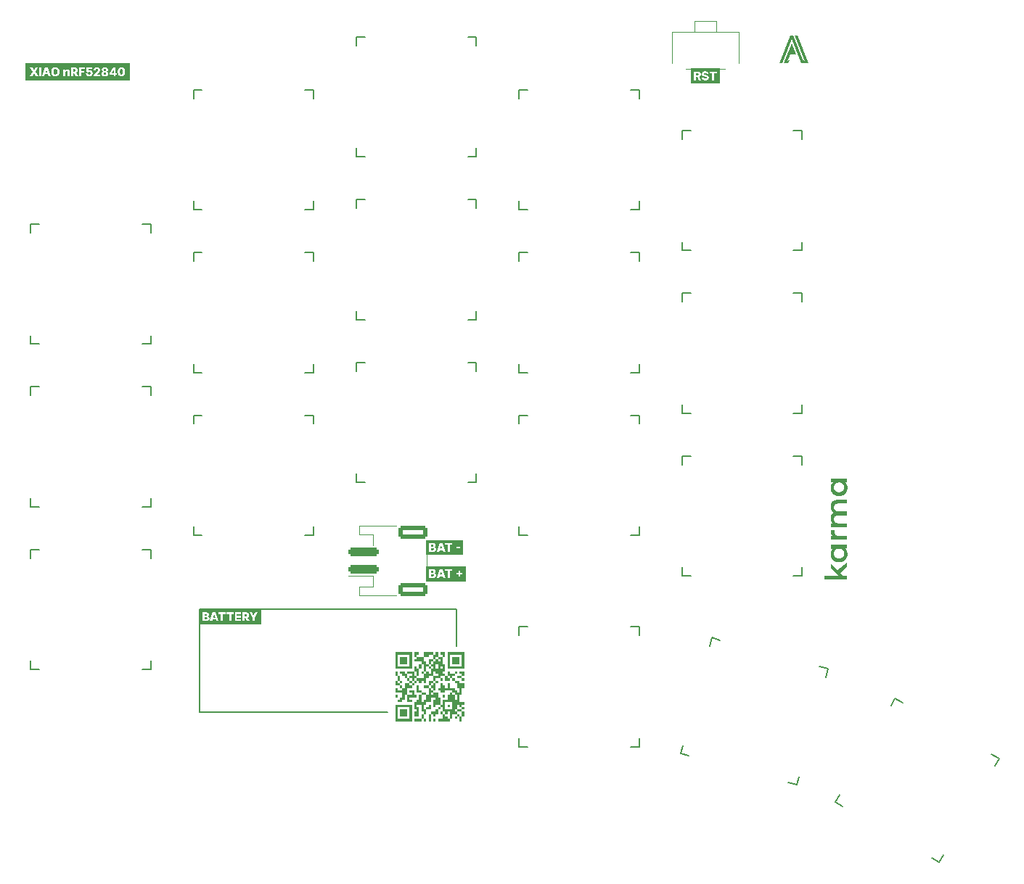
<source format=gbr>
%TF.GenerationSoftware,KiCad,Pcbnew,7.0.1*%
%TF.CreationDate,2023-05-27T21:31:49-04:00*%
%TF.ProjectId,pcb-left,7063622d-6c65-4667-942e-6b696361645f,0.3*%
%TF.SameCoordinates,Original*%
%TF.FileFunction,Legend,Top*%
%TF.FilePolarity,Positive*%
%FSLAX46Y46*%
G04 Gerber Fmt 4.6, Leading zero omitted, Abs format (unit mm)*
G04 Created by KiCad (PCBNEW 7.0.1) date 2023-05-27 21:31:49*
%MOMM*%
%LPD*%
G01*
G04 APERTURE LIST*
G04 Aperture macros list*
%AMRoundRect*
0 Rectangle with rounded corners*
0 $1 Rounding radius*
0 $2 $3 $4 $5 $6 $7 $8 $9 X,Y pos of 4 corners*
0 Add a 4 corners polygon primitive as box body*
4,1,4,$2,$3,$4,$5,$6,$7,$8,$9,$2,$3,0*
0 Add four circle primitives for the rounded corners*
1,1,$1+$1,$2,$3*
1,1,$1+$1,$4,$5*
1,1,$1+$1,$6,$7*
1,1,$1+$1,$8,$9*
0 Add four rect primitives between the rounded corners*
20,1,$1+$1,$2,$3,$4,$5,0*
20,1,$1+$1,$4,$5,$6,$7,0*
20,1,$1+$1,$6,$7,$8,$9,0*
20,1,$1+$1,$8,$9,$2,$3,0*%
G04 Aperture macros list end*
%ADD10C,0.000000*%
%ADD11C,0.150000*%
%ADD12C,0.250000*%
%ADD13C,0.120000*%
%ADD14C,1.701800*%
%ADD15C,3.000000*%
%ADD16C,3.429000*%
%ADD17RoundRect,0.250000X1.500000X-0.250000X1.500000X0.250000X-1.500000X0.250000X-1.500000X-0.250000X0*%
%ADD18RoundRect,0.250001X1.449999X-0.499999X1.449999X0.499999X-1.449999X0.499999X-1.449999X-0.499999X0*%
%ADD19C,2.100000*%
%ADD20C,3.800000*%
%ADD21O,1.800000X2.750000*%
%ADD22C,1.397000*%
G04 APERTURE END LIST*
D10*
G36*
X91162813Y-114870001D02*
G01*
X90885001Y-114870001D01*
X90885001Y-114592188D01*
X91162813Y-114592188D01*
X91162813Y-114870001D01*
G37*
G36*
X90329376Y-115425626D02*
G01*
X90051563Y-115425626D01*
X90051563Y-115147813D01*
X90329376Y-115147813D01*
X90329376Y-115425626D01*
G37*
G36*
X92274063Y-110147188D02*
G01*
X91996251Y-110147188D01*
X91996251Y-109869376D01*
X92274063Y-109869376D01*
X92274063Y-110147188D01*
G37*
G36*
X87829063Y-112647501D02*
G01*
X87551251Y-112647501D01*
X87551251Y-112369688D01*
X87829063Y-112369688D01*
X87829063Y-112647501D01*
G37*
G36*
X94496563Y-115981251D02*
G01*
X94218751Y-115981251D01*
X94218751Y-115703438D01*
X94496563Y-115703438D01*
X94496563Y-115981251D01*
G37*
G36*
X92829688Y-109591563D02*
G01*
X92551876Y-109591563D01*
X92551876Y-109313751D01*
X92829688Y-109313751D01*
X92829688Y-109591563D01*
G37*
G36*
X89773751Y-113480938D02*
G01*
X89495938Y-113480938D01*
X89495938Y-113203126D01*
X89773751Y-113203126D01*
X89773751Y-113480938D01*
G37*
G36*
X90885001Y-114870001D02*
G01*
X90607188Y-114870001D01*
X90607188Y-114592188D01*
X90885001Y-114592188D01*
X90885001Y-114870001D01*
G37*
G36*
X89773751Y-111536251D02*
G01*
X89495938Y-111536251D01*
X89495938Y-111258438D01*
X89773751Y-111258438D01*
X89773751Y-111536251D01*
G37*
G36*
X91162813Y-111814063D02*
G01*
X90885001Y-111814063D01*
X90885001Y-111536251D01*
X91162813Y-111536251D01*
X91162813Y-111814063D01*
G37*
G36*
X90051563Y-110980626D02*
G01*
X89773751Y-110980626D01*
X89773751Y-110702813D01*
X90051563Y-110702813D01*
X90051563Y-110980626D01*
G37*
G36*
X91162813Y-110702813D02*
G01*
X90885001Y-110702813D01*
X90885001Y-110425001D01*
X91162813Y-110425001D01*
X91162813Y-110702813D01*
G37*
G36*
X93385313Y-111536251D02*
G01*
X93107501Y-111536251D01*
X93107501Y-111258438D01*
X93385313Y-111258438D01*
X93385313Y-111536251D01*
G37*
G36*
X90885001Y-115703438D02*
G01*
X90607188Y-115703438D01*
X90607188Y-115425626D01*
X90885001Y-115425626D01*
X90885001Y-115703438D01*
G37*
G36*
X92829688Y-110980626D02*
G01*
X92551876Y-110980626D01*
X92551876Y-110702813D01*
X92829688Y-110702813D01*
X92829688Y-110980626D01*
G37*
G36*
X94774376Y-115981251D02*
G01*
X94496563Y-115981251D01*
X94496563Y-115703438D01*
X94774376Y-115703438D01*
X94774376Y-115981251D01*
G37*
G36*
X89495938Y-116814688D02*
G01*
X87551251Y-116814688D01*
X87551251Y-115161704D01*
X87842954Y-115161704D01*
X87842954Y-116522985D01*
X89204235Y-116522985D01*
X89204235Y-115161704D01*
X87842954Y-115161704D01*
X87551251Y-115161704D01*
X87551251Y-114870001D01*
X89495938Y-114870001D01*
X89495938Y-116814688D01*
G37*
G36*
X92829688Y-114870001D02*
G01*
X92551876Y-114870001D01*
X92551876Y-114592188D01*
X92829688Y-114592188D01*
X92829688Y-114870001D01*
G37*
G36*
X90885001Y-116536876D02*
G01*
X90607188Y-116536876D01*
X90607188Y-116259063D01*
X90885001Y-116259063D01*
X90885001Y-116536876D01*
G37*
G36*
X91440626Y-114314376D02*
G01*
X91162813Y-114314376D01*
X91162813Y-114036563D01*
X91440626Y-114036563D01*
X91440626Y-114314376D01*
G37*
G36*
X91440626Y-111814063D02*
G01*
X91162813Y-111814063D01*
X91162813Y-111536251D01*
X91440626Y-111536251D01*
X91440626Y-111814063D01*
G37*
G36*
X91718439Y-114592188D02*
G01*
X91440626Y-114592188D01*
X91440626Y-114314376D01*
X91718439Y-114314376D01*
X91718439Y-114592188D01*
G37*
G36*
X88940313Y-111814063D02*
G01*
X88662501Y-111814063D01*
X88662501Y-111536251D01*
X88940313Y-111536251D01*
X88940313Y-111814063D01*
G37*
G36*
X90329376Y-113203126D02*
G01*
X90051563Y-113203126D01*
X90051563Y-112925314D01*
X90329376Y-112925314D01*
X90329376Y-113203126D01*
G37*
G36*
X94496563Y-114036563D02*
G01*
X94218751Y-114036563D01*
X94218751Y-113758751D01*
X94496563Y-113758751D01*
X94496563Y-114036563D01*
G37*
G36*
X91162813Y-110980626D02*
G01*
X90885001Y-110980626D01*
X90885001Y-110702813D01*
X91162813Y-110702813D01*
X91162813Y-110980626D01*
G37*
G36*
X93107501Y-115981251D02*
G01*
X92829688Y-115981251D01*
X92829688Y-115703438D01*
X93107501Y-115703438D01*
X93107501Y-115981251D01*
G37*
G36*
X90329376Y-111258438D02*
G01*
X90051563Y-111258438D01*
X90051563Y-110980626D01*
X90329376Y-110980626D01*
X90329376Y-111258438D01*
G37*
G36*
X90885001Y-110147188D02*
G01*
X90607188Y-110147188D01*
X90607188Y-109869376D01*
X90885001Y-109869376D01*
X90885001Y-110147188D01*
G37*
G36*
X91440626Y-109313751D02*
G01*
X91162813Y-109313751D01*
X91162813Y-109035938D01*
X91440626Y-109035938D01*
X91440626Y-109313751D01*
G37*
G36*
X90051563Y-115425626D02*
G01*
X89773751Y-115425626D01*
X89773751Y-115147813D01*
X90051563Y-115147813D01*
X90051563Y-115425626D01*
G37*
G36*
X88384688Y-111258438D02*
G01*
X88106876Y-111258438D01*
X88106876Y-110980626D01*
X88384688Y-110980626D01*
X88384688Y-111258438D01*
G37*
G36*
X93385313Y-110702813D02*
G01*
X93107501Y-110702813D01*
X93107501Y-110425001D01*
X93385313Y-110425001D01*
X93385313Y-110702813D01*
G37*
G36*
X88662501Y-113758751D02*
G01*
X88384688Y-113758751D01*
X88384688Y-113480938D01*
X88662501Y-113480938D01*
X88662501Y-113758751D01*
G37*
G36*
X93107501Y-113203126D02*
G01*
X92829688Y-113203126D01*
X92829688Y-112925314D01*
X93107501Y-112925314D01*
X93107501Y-113203126D01*
G37*
G36*
X90051563Y-115147813D02*
G01*
X89773751Y-115147813D01*
X89773751Y-114870001D01*
X90051563Y-114870001D01*
X90051563Y-115147813D01*
G37*
G36*
X94774376Y-112369688D02*
G01*
X94496563Y-112369688D01*
X94496563Y-112091876D01*
X94774376Y-112091876D01*
X94774376Y-112369688D01*
G37*
G36*
X95052188Y-111814063D02*
G01*
X94774376Y-111814063D01*
X94774376Y-111536251D01*
X95052188Y-111536251D01*
X95052188Y-111814063D01*
G37*
G36*
X91996251Y-114036563D02*
G01*
X91718439Y-114036563D01*
X91718439Y-113758751D01*
X91996251Y-113758751D01*
X91996251Y-114036563D01*
G37*
G36*
X90607188Y-110425001D02*
G01*
X90329376Y-110425001D01*
X90329376Y-110147188D01*
X90607188Y-110147188D01*
X90607188Y-110425001D01*
G37*
G36*
X91718439Y-110147188D02*
G01*
X91440626Y-110147188D01*
X91440626Y-109869376D01*
X91718439Y-109869376D01*
X91718439Y-110147188D01*
G37*
G36*
X91440626Y-115425626D02*
G01*
X91162813Y-115425626D01*
X91162813Y-115147813D01*
X91440626Y-115147813D01*
X91440626Y-115425626D01*
G37*
G36*
X88106876Y-113480938D02*
G01*
X87829063Y-113480938D01*
X87829063Y-113203126D01*
X88106876Y-113203126D01*
X88106876Y-113480938D01*
G37*
G36*
X93107501Y-111536251D02*
G01*
X92829688Y-111536251D01*
X92829688Y-111258438D01*
X93107501Y-111258438D01*
X93107501Y-111536251D01*
G37*
G36*
X93940938Y-112091876D02*
G01*
X93663126Y-112091876D01*
X93663126Y-111814063D01*
X93940938Y-111814063D01*
X93940938Y-112091876D01*
G37*
G36*
X93107501Y-109591563D02*
G01*
X92829688Y-109591563D01*
X92829688Y-109313751D01*
X93107501Y-109313751D01*
X93107501Y-109591563D01*
G37*
G36*
X95330001Y-114870001D02*
G01*
X95052188Y-114870001D01*
X95052188Y-114592188D01*
X95330001Y-114592188D01*
X95330001Y-114870001D01*
G37*
G36*
X90329376Y-111536251D02*
G01*
X90051563Y-111536251D01*
X90051563Y-111258438D01*
X90329376Y-111258438D01*
X90329376Y-111536251D01*
G37*
G36*
X91718439Y-116536876D02*
G01*
X91440626Y-116536876D01*
X91440626Y-116259063D01*
X91718439Y-116259063D01*
X91718439Y-116536876D01*
G37*
G36*
X91718439Y-113203126D02*
G01*
X91440626Y-113203126D01*
X91440626Y-112925314D01*
X91718439Y-112925314D01*
X91718439Y-113203126D01*
G37*
G36*
X89495938Y-111814063D02*
G01*
X89218126Y-111814063D01*
X89218126Y-111536251D01*
X89495938Y-111536251D01*
X89495938Y-111814063D01*
G37*
G36*
X93385313Y-114036563D02*
G01*
X93107501Y-114036563D01*
X93107501Y-113758751D01*
X93385313Y-113758751D01*
X93385313Y-114036563D01*
G37*
G36*
X92274063Y-110702813D02*
G01*
X91996251Y-110702813D01*
X91996251Y-110425001D01*
X92274063Y-110425001D01*
X92274063Y-110702813D01*
G37*
G36*
X95607813Y-111536251D02*
G01*
X95330001Y-111536251D01*
X95330001Y-111258438D01*
X95607813Y-111258438D01*
X95607813Y-111536251D01*
G37*
G36*
X93107501Y-112091876D02*
G01*
X92829688Y-112091876D01*
X92829688Y-111814063D01*
X93107501Y-111814063D01*
X93107501Y-112091876D01*
G37*
G36*
X93663126Y-115703438D02*
G01*
X93385313Y-115703438D01*
X93385313Y-115425626D01*
X93663126Y-115425626D01*
X93663126Y-115703438D01*
G37*
G36*
X93385313Y-116259063D02*
G01*
X93107501Y-116259063D01*
X93107501Y-115981251D01*
X93385313Y-115981251D01*
X93385313Y-116259063D01*
G37*
G36*
X88662501Y-111536251D02*
G01*
X88384688Y-111536251D01*
X88384688Y-111258438D01*
X88662501Y-111258438D01*
X88662501Y-111536251D01*
G37*
G36*
X92829688Y-115425626D02*
G01*
X92551876Y-115425626D01*
X92551876Y-115147813D01*
X92829688Y-115147813D01*
X92829688Y-115425626D01*
G37*
G36*
X92274063Y-109591563D02*
G01*
X91996251Y-109591563D01*
X91996251Y-109313751D01*
X92274063Y-109313751D01*
X92274063Y-109591563D01*
G37*
G36*
X91440626Y-111258438D02*
G01*
X91162813Y-111258438D01*
X91162813Y-110980626D01*
X91440626Y-110980626D01*
X91440626Y-111258438D01*
G37*
G36*
X94774376Y-111258438D02*
G01*
X94496563Y-111258438D01*
X94496563Y-110980626D01*
X94774376Y-110980626D01*
X94774376Y-111258438D01*
G37*
G36*
X92551876Y-114592188D02*
G01*
X92274063Y-114592188D01*
X92274063Y-114314376D01*
X92551876Y-114314376D01*
X92551876Y-114592188D01*
G37*
G36*
X90885001Y-109869376D02*
G01*
X90607188Y-109869376D01*
X90607188Y-109591563D01*
X90885001Y-109591563D01*
X90885001Y-109869376D01*
G37*
G36*
X92551876Y-110147188D02*
G01*
X92274063Y-110147188D01*
X92274063Y-109869376D01*
X92551876Y-109869376D01*
X92551876Y-110147188D01*
G37*
G36*
X94774376Y-114870001D02*
G01*
X94496563Y-114870001D01*
X94496563Y-114592188D01*
X94774376Y-114592188D01*
X94774376Y-114870001D01*
G37*
G36*
X94218751Y-111536251D02*
G01*
X93940938Y-111536251D01*
X93940938Y-111258438D01*
X94218751Y-111258438D01*
X94218751Y-111536251D01*
G37*
G36*
X94774376Y-113758751D02*
G01*
X94496563Y-113758751D01*
X94496563Y-113480938D01*
X94774376Y-113480938D01*
X94774376Y-113758751D01*
G37*
G36*
X92829688Y-110147188D02*
G01*
X92551876Y-110147188D01*
X92551876Y-109869376D01*
X92829688Y-109869376D01*
X92829688Y-110147188D01*
G37*
G36*
X95330001Y-112647501D02*
G01*
X95052188Y-112647501D01*
X95052188Y-112369688D01*
X95330001Y-112369688D01*
X95330001Y-112647501D01*
G37*
G36*
X92551876Y-112369688D02*
G01*
X92274063Y-112369688D01*
X92274063Y-112091876D01*
X92551876Y-112091876D01*
X92551876Y-112369688D01*
G37*
G36*
X93940938Y-112647501D02*
G01*
X93663126Y-112647501D01*
X93663126Y-112369688D01*
X93940938Y-112369688D01*
X93940938Y-112647501D01*
G37*
G36*
X93107501Y-115147813D02*
G01*
X92829688Y-115147813D01*
X92829688Y-114870001D01*
X93107501Y-114870001D01*
X93107501Y-115147813D01*
G37*
G36*
X88384688Y-114314376D02*
G01*
X88106876Y-114314376D01*
X88106876Y-114036563D01*
X88384688Y-114036563D01*
X88384688Y-114314376D01*
G37*
G36*
X94774376Y-115147813D02*
G01*
X94496563Y-115147813D01*
X94496563Y-114870001D01*
X94774376Y-114870001D01*
X94774376Y-115147813D01*
G37*
G36*
X91162813Y-112925314D02*
G01*
X90885001Y-112925314D01*
X90885001Y-112647501D01*
X91162813Y-112647501D01*
X91162813Y-112925314D01*
G37*
G36*
X93940938Y-115703438D02*
G01*
X93663126Y-115703438D01*
X93663126Y-115425626D01*
X93940938Y-115425626D01*
X93940938Y-115703438D01*
G37*
G36*
X95052188Y-113758751D02*
G01*
X94774376Y-113758751D01*
X94774376Y-113480938D01*
X95052188Y-113480938D01*
X95052188Y-113758751D01*
G37*
G36*
X89218126Y-112925314D02*
G01*
X88940313Y-112925314D01*
X88940313Y-112647501D01*
X89218126Y-112647501D01*
X89218126Y-112925314D01*
G37*
G36*
X88662501Y-113203126D02*
G01*
X88384688Y-113203126D01*
X88384688Y-112925314D01*
X88662501Y-112925314D01*
X88662501Y-113203126D01*
G37*
G36*
X92274063Y-115147813D02*
G01*
X91996251Y-115147813D01*
X91996251Y-114870001D01*
X92274063Y-114870001D01*
X92274063Y-115147813D01*
G37*
G36*
X89218126Y-114036563D02*
G01*
X88940313Y-114036563D01*
X88940313Y-113758751D01*
X89218126Y-113758751D01*
X89218126Y-114036563D01*
G37*
G36*
X91440626Y-111536251D02*
G01*
X91162813Y-111536251D01*
X91162813Y-111258438D01*
X91440626Y-111258438D01*
X91440626Y-111536251D01*
G37*
G36*
X95607813Y-115425626D02*
G01*
X95330001Y-115425626D01*
X95330001Y-115147813D01*
X95607813Y-115147813D01*
X95607813Y-115425626D01*
G37*
G36*
X89773751Y-111814063D02*
G01*
X89495938Y-111814063D01*
X89495938Y-111536251D01*
X89773751Y-111536251D01*
X89773751Y-111814063D01*
G37*
G36*
X92551876Y-115981251D02*
G01*
X92274063Y-115981251D01*
X92274063Y-115703438D01*
X92551876Y-115703438D01*
X92551876Y-115981251D01*
G37*
G36*
X91996251Y-109869376D02*
G01*
X91718439Y-109869376D01*
X91718439Y-109591563D01*
X91996251Y-109591563D01*
X91996251Y-109869376D01*
G37*
G36*
X90329376Y-116259063D02*
G01*
X90051563Y-116259063D01*
X90051563Y-115981251D01*
X90329376Y-115981251D01*
X90329376Y-116259063D01*
G37*
G36*
X95607813Y-114870001D02*
G01*
X95330001Y-114870001D01*
X95330001Y-114592188D01*
X95607813Y-114592188D01*
X95607813Y-114870001D01*
G37*
G36*
X88940313Y-111536251D02*
G01*
X88662501Y-111536251D01*
X88662501Y-111258438D01*
X88940313Y-111258438D01*
X88940313Y-111536251D01*
G37*
G36*
X89218126Y-112091876D02*
G01*
X88940313Y-112091876D01*
X88940313Y-111814063D01*
X89218126Y-111814063D01*
X89218126Y-112091876D01*
G37*
G36*
X91718439Y-113480938D02*
G01*
X91440626Y-113480938D01*
X91440626Y-113203126D01*
X91718439Y-113203126D01*
X91718439Y-113480938D01*
G37*
G36*
X94774376Y-113480938D02*
G01*
X94496563Y-113480938D01*
X94496563Y-113203126D01*
X94774376Y-113203126D01*
X94774376Y-113480938D01*
G37*
G36*
X95330001Y-113203126D02*
G01*
X95052188Y-113203126D01*
X95052188Y-112925314D01*
X95330001Y-112925314D01*
X95330001Y-113203126D01*
G37*
G36*
X89495938Y-114592188D02*
G01*
X89218126Y-114592188D01*
X89218126Y-114314376D01*
X89495938Y-114314376D01*
X89495938Y-114592188D01*
G37*
G36*
X92274063Y-111814063D02*
G01*
X91996251Y-111814063D01*
X91996251Y-111536251D01*
X92274063Y-111536251D01*
X92274063Y-111814063D01*
G37*
G36*
X90607188Y-109591563D02*
G01*
X90329376Y-109591563D01*
X90329376Y-109313751D01*
X90607188Y-109313751D01*
X90607188Y-109591563D01*
G37*
G36*
X93107501Y-111258438D02*
G01*
X92829688Y-111258438D01*
X92829688Y-110980626D01*
X93107501Y-110980626D01*
X93107501Y-111258438D01*
G37*
G36*
X90607188Y-112091876D02*
G01*
X90329376Y-112091876D01*
X90329376Y-111814063D01*
X90607188Y-111814063D01*
X90607188Y-112091876D01*
G37*
G36*
X92274063Y-110425001D02*
G01*
X91996251Y-110425001D01*
X91996251Y-110147188D01*
X92274063Y-110147188D01*
X92274063Y-110425001D01*
G37*
G36*
X90329376Y-113480938D02*
G01*
X90051563Y-113480938D01*
X90051563Y-113203126D01*
X90329376Y-113203126D01*
X90329376Y-113480938D01*
G37*
G36*
X90885001Y-116259063D02*
G01*
X90607188Y-116259063D01*
X90607188Y-115981251D01*
X90885001Y-115981251D01*
X90885001Y-116259063D01*
G37*
G36*
X91718439Y-116259063D02*
G01*
X91440626Y-116259063D01*
X91440626Y-115981251D01*
X91718439Y-115981251D01*
X91718439Y-116259063D01*
G37*
G36*
X95052188Y-112925314D02*
G01*
X94774376Y-112925314D01*
X94774376Y-112647501D01*
X95052188Y-112647501D01*
X95052188Y-112925314D01*
G37*
G36*
X90329376Y-109035938D02*
G01*
X90051563Y-109035938D01*
X90051563Y-108758126D01*
X90329376Y-108758126D01*
X90329376Y-109035938D01*
G37*
G36*
X93663126Y-116814688D02*
G01*
X93385313Y-116814688D01*
X93385313Y-116536876D01*
X93663126Y-116536876D01*
X93663126Y-116814688D01*
G37*
G36*
X93107501Y-110425001D02*
G01*
X92829688Y-110425001D01*
X92829688Y-110147188D01*
X93107501Y-110147188D01*
X93107501Y-110425001D01*
G37*
G36*
X95330001Y-113758751D02*
G01*
X95052188Y-113758751D01*
X95052188Y-113480938D01*
X95330001Y-113480938D01*
X95330001Y-113758751D01*
G37*
G36*
X93940938Y-113203126D02*
G01*
X93663126Y-113203126D01*
X93663126Y-112925314D01*
X93940938Y-112925314D01*
X93940938Y-113203126D01*
G37*
G36*
X90329376Y-114592188D02*
G01*
X90051563Y-114592188D01*
X90051563Y-114314376D01*
X90329376Y-114314376D01*
X90329376Y-114592188D01*
G37*
G36*
X88940313Y-113758751D02*
G01*
X88662501Y-113758751D01*
X88662501Y-113480938D01*
X88940313Y-113480938D01*
X88940313Y-113758751D01*
G37*
G36*
X93385313Y-113203126D02*
G01*
X93107501Y-113203126D01*
X93107501Y-112925314D01*
X93385313Y-112925314D01*
X93385313Y-113203126D01*
G37*
G36*
X90329376Y-116814688D02*
G01*
X90051563Y-116814688D01*
X90051563Y-116536876D01*
X90329376Y-116536876D01*
X90329376Y-116814688D01*
G37*
G36*
X95330001Y-111814063D02*
G01*
X95052188Y-111814063D01*
X95052188Y-111536251D01*
X95330001Y-111536251D01*
X95330001Y-111814063D01*
G37*
G36*
X88106876Y-114592188D02*
G01*
X87829063Y-114592188D01*
X87829063Y-114314376D01*
X88106876Y-114314376D01*
X88106876Y-114592188D01*
G37*
G36*
X88662501Y-114036563D02*
G01*
X88384688Y-114036563D01*
X88384688Y-113758751D01*
X88662501Y-113758751D01*
X88662501Y-114036563D01*
G37*
G36*
X132708856Y-40001800D02*
G01*
X132351019Y-40001800D01*
X133618784Y-36750595D01*
X133976620Y-36750595D01*
X132708856Y-40001800D01*
G37*
G36*
X90607188Y-112369688D02*
G01*
X90329376Y-112369688D01*
X90329376Y-112091876D01*
X90607188Y-112091876D01*
X90607188Y-112369688D01*
G37*
G36*
X92551876Y-110980626D02*
G01*
X92274063Y-110980626D01*
X92274063Y-110702813D01*
X92551876Y-110702813D01*
X92551876Y-110980626D01*
G37*
G36*
X91718439Y-115147813D02*
G01*
X91440626Y-115147813D01*
X91440626Y-114870001D01*
X91718439Y-114870001D01*
X91718439Y-115147813D01*
G37*
G36*
X89495938Y-113480938D02*
G01*
X89218126Y-113480938D01*
X89218126Y-113203126D01*
X89495938Y-113203126D01*
X89495938Y-113480938D01*
G37*
D11*
X64734375Y-115775000D02*
X86690625Y-115775000D01*
D10*
G36*
X90329376Y-115703438D02*
G01*
X90051563Y-115703438D01*
X90051563Y-115425626D01*
X90329376Y-115425626D01*
X90329376Y-115703438D01*
G37*
G36*
X92829688Y-110425001D02*
G01*
X92551876Y-110425001D01*
X92551876Y-110147188D01*
X92829688Y-110147188D01*
X92829688Y-110425001D01*
G37*
G36*
X92829688Y-114592188D02*
G01*
X92551876Y-114592188D01*
X92551876Y-114314376D01*
X92829688Y-114314376D01*
X92829688Y-114592188D01*
G37*
G36*
X91996251Y-111536251D02*
G01*
X91718439Y-111536251D01*
X91718439Y-111258438D01*
X91996251Y-111258438D01*
X91996251Y-111536251D01*
G37*
G36*
X88384688Y-112925314D02*
G01*
X88106876Y-112925314D01*
X88106876Y-112647501D01*
X88384688Y-112647501D01*
X88384688Y-112925314D01*
G37*
G36*
X88940313Y-113480938D02*
G01*
X88662501Y-113480938D01*
X88662501Y-113203126D01*
X88940313Y-113203126D01*
X88940313Y-113480938D01*
G37*
G36*
X93940938Y-111258438D02*
G01*
X93663126Y-111258438D01*
X93663126Y-110980626D01*
X93940938Y-110980626D01*
X93940938Y-111258438D01*
G37*
G36*
X93107501Y-116814688D02*
G01*
X92829688Y-116814688D01*
X92829688Y-116536876D01*
X93107501Y-116536876D01*
X93107501Y-116814688D01*
G37*
G36*
X94496563Y-113203126D02*
G01*
X94218751Y-113203126D01*
X94218751Y-112925314D01*
X94496563Y-112925314D01*
X94496563Y-113203126D01*
G37*
G36*
X95330001Y-115147813D02*
G01*
X95052188Y-115147813D01*
X95052188Y-114870001D01*
X95330001Y-114870001D01*
X95330001Y-115147813D01*
G37*
G36*
X92829688Y-111258438D02*
G01*
X92551876Y-111258438D01*
X92551876Y-110980626D01*
X92829688Y-110980626D01*
X92829688Y-111258438D01*
G37*
G36*
X91440626Y-109035938D02*
G01*
X91162813Y-109035938D01*
X91162813Y-108758126D01*
X91440626Y-108758126D01*
X91440626Y-109035938D01*
G37*
G36*
X91718439Y-113758751D02*
G01*
X91440626Y-113758751D01*
X91440626Y-113480938D01*
X91718439Y-113480938D01*
X91718439Y-113758751D01*
G37*
G36*
X90051563Y-110702813D02*
G01*
X89773751Y-110702813D01*
X89773751Y-110425001D01*
X90051563Y-110425001D01*
X90051563Y-110702813D01*
G37*
G36*
X90885001Y-115425626D02*
G01*
X90607188Y-115425626D01*
X90607188Y-115147813D01*
X90885001Y-115147813D01*
X90885001Y-115425626D01*
G37*
G36*
X92551876Y-109035938D02*
G01*
X92274063Y-109035938D01*
X92274063Y-108758126D01*
X92551876Y-108758126D01*
X92551876Y-109035938D01*
G37*
G36*
X88940313Y-116259063D02*
G01*
X88106876Y-116259063D01*
X88106876Y-115425626D01*
X88940313Y-115425626D01*
X88940313Y-116259063D01*
G37*
G36*
X89773751Y-112647501D02*
G01*
X89495938Y-112647501D01*
X89495938Y-112369688D01*
X89773751Y-112369688D01*
X89773751Y-112647501D01*
G37*
G36*
X94774376Y-116536876D02*
G01*
X94496563Y-116536876D01*
X94496563Y-116259063D01*
X94774376Y-116259063D01*
X94774376Y-116536876D01*
G37*
G36*
X92274063Y-112925314D02*
G01*
X91996251Y-112925314D01*
X91996251Y-112647501D01*
X92274063Y-112647501D01*
X92274063Y-112925314D01*
G37*
G36*
X93385313Y-114592188D02*
G01*
X93107501Y-114592188D01*
X93107501Y-114314376D01*
X93385313Y-114314376D01*
X93385313Y-114592188D01*
G37*
G36*
X89773751Y-114036563D02*
G01*
X89495938Y-114036563D01*
X89495938Y-113758751D01*
X89773751Y-113758751D01*
X89773751Y-114036563D01*
G37*
G36*
X91996251Y-115981251D02*
G01*
X91718439Y-115981251D01*
X91718439Y-115703438D01*
X91996251Y-115703438D01*
X91996251Y-115981251D01*
G37*
G36*
X91162813Y-111536251D02*
G01*
X90885001Y-111536251D01*
X90885001Y-111258438D01*
X91162813Y-111258438D01*
X91162813Y-111536251D01*
G37*
G36*
X135780017Y-40001800D02*
G01*
X135422180Y-40001800D01*
X134154416Y-36750595D01*
X134512253Y-36750595D01*
X135780017Y-40001800D01*
G37*
G36*
X91162813Y-112369688D02*
G01*
X90885001Y-112369688D01*
X90885001Y-112091876D01*
X91162813Y-112091876D01*
X91162813Y-112369688D01*
G37*
G36*
X93385313Y-116814688D02*
G01*
X93107501Y-116814688D01*
X93107501Y-116536876D01*
X93385313Y-116536876D01*
X93385313Y-116814688D01*
G37*
G36*
X95052188Y-110147188D02*
G01*
X94218751Y-110147188D01*
X94218751Y-109313751D01*
X95052188Y-109313751D01*
X95052188Y-110147188D01*
G37*
G36*
X95330001Y-116536876D02*
G01*
X95052188Y-116536876D01*
X95052188Y-116259063D01*
X95330001Y-116259063D01*
X95330001Y-116536876D01*
G37*
G36*
X95330001Y-113480938D02*
G01*
X95052188Y-113480938D01*
X95052188Y-113203126D01*
X95330001Y-113203126D01*
X95330001Y-113480938D01*
G37*
G36*
X92274063Y-116814688D02*
G01*
X91996251Y-116814688D01*
X91996251Y-116536876D01*
X92274063Y-116536876D01*
X92274063Y-116814688D01*
G37*
G36*
X90607188Y-116814688D02*
G01*
X90329376Y-116814688D01*
X90329376Y-116536876D01*
X90607188Y-116536876D01*
X90607188Y-116814688D01*
G37*
G36*
X92274063Y-113203126D02*
G01*
X91996251Y-113203126D01*
X91996251Y-112925314D01*
X92274063Y-112925314D01*
X92274063Y-113203126D01*
G37*
G36*
X89495938Y-112369688D02*
G01*
X89218126Y-112369688D01*
X89218126Y-112091876D01*
X89495938Y-112091876D01*
X89495938Y-112369688D01*
G37*
G36*
X93385313Y-110425001D02*
G01*
X93107501Y-110425001D01*
X93107501Y-110147188D01*
X93385313Y-110147188D01*
X93385313Y-110425001D01*
G37*
G36*
X88106876Y-112091876D02*
G01*
X87829063Y-112091876D01*
X87829063Y-111814063D01*
X88106876Y-111814063D01*
X88106876Y-112091876D01*
G37*
G36*
X95330001Y-116814688D02*
G01*
X95052188Y-116814688D01*
X95052188Y-116536876D01*
X95330001Y-116536876D01*
X95330001Y-116814688D01*
G37*
G36*
X90607188Y-109869376D02*
G01*
X90329376Y-109869376D01*
X90329376Y-109591563D01*
X90607188Y-109591563D01*
X90607188Y-109869376D01*
G37*
G36*
X92274063Y-114036563D02*
G01*
X91996251Y-114036563D01*
X91996251Y-113758751D01*
X92274063Y-113758751D01*
X92274063Y-114036563D01*
G37*
D11*
X94734375Y-103775000D02*
X94734375Y-108050000D01*
D10*
G36*
X89495938Y-110702813D02*
G01*
X87551251Y-110702813D01*
X87551251Y-109049829D01*
X87842954Y-109049829D01*
X87842954Y-110411110D01*
X89204235Y-110411110D01*
X89204235Y-109049829D01*
X87842954Y-109049829D01*
X87551251Y-109049829D01*
X87551251Y-108758126D01*
X89495938Y-108758126D01*
X89495938Y-110702813D01*
G37*
G36*
X91162813Y-113758751D02*
G01*
X90885001Y-113758751D01*
X90885001Y-113480938D01*
X91162813Y-113480938D01*
X91162813Y-113758751D01*
G37*
G36*
X91718439Y-116814688D02*
G01*
X91440626Y-116814688D01*
X91440626Y-116536876D01*
X91718439Y-116536876D01*
X91718439Y-116814688D01*
G37*
G36*
X90885001Y-115147813D02*
G01*
X90607188Y-115147813D01*
X90607188Y-114870001D01*
X90885001Y-114870001D01*
X90885001Y-115147813D01*
G37*
G36*
X90607188Y-114870001D02*
G01*
X90329376Y-114870001D01*
X90329376Y-114592188D01*
X90607188Y-114592188D01*
X90607188Y-114870001D01*
G37*
G36*
X87829063Y-114036563D02*
G01*
X87551251Y-114036563D01*
X87551251Y-113758751D01*
X87829063Y-113758751D01*
X87829063Y-114036563D01*
G37*
G36*
X135424403Y-40001812D02*
G01*
X135246530Y-40001812D01*
X135106897Y-39643712D01*
X135284750Y-39643671D01*
X135424403Y-40001812D01*
G37*
G36*
X92551876Y-114036563D02*
G01*
X92274063Y-114036563D01*
X92274063Y-113758751D01*
X92551876Y-113758751D01*
X92551876Y-114036563D01*
G37*
G36*
X94496563Y-115703438D02*
G01*
X94218751Y-115703438D01*
X94218751Y-115425626D01*
X94496563Y-115425626D01*
X94496563Y-115703438D01*
G37*
G36*
X139293838Y-98255018D02*
G01*
X139258021Y-98253571D01*
X139222778Y-98251160D01*
X139188109Y-98247785D01*
X139154012Y-98243445D01*
X139120489Y-98238140D01*
X139087539Y-98231871D01*
X139055162Y-98224638D01*
X139023358Y-98216441D01*
X138992127Y-98207278D01*
X138961469Y-98197152D01*
X138931384Y-98186061D01*
X138901871Y-98174006D01*
X138872932Y-98160987D01*
X138844565Y-98147003D01*
X138816770Y-98132055D01*
X138789649Y-98116247D01*
X138763296Y-98099684D01*
X138737712Y-98082366D01*
X138712896Y-98064293D01*
X138688849Y-98045466D01*
X138665570Y-98025884D01*
X138643060Y-98005547D01*
X138621319Y-97984455D01*
X138600346Y-97962609D01*
X138580142Y-97940008D01*
X138560706Y-97916652D01*
X138542040Y-97892541D01*
X138524142Y-97867676D01*
X138507012Y-97842056D01*
X138490652Y-97815681D01*
X138475060Y-97788552D01*
X138460328Y-97760815D01*
X138446546Y-97732616D01*
X138433715Y-97703956D01*
X138421834Y-97674835D01*
X138410904Y-97645253D01*
X138400924Y-97615209D01*
X138391894Y-97584704D01*
X138383816Y-97553738D01*
X138376687Y-97522311D01*
X138370509Y-97490422D01*
X138365281Y-97458072D01*
X138361004Y-97425261D01*
X138357678Y-97391988D01*
X138355302Y-97358254D01*
X138353876Y-97324059D01*
X138353401Y-97289403D01*
X138353652Y-97266264D01*
X138354407Y-97243362D01*
X138354632Y-97239309D01*
X138732680Y-97239309D01*
X138733323Y-97269828D01*
X138735252Y-97299663D01*
X138738467Y-97328812D01*
X138742967Y-97357276D01*
X138748754Y-97385056D01*
X138755826Y-97412150D01*
X138764185Y-97438560D01*
X138773829Y-97464284D01*
X138784759Y-97489324D01*
X138796975Y-97513679D01*
X138810476Y-97537349D01*
X138825263Y-97560335D01*
X138841336Y-97582635D01*
X138858695Y-97604251D01*
X138877339Y-97625182D01*
X138897269Y-97645428D01*
X138918252Y-97664709D01*
X138940044Y-97682746D01*
X138962646Y-97699539D01*
X138986059Y-97715089D01*
X139010281Y-97729394D01*
X139035314Y-97742455D01*
X139061157Y-97754273D01*
X139087810Y-97764846D01*
X139115274Y-97774176D01*
X139143549Y-97782261D01*
X139172634Y-97789103D01*
X139202530Y-97794701D01*
X139233238Y-97799055D01*
X139264756Y-97802165D01*
X139297086Y-97804031D01*
X139330227Y-97804652D01*
X139363367Y-97804031D01*
X139395695Y-97802165D01*
X139427213Y-97799055D01*
X139457920Y-97794701D01*
X139487817Y-97789103D01*
X139516903Y-97782261D01*
X139545178Y-97774176D01*
X139572643Y-97764846D01*
X139599297Y-97754273D01*
X139625140Y-97742455D01*
X139650173Y-97729394D01*
X139674394Y-97715089D01*
X139697805Y-97699539D01*
X139720405Y-97682746D01*
X139742194Y-97664709D01*
X139763172Y-97645428D01*
X139783107Y-97625182D01*
X139801755Y-97604251D01*
X139819116Y-97582635D01*
X139835191Y-97560335D01*
X139849980Y-97537349D01*
X139863483Y-97513679D01*
X139875699Y-97489324D01*
X139886629Y-97464284D01*
X139896273Y-97438560D01*
X139904631Y-97412150D01*
X139911703Y-97385056D01*
X139917489Y-97357276D01*
X139921989Y-97328812D01*
X139925203Y-97299663D01*
X139927132Y-97269828D01*
X139927775Y-97239309D01*
X139927132Y-97208783D01*
X139925203Y-97178928D01*
X139921989Y-97149744D01*
X139917489Y-97121230D01*
X139911703Y-97093388D01*
X139904631Y-97066217D01*
X139896273Y-97039717D01*
X139886629Y-97013888D01*
X139875699Y-96988729D01*
X139863483Y-96964242D01*
X139849980Y-96940425D01*
X139835191Y-96917279D01*
X139819116Y-96894805D01*
X139801755Y-96873000D01*
X139783107Y-96851867D01*
X139763172Y-96831405D01*
X139742194Y-96811906D01*
X139720405Y-96793666D01*
X139697805Y-96776683D01*
X139674394Y-96760959D01*
X139650173Y-96746492D01*
X139625140Y-96733283D01*
X139599297Y-96721333D01*
X139572643Y-96710640D01*
X139545178Y-96701205D01*
X139516903Y-96693028D01*
X139487817Y-96686109D01*
X139457920Y-96680448D01*
X139427213Y-96676045D01*
X139395695Y-96672900D01*
X139363367Y-96671013D01*
X139330227Y-96670384D01*
X139297086Y-96671013D01*
X139264756Y-96672900D01*
X139233238Y-96676045D01*
X139202530Y-96680448D01*
X139172634Y-96686109D01*
X139143549Y-96693028D01*
X139115274Y-96701205D01*
X139087810Y-96710640D01*
X139061157Y-96721333D01*
X139035314Y-96733283D01*
X139010281Y-96746492D01*
X138986059Y-96760959D01*
X138962646Y-96776683D01*
X138940044Y-96793666D01*
X138918252Y-96811906D01*
X138897269Y-96831405D01*
X138877339Y-96851867D01*
X138858695Y-96873000D01*
X138841336Y-96894805D01*
X138825263Y-96917279D01*
X138810476Y-96940425D01*
X138796975Y-96964242D01*
X138784759Y-96988729D01*
X138773829Y-97013888D01*
X138764185Y-97039717D01*
X138755826Y-97066217D01*
X138748754Y-97093388D01*
X138742967Y-97121230D01*
X138738467Y-97149744D01*
X138735252Y-97178928D01*
X138733323Y-97208783D01*
X138732680Y-97239309D01*
X138354632Y-97239309D01*
X138355665Y-97220698D01*
X138357426Y-97198272D01*
X138359691Y-97176083D01*
X138362458Y-97154132D01*
X138365729Y-97132419D01*
X138369503Y-97110943D01*
X138373780Y-97089705D01*
X138378560Y-97068704D01*
X138383842Y-97047942D01*
X138389628Y-97027416D01*
X138395918Y-97007129D01*
X138402710Y-96987079D01*
X138410005Y-96967267D01*
X138417802Y-96947693D01*
X138426092Y-96928397D01*
X138434856Y-96909423D01*
X138444096Y-96890770D01*
X138453810Y-96872439D01*
X138464000Y-96854430D01*
X138474665Y-96836741D01*
X138485805Y-96819374D01*
X138497420Y-96802329D01*
X138509510Y-96785605D01*
X138522075Y-96769203D01*
X138535115Y-96753122D01*
X138548630Y-96737363D01*
X138562621Y-96721925D01*
X138577086Y-96706809D01*
X138592026Y-96692014D01*
X138607442Y-96677541D01*
X138374872Y-96677541D01*
X138374872Y-96230275D01*
X140285582Y-96230275D01*
X140285582Y-96656076D01*
X140038698Y-96656076D01*
X140055428Y-96670144D01*
X140071627Y-96684617D01*
X140087295Y-96699496D01*
X140102432Y-96714780D01*
X140117038Y-96730469D01*
X140131113Y-96746564D01*
X140144657Y-96763064D01*
X140157670Y-96779969D01*
X140170152Y-96797280D01*
X140182103Y-96814995D01*
X140193523Y-96833117D01*
X140204411Y-96851643D01*
X140214768Y-96870575D01*
X140224594Y-96889912D01*
X140233889Y-96909655D01*
X140242652Y-96929803D01*
X140250884Y-96950286D01*
X140258585Y-96971035D01*
X140265755Y-96992049D01*
X140272394Y-97013329D01*
X140278501Y-97034875D01*
X140284078Y-97056686D01*
X140289123Y-97078762D01*
X140293637Y-97101104D01*
X140297621Y-97123712D01*
X140301073Y-97146585D01*
X140303994Y-97169724D01*
X140306384Y-97193128D01*
X140308243Y-97216798D01*
X140309570Y-97240734D01*
X140310367Y-97264936D01*
X140310633Y-97289403D01*
X140310157Y-97324059D01*
X140308732Y-97358254D01*
X140306356Y-97391988D01*
X140303029Y-97425261D01*
X140298752Y-97458072D01*
X140293525Y-97490422D01*
X140287347Y-97522311D01*
X140280219Y-97553738D01*
X140272141Y-97584704D01*
X140263113Y-97615209D01*
X140253134Y-97645253D01*
X140242205Y-97674835D01*
X140230325Y-97703956D01*
X140217496Y-97732616D01*
X140203716Y-97760815D01*
X140188986Y-97788552D01*
X140173385Y-97815681D01*
X140157002Y-97842056D01*
X140139837Y-97867676D01*
X140121889Y-97892541D01*
X140103159Y-97916652D01*
X140083647Y-97940008D01*
X140063351Y-97962609D01*
X140042274Y-97984455D01*
X140020413Y-98005547D01*
X139997770Y-98025884D01*
X139974344Y-98045466D01*
X139950135Y-98064293D01*
X139925142Y-98082366D01*
X139899367Y-98099684D01*
X139872809Y-98116247D01*
X139845467Y-98132055D01*
X139817459Y-98147003D01*
X139788892Y-98160987D01*
X139759765Y-98174006D01*
X139730079Y-98186061D01*
X139699834Y-98197152D01*
X139669030Y-98207278D01*
X139637666Y-98216441D01*
X139605743Y-98224638D01*
X139573261Y-98231871D01*
X139540220Y-98238140D01*
X139506619Y-98243445D01*
X139472459Y-98247785D01*
X139437740Y-98251160D01*
X139402462Y-98253571D01*
X139366624Y-98255018D01*
X139330227Y-98255500D01*
X139293838Y-98255018D01*
G37*
G36*
X95330001Y-112925314D02*
G01*
X95052188Y-112925314D01*
X95052188Y-112647501D01*
X95330001Y-112647501D01*
X95330001Y-112925314D01*
G37*
G36*
X95607813Y-116259063D02*
G01*
X95330001Y-116259063D01*
X95330001Y-115981251D01*
X95607813Y-115981251D01*
X95607813Y-116259063D01*
G37*
G36*
X88940313Y-113203126D02*
G01*
X88662501Y-113203126D01*
X88662501Y-112925314D01*
X88940313Y-112925314D01*
X88940313Y-113203126D01*
G37*
G36*
X91718439Y-111536251D02*
G01*
X91440626Y-111536251D01*
X91440626Y-111258438D01*
X91718439Y-111258438D01*
X91718439Y-111536251D01*
G37*
G36*
X87829063Y-112369688D02*
G01*
X87551251Y-112369688D01*
X87551251Y-112091876D01*
X87829063Y-112091876D01*
X87829063Y-112369688D01*
G37*
G36*
X94218751Y-115981251D02*
G01*
X93940938Y-115981251D01*
X93940938Y-115703438D01*
X94218751Y-115703438D01*
X94218751Y-115981251D01*
G37*
G36*
X91162813Y-109035938D02*
G01*
X90885001Y-109035938D01*
X90885001Y-108758126D01*
X91162813Y-108758126D01*
X91162813Y-109035938D01*
G37*
G36*
X90607188Y-114036563D02*
G01*
X90329376Y-114036563D01*
X90329376Y-113758751D01*
X90607188Y-113758751D01*
X90607188Y-114036563D01*
G37*
G36*
X91162813Y-110425001D02*
G01*
X90885001Y-110425001D01*
X90885001Y-110147188D01*
X91162813Y-110147188D01*
X91162813Y-110425001D01*
G37*
G36*
X94218751Y-114314376D02*
G01*
X93940938Y-114314376D01*
X93940938Y-114036563D01*
X94218751Y-114036563D01*
X94218751Y-114314376D01*
G37*
G36*
X90051563Y-111814063D02*
G01*
X89773751Y-111814063D01*
X89773751Y-111536251D01*
X90051563Y-111536251D01*
X90051563Y-111814063D01*
G37*
G36*
X88940313Y-112925314D02*
G01*
X88662501Y-112925314D01*
X88662501Y-112647501D01*
X88940313Y-112647501D01*
X88940313Y-112925314D01*
G37*
G36*
X91718439Y-112369688D02*
G01*
X91440626Y-112369688D01*
X91440626Y-112091876D01*
X91718439Y-112091876D01*
X91718439Y-112369688D01*
G37*
G36*
X94218751Y-114036563D02*
G01*
X93940938Y-114036563D01*
X93940938Y-113758751D01*
X94218751Y-113758751D01*
X94218751Y-114036563D01*
G37*
G36*
X93107501Y-112647501D02*
G01*
X92829688Y-112647501D01*
X92829688Y-112369688D01*
X93107501Y-112369688D01*
X93107501Y-112647501D01*
G37*
G36*
X95052188Y-114036563D02*
G01*
X94774376Y-114036563D01*
X94774376Y-113758751D01*
X95052188Y-113758751D01*
X95052188Y-114036563D01*
G37*
G36*
X95330001Y-111258438D02*
G01*
X95052188Y-111258438D01*
X95052188Y-110980626D01*
X95330001Y-110980626D01*
X95330001Y-111258438D01*
G37*
G36*
X95052188Y-114314376D02*
G01*
X94774376Y-114314376D01*
X94774376Y-114036563D01*
X95052188Y-114036563D01*
X95052188Y-114314376D01*
G37*
G36*
X90607188Y-114592188D02*
G01*
X90329376Y-114592188D01*
X90329376Y-114314376D01*
X90607188Y-114314376D01*
X90607188Y-114592188D01*
G37*
G36*
X93940938Y-112925314D02*
G01*
X93663126Y-112925314D01*
X93663126Y-112647501D01*
X93940938Y-112647501D01*
X93940938Y-112925314D01*
G37*
G36*
X91162813Y-116814688D02*
G01*
X90885001Y-116814688D01*
X90885001Y-116536876D01*
X91162813Y-116536876D01*
X91162813Y-116814688D01*
G37*
G36*
X91162813Y-109313751D02*
G01*
X90885001Y-109313751D01*
X90885001Y-109035938D01*
X91162813Y-109035938D01*
X91162813Y-109313751D01*
G37*
G36*
X93385313Y-115425626D02*
G01*
X93107501Y-115425626D01*
X93107501Y-115147813D01*
X93385313Y-115147813D01*
X93385313Y-115425626D01*
G37*
G36*
X87829063Y-113203126D02*
G01*
X87551251Y-113203126D01*
X87551251Y-112925314D01*
X87829063Y-112925314D01*
X87829063Y-113203126D01*
G37*
G36*
X91162813Y-115703438D02*
G01*
X90885001Y-115703438D01*
X90885001Y-115425626D01*
X91162813Y-115425626D01*
X91162813Y-115703438D01*
G37*
G36*
X95052188Y-114870001D02*
G01*
X94774376Y-114870001D01*
X94774376Y-114592188D01*
X95052188Y-114592188D01*
X95052188Y-114870001D01*
G37*
G36*
X87829063Y-111258438D02*
G01*
X87551251Y-111258438D01*
X87551251Y-110980626D01*
X87829063Y-110980626D01*
X87829063Y-111258438D01*
G37*
D11*
X64734375Y-115775000D02*
X64734375Y-103775000D01*
D10*
G36*
X95052188Y-112369688D02*
G01*
X94774376Y-112369688D01*
X94774376Y-112091876D01*
X95052188Y-112091876D01*
X95052188Y-112369688D01*
G37*
G36*
X94218751Y-113758751D02*
G01*
X93940938Y-113758751D01*
X93940938Y-113480938D01*
X94218751Y-113480938D01*
X94218751Y-113758751D01*
G37*
G36*
X95052188Y-114592188D02*
G01*
X94774376Y-114592188D01*
X94774376Y-114314376D01*
X95052188Y-114314376D01*
X95052188Y-114592188D01*
G37*
G36*
X92274063Y-110980626D02*
G01*
X91996251Y-110980626D01*
X91996251Y-110702813D01*
X92274063Y-110702813D01*
X92274063Y-110980626D01*
G37*
G36*
X133557524Y-39643712D02*
G01*
X133417892Y-40001812D01*
X133240018Y-40001812D01*
X133379671Y-39643671D01*
X133557524Y-39643712D01*
G37*
G36*
X92274063Y-112647501D02*
G01*
X91996251Y-112647501D01*
X91996251Y-112369688D01*
X92274063Y-112369688D01*
X92274063Y-112647501D01*
G37*
G36*
X91718439Y-110702813D02*
G01*
X91440626Y-110702813D01*
X91440626Y-110425001D01*
X91718439Y-110425001D01*
X91718439Y-110702813D01*
G37*
G36*
X92829688Y-111814063D02*
G01*
X92551876Y-111814063D01*
X92551876Y-111536251D01*
X92829688Y-111536251D01*
X92829688Y-111814063D01*
G37*
G36*
X95607813Y-115981251D02*
G01*
X95330001Y-115981251D01*
X95330001Y-115703438D01*
X95607813Y-115703438D01*
X95607813Y-115981251D01*
G37*
G36*
X87829063Y-111536251D02*
G01*
X87551251Y-111536251D01*
X87551251Y-111258438D01*
X87829063Y-111258438D01*
X87829063Y-111536251D01*
G37*
G36*
X92274063Y-112091876D02*
G01*
X91996251Y-112091876D01*
X91996251Y-111814063D01*
X92274063Y-111814063D01*
X92274063Y-112091876D01*
G37*
G36*
X93107501Y-109869376D02*
G01*
X92829688Y-109869376D01*
X92829688Y-109591563D01*
X93107501Y-109591563D01*
X93107501Y-109869376D01*
G37*
G36*
X91440626Y-114036563D02*
G01*
X91162813Y-114036563D01*
X91162813Y-113758751D01*
X91440626Y-113758751D01*
X91440626Y-114036563D01*
G37*
G36*
X94496563Y-111536251D02*
G01*
X94218751Y-111536251D01*
X94218751Y-111258438D01*
X94496563Y-111258438D01*
X94496563Y-111536251D01*
G37*
G36*
X93107501Y-109035938D02*
G01*
X92829688Y-109035938D01*
X92829688Y-108758126D01*
X93107501Y-108758126D01*
X93107501Y-109035938D01*
G37*
G36*
X93663126Y-115981251D02*
G01*
X93385313Y-115981251D01*
X93385313Y-115703438D01*
X93663126Y-115703438D01*
X93663126Y-115981251D01*
G37*
G36*
X91440626Y-110425001D02*
G01*
X91162813Y-110425001D01*
X91162813Y-110147188D01*
X91440626Y-110147188D01*
X91440626Y-110425001D01*
G37*
G36*
X93663126Y-111814063D02*
G01*
X93385313Y-111814063D01*
X93385313Y-111536251D01*
X93663126Y-111536251D01*
X93663126Y-111814063D01*
G37*
G36*
X95052188Y-112647501D02*
G01*
X94774376Y-112647501D01*
X94774376Y-112369688D01*
X95052188Y-112369688D01*
X95052188Y-112647501D01*
G37*
G36*
X94218751Y-116536876D02*
G01*
X93940938Y-116536876D01*
X93940938Y-116259063D01*
X94218751Y-116259063D01*
X94218751Y-116536876D01*
G37*
G36*
X92829688Y-114314376D02*
G01*
X92551876Y-114314376D01*
X92551876Y-114036563D01*
X92829688Y-114036563D01*
X92829688Y-114314376D01*
G37*
G36*
X91718439Y-115425626D02*
G01*
X91440626Y-115425626D01*
X91440626Y-115147813D01*
X91718439Y-115147813D01*
X91718439Y-115425626D01*
G37*
G36*
X88384688Y-112369688D02*
G01*
X88106876Y-112369688D01*
X88106876Y-112091876D01*
X88384688Y-112091876D01*
X88384688Y-112369688D01*
G37*
G36*
X90329376Y-115981251D02*
G01*
X90051563Y-115981251D01*
X90051563Y-115703438D01*
X90329376Y-115703438D01*
X90329376Y-115981251D01*
G37*
G36*
X93385313Y-114870001D02*
G01*
X93107501Y-114870001D01*
X93107501Y-114592188D01*
X93385313Y-114592188D01*
X93385313Y-114870001D01*
G37*
G36*
X92274063Y-109313751D02*
G01*
X91996251Y-109313751D01*
X91996251Y-109035938D01*
X92274063Y-109035938D01*
X92274063Y-109313751D01*
G37*
G36*
X92551876Y-109869376D02*
G01*
X92274063Y-109869376D01*
X92274063Y-109591563D01*
X92551876Y-109591563D01*
X92551876Y-109869376D01*
G37*
G36*
X140285582Y-98853048D02*
G01*
X139466201Y-99515000D01*
X139781065Y-99847767D01*
X140285582Y-99847767D01*
X140285582Y-100295033D01*
X137630615Y-100295033D01*
X137630615Y-99847767D01*
X139233605Y-99847767D01*
X138374872Y-98921031D01*
X138374872Y-98384310D01*
X139176374Y-99182236D01*
X140285582Y-98309169D01*
X140285582Y-98853048D01*
G37*
D11*
X64734375Y-103775000D02*
X94734375Y-103775000D01*
D10*
G36*
X90051563Y-114036563D02*
G01*
X89773751Y-114036563D01*
X89773751Y-113758751D01*
X90051563Y-113758751D01*
X90051563Y-114036563D01*
G37*
G36*
X94218751Y-111814063D02*
G01*
X93940938Y-111814063D01*
X93940938Y-111536251D01*
X94218751Y-111536251D01*
X94218751Y-111814063D01*
G37*
G36*
X91718439Y-112647501D02*
G01*
X91440626Y-112647501D01*
X91440626Y-112369688D01*
X91718439Y-112369688D01*
X91718439Y-112647501D01*
G37*
G36*
X90607188Y-114314376D02*
G01*
X90329376Y-114314376D01*
X90329376Y-114036563D01*
X90607188Y-114036563D01*
X90607188Y-114314376D01*
G37*
G36*
X93940938Y-114592188D02*
G01*
X93663126Y-114592188D01*
X93663126Y-114314376D01*
X93940938Y-114314376D01*
X93940938Y-114592188D01*
G37*
G36*
X91718439Y-114036563D02*
G01*
X91440626Y-114036563D01*
X91440626Y-113758751D01*
X91718439Y-113758751D01*
X91718439Y-114036563D01*
G37*
G36*
X92551876Y-109313751D02*
G01*
X92274063Y-109313751D01*
X92274063Y-109035938D01*
X92551876Y-109035938D01*
X92551876Y-109313751D01*
G37*
G36*
X93385313Y-112925314D02*
G01*
X93107501Y-112925314D01*
X93107501Y-112647501D01*
X93385313Y-112647501D01*
X93385313Y-112925314D01*
G37*
G36*
X94774376Y-114592188D02*
G01*
X94496563Y-114592188D01*
X94496563Y-114314376D01*
X94774376Y-114314376D01*
X94774376Y-114592188D01*
G37*
G36*
X91996251Y-109035938D02*
G01*
X91718439Y-109035938D01*
X91718439Y-108758126D01*
X91996251Y-108758126D01*
X91996251Y-109035938D01*
G37*
G36*
X91162813Y-112091876D02*
G01*
X90885001Y-112091876D01*
X90885001Y-111814063D01*
X91162813Y-111814063D01*
X91162813Y-112091876D01*
G37*
G36*
X90051563Y-112369688D02*
G01*
X89773751Y-112369688D01*
X89773751Y-112091876D01*
X90051563Y-112091876D01*
X90051563Y-112369688D01*
G37*
G36*
X90885001Y-111258438D02*
G01*
X90607188Y-111258438D01*
X90607188Y-110980626D01*
X90885001Y-110980626D01*
X90885001Y-111258438D01*
G37*
G36*
X93940938Y-114036563D02*
G01*
X93663126Y-114036563D01*
X93663126Y-113758751D01*
X93940938Y-113758751D01*
X93940938Y-114036563D01*
G37*
G36*
X88384688Y-113480938D02*
G01*
X88106876Y-113480938D01*
X88106876Y-113203126D01*
X88384688Y-113203126D01*
X88384688Y-113480938D01*
G37*
G36*
X91996251Y-110425001D02*
G01*
X91718439Y-110425001D01*
X91718439Y-110147188D01*
X91996251Y-110147188D01*
X91996251Y-110425001D01*
G37*
G36*
X89218126Y-114314376D02*
G01*
X88940313Y-114314376D01*
X88940313Y-114036563D01*
X89218126Y-114036563D01*
X89218126Y-114314376D01*
G37*
G36*
X91996251Y-112369688D02*
G01*
X91718439Y-112369688D01*
X91718439Y-112091876D01*
X91996251Y-112091876D01*
X91996251Y-112369688D01*
G37*
G36*
X139293838Y-90529834D02*
G01*
X139258021Y-90528388D01*
X139222778Y-90525977D01*
X139188109Y-90522601D01*
X139154012Y-90518262D01*
X139120489Y-90512957D01*
X139087539Y-90506689D01*
X139055162Y-90499456D01*
X139023358Y-90491258D01*
X138992127Y-90482096D01*
X138961469Y-90471970D01*
X138931384Y-90460879D01*
X138901871Y-90448824D01*
X138872932Y-90435804D01*
X138844565Y-90421820D01*
X138816770Y-90406871D01*
X138789649Y-90391063D01*
X138763296Y-90374500D01*
X138737712Y-90357182D01*
X138712896Y-90339110D01*
X138688849Y-90320282D01*
X138665570Y-90300700D01*
X138643060Y-90280364D01*
X138621319Y-90259272D01*
X138600346Y-90237426D01*
X138580142Y-90214825D01*
X138560706Y-90191469D01*
X138542040Y-90167359D01*
X138524142Y-90142494D01*
X138507012Y-90116875D01*
X138490652Y-90090501D01*
X138475060Y-90063372D01*
X138460328Y-90035634D01*
X138446546Y-90007435D01*
X138433715Y-89978775D01*
X138421834Y-89949654D01*
X138410904Y-89920071D01*
X138400924Y-89890027D01*
X138391894Y-89859522D01*
X138383816Y-89828556D01*
X138376687Y-89797128D01*
X138370509Y-89765239D01*
X138365281Y-89732889D01*
X138361004Y-89700078D01*
X138357678Y-89666805D01*
X138355302Y-89633071D01*
X138353876Y-89598876D01*
X138353401Y-89564219D01*
X138353652Y-89541080D01*
X138354407Y-89518179D01*
X138354632Y-89514126D01*
X138732680Y-89514126D01*
X138733323Y-89544645D01*
X138735252Y-89574479D01*
X138738467Y-89603629D01*
X138742967Y-89632094D01*
X138748754Y-89659873D01*
X138755826Y-89686968D01*
X138764185Y-89713378D01*
X138773829Y-89739103D01*
X138784759Y-89764143D01*
X138796975Y-89788498D01*
X138810476Y-89812169D01*
X138825263Y-89835154D01*
X138841336Y-89857454D01*
X138858695Y-89879069D01*
X138877339Y-89899999D01*
X138897269Y-89920244D01*
X138918252Y-89939526D01*
X138940044Y-89957564D01*
X138962646Y-89974358D01*
X138986059Y-89989907D01*
X139010281Y-90004213D01*
X139035314Y-90017275D01*
X139061157Y-90029093D01*
X139087810Y-90039667D01*
X139115274Y-90048997D01*
X139143549Y-90057083D01*
X139172634Y-90063925D01*
X139202530Y-90069523D01*
X139233238Y-90073877D01*
X139264756Y-90076987D01*
X139297086Y-90078853D01*
X139330227Y-90079475D01*
X139363367Y-90078853D01*
X139395695Y-90076987D01*
X139427213Y-90073877D01*
X139457920Y-90069523D01*
X139487817Y-90063925D01*
X139516903Y-90057083D01*
X139545178Y-90048997D01*
X139572643Y-90039667D01*
X139599297Y-90029093D01*
X139625140Y-90017275D01*
X139650173Y-90004213D01*
X139674394Y-89989907D01*
X139697805Y-89974358D01*
X139720405Y-89957564D01*
X139742194Y-89939526D01*
X139763172Y-89920244D01*
X139783107Y-89899999D01*
X139801755Y-89879069D01*
X139819116Y-89857454D01*
X139835191Y-89835154D01*
X139849980Y-89812169D01*
X139863483Y-89788498D01*
X139875699Y-89764143D01*
X139886629Y-89739103D01*
X139896273Y-89713378D01*
X139904631Y-89686968D01*
X139911703Y-89659873D01*
X139917489Y-89632094D01*
X139921989Y-89603629D01*
X139925203Y-89574479D01*
X139927132Y-89544645D01*
X139927775Y-89514126D01*
X139927132Y-89483600D01*
X139925203Y-89453745D01*
X139921989Y-89424561D01*
X139917489Y-89396048D01*
X139911703Y-89368206D01*
X139904631Y-89341035D01*
X139896273Y-89314535D01*
X139886629Y-89288705D01*
X139875699Y-89263547D01*
X139863483Y-89239059D01*
X139849980Y-89215242D01*
X139835191Y-89192096D01*
X139819116Y-89169621D01*
X139801755Y-89147817D01*
X139783107Y-89126683D01*
X139763172Y-89106221D01*
X139742194Y-89086723D01*
X139720405Y-89068482D01*
X139697805Y-89051500D01*
X139674394Y-89035776D01*
X139650173Y-89021310D01*
X139625140Y-89008102D01*
X139599297Y-88996152D01*
X139572643Y-88985460D01*
X139545178Y-88976025D01*
X139516903Y-88967849D01*
X139487817Y-88960930D01*
X139457920Y-88955270D01*
X139427213Y-88950867D01*
X139395695Y-88947723D01*
X139363367Y-88945836D01*
X139330227Y-88945207D01*
X139297086Y-88945836D01*
X139264756Y-88947723D01*
X139233238Y-88950867D01*
X139202530Y-88955270D01*
X139172634Y-88960930D01*
X139143549Y-88967849D01*
X139115274Y-88976025D01*
X139087810Y-88985460D01*
X139061157Y-88996152D01*
X139035314Y-89008102D01*
X139010281Y-89021310D01*
X138986059Y-89035776D01*
X138962646Y-89051500D01*
X138940044Y-89068482D01*
X138918252Y-89086723D01*
X138897269Y-89106221D01*
X138877339Y-89126683D01*
X138858695Y-89147817D01*
X138841336Y-89169621D01*
X138825263Y-89192096D01*
X138810476Y-89215242D01*
X138796975Y-89239059D01*
X138784759Y-89263547D01*
X138773829Y-89288705D01*
X138764185Y-89314535D01*
X138755826Y-89341035D01*
X138748754Y-89368206D01*
X138742967Y-89396048D01*
X138738467Y-89424561D01*
X138735252Y-89453745D01*
X138733323Y-89483600D01*
X138732680Y-89514126D01*
X138354632Y-89514126D01*
X138355665Y-89495515D01*
X138357426Y-89473089D01*
X138359691Y-89450901D01*
X138362458Y-89428950D01*
X138365729Y-89407237D01*
X138369503Y-89385761D01*
X138373780Y-89364524D01*
X138378560Y-89343523D01*
X138383842Y-89322761D01*
X138389628Y-89302235D01*
X138395918Y-89281947D01*
X138402710Y-89261897D01*
X138410005Y-89242084D01*
X138417802Y-89222509D01*
X138426092Y-89203214D01*
X138434856Y-89184240D01*
X138444096Y-89165588D01*
X138453810Y-89147258D01*
X138464000Y-89129248D01*
X138474665Y-89111561D01*
X138485805Y-89094194D01*
X138497420Y-89077149D01*
X138509510Y-89060425D01*
X138522075Y-89044023D01*
X138535115Y-89027942D01*
X138548630Y-89012182D01*
X138562621Y-88996744D01*
X138577086Y-88981627D01*
X138592026Y-88966831D01*
X138607442Y-88952357D01*
X138374872Y-88952357D01*
X138374872Y-88505092D01*
X140285582Y-88505092D01*
X140285582Y-88930892D01*
X140038698Y-88930892D01*
X140055428Y-88944960D01*
X140071627Y-88959433D01*
X140087295Y-88974312D01*
X140102432Y-88989596D01*
X140117038Y-89005286D01*
X140131113Y-89021380D01*
X140144657Y-89037880D01*
X140157670Y-89054785D01*
X140170152Y-89072096D01*
X140182103Y-89089812D01*
X140193523Y-89107933D01*
X140204411Y-89126460D01*
X140214768Y-89145392D01*
X140224594Y-89164729D01*
X140233889Y-89184471D01*
X140242652Y-89204619D01*
X140250884Y-89225103D01*
X140258585Y-89245852D01*
X140265755Y-89266866D01*
X140272394Y-89288147D01*
X140278501Y-89309692D01*
X140284078Y-89331504D01*
X140289123Y-89353581D01*
X140293637Y-89375923D01*
X140297621Y-89398531D01*
X140301073Y-89421404D01*
X140303994Y-89444543D01*
X140306384Y-89467948D01*
X140308243Y-89491617D01*
X140309570Y-89515553D01*
X140310367Y-89539753D01*
X140310633Y-89564219D01*
X140310157Y-89598876D01*
X140308732Y-89633071D01*
X140306356Y-89666805D01*
X140303029Y-89700078D01*
X140298752Y-89732889D01*
X140293525Y-89765239D01*
X140287347Y-89797128D01*
X140280219Y-89828556D01*
X140272141Y-89859522D01*
X140263113Y-89890027D01*
X140253134Y-89920071D01*
X140242205Y-89949654D01*
X140230325Y-89978775D01*
X140217496Y-90007435D01*
X140203716Y-90035634D01*
X140188986Y-90063372D01*
X140173385Y-90090501D01*
X140157002Y-90116875D01*
X140139837Y-90142494D01*
X140121889Y-90167359D01*
X140103159Y-90191469D01*
X140083647Y-90214825D01*
X140063351Y-90237426D01*
X140042274Y-90259272D01*
X140020413Y-90280364D01*
X139997770Y-90300700D01*
X139974344Y-90320282D01*
X139950135Y-90339110D01*
X139925142Y-90357182D01*
X139899367Y-90374500D01*
X139872809Y-90391063D01*
X139845467Y-90406871D01*
X139817459Y-90421820D01*
X139788892Y-90435804D01*
X139759765Y-90448824D01*
X139730079Y-90460879D01*
X139699834Y-90471970D01*
X139669030Y-90482096D01*
X139637666Y-90491258D01*
X139605743Y-90499456D01*
X139573261Y-90506689D01*
X139540220Y-90512957D01*
X139506619Y-90518262D01*
X139472459Y-90522601D01*
X139437740Y-90525977D01*
X139402462Y-90528388D01*
X139366624Y-90529834D01*
X139330227Y-90530317D01*
X139293838Y-90529834D01*
G37*
G36*
X89218126Y-112647501D02*
G01*
X88940313Y-112647501D01*
X88940313Y-112369688D01*
X89218126Y-112369688D01*
X89218126Y-112647501D01*
G37*
G36*
X90051563Y-114870001D02*
G01*
X89773751Y-114870001D01*
X89773751Y-114592188D01*
X90051563Y-114592188D01*
X90051563Y-114870001D01*
G37*
G36*
X92551876Y-111814063D02*
G01*
X92274063Y-111814063D01*
X92274063Y-111536251D01*
X92551876Y-111536251D01*
X92551876Y-111814063D01*
G37*
G36*
X91996251Y-112925314D02*
G01*
X91718439Y-112925314D01*
X91718439Y-112647501D01*
X91996251Y-112647501D01*
X91996251Y-112925314D01*
G37*
G36*
X92274063Y-116259063D02*
G01*
X91996251Y-116259063D01*
X91996251Y-115981251D01*
X92274063Y-115981251D01*
X92274063Y-116259063D01*
G37*
G36*
X92829688Y-113203126D02*
G01*
X92551876Y-113203126D01*
X92551876Y-112925314D01*
X92829688Y-112925314D01*
X92829688Y-113203126D01*
G37*
G36*
X88662501Y-111258438D02*
G01*
X88384688Y-111258438D01*
X88384688Y-110980626D01*
X88662501Y-110980626D01*
X88662501Y-111258438D01*
G37*
G36*
X92274063Y-114870001D02*
G01*
X91996251Y-114870001D01*
X91996251Y-114592188D01*
X92274063Y-114592188D01*
X92274063Y-114870001D01*
G37*
G36*
X93385313Y-109035938D02*
G01*
X93107501Y-109035938D01*
X93107501Y-108758126D01*
X93385313Y-108758126D01*
X93385313Y-109035938D01*
G37*
G36*
X89218126Y-114592188D02*
G01*
X88940313Y-114592188D01*
X88940313Y-114314376D01*
X89218126Y-114314376D01*
X89218126Y-114592188D01*
G37*
G36*
X94218751Y-116259063D02*
G01*
X93940938Y-116259063D01*
X93940938Y-115981251D01*
X94218751Y-115981251D01*
X94218751Y-116259063D01*
G37*
G36*
X93940938Y-116814688D02*
G01*
X93663126Y-116814688D01*
X93663126Y-116536876D01*
X93940938Y-116536876D01*
X93940938Y-116814688D01*
G37*
G36*
X88106876Y-111814063D02*
G01*
X87829063Y-111814063D01*
X87829063Y-111536251D01*
X88106876Y-111536251D01*
X88106876Y-111814063D01*
G37*
G36*
X135246617Y-40001800D02*
G01*
X134888780Y-40001800D01*
X133621016Y-36750595D01*
X133978853Y-36750595D01*
X135246617Y-40001800D01*
G37*
G36*
X93663126Y-113203126D02*
G01*
X93385313Y-113203126D01*
X93385313Y-112925314D01*
X93663126Y-112925314D01*
X93663126Y-113203126D01*
G37*
G36*
X93663126Y-114592188D02*
G01*
X93385313Y-114592188D01*
X93385313Y-114314376D01*
X93663126Y-114314376D01*
X93663126Y-114592188D01*
G37*
G36*
X94496563Y-112091876D02*
G01*
X94218751Y-112091876D01*
X94218751Y-111814063D01*
X94496563Y-111814063D01*
X94496563Y-112091876D01*
G37*
G36*
X89495938Y-111258438D02*
G01*
X89218126Y-111258438D01*
X89218126Y-110980626D01*
X89495938Y-110980626D01*
X89495938Y-111258438D01*
G37*
G36*
X87829063Y-113480938D02*
G01*
X87551251Y-113480938D01*
X87551251Y-113203126D01*
X87829063Y-113203126D01*
X87829063Y-113480938D01*
G37*
G36*
X95607813Y-112647501D02*
G01*
X95330001Y-112647501D01*
X95330001Y-112369688D01*
X95607813Y-112369688D01*
X95607813Y-112647501D01*
G37*
G36*
X93385313Y-115703438D02*
G01*
X93107501Y-115703438D01*
X93107501Y-115425626D01*
X93385313Y-115425626D01*
X93385313Y-115703438D01*
G37*
G36*
X92551876Y-114870001D02*
G01*
X92274063Y-114870001D01*
X92274063Y-114592188D01*
X92551876Y-114592188D01*
X92551876Y-114870001D01*
G37*
G36*
X92829688Y-110702813D02*
G01*
X92551876Y-110702813D01*
X92551876Y-110425001D01*
X92829688Y-110425001D01*
X92829688Y-110702813D01*
G37*
G36*
X92829688Y-111536251D02*
G01*
X92551876Y-111536251D01*
X92551876Y-111258438D01*
X92829688Y-111258438D01*
X92829688Y-111536251D01*
G37*
G36*
X92551876Y-113758751D02*
G01*
X92274063Y-113758751D01*
X92274063Y-113480938D01*
X92551876Y-113480938D01*
X92551876Y-113758751D01*
G37*
G36*
X91718439Y-109035938D02*
G01*
X91440626Y-109035938D01*
X91440626Y-108758126D01*
X91718439Y-108758126D01*
X91718439Y-109035938D01*
G37*
G36*
X93385313Y-110980626D02*
G01*
X93107501Y-110980626D01*
X93107501Y-110702813D01*
X93385313Y-110702813D01*
X93385313Y-110980626D01*
G37*
G36*
X93385313Y-115147813D02*
G01*
X93107501Y-115147813D01*
X93107501Y-114870001D01*
X93385313Y-114870001D01*
X93385313Y-115147813D01*
G37*
G36*
X89218126Y-111258438D02*
G01*
X88940313Y-111258438D01*
X88940313Y-110980626D01*
X89218126Y-110980626D01*
X89218126Y-111258438D01*
G37*
G36*
X95607813Y-112091876D02*
G01*
X95330001Y-112091876D01*
X95330001Y-111814063D01*
X95607813Y-111814063D01*
X95607813Y-112091876D01*
G37*
G36*
X138776676Y-94551967D02*
G01*
X138774497Y-94565776D01*
X138772652Y-94579249D01*
X138771142Y-94592388D01*
X138769966Y-94605191D01*
X138769126Y-94617658D01*
X138768621Y-94629790D01*
X138768453Y-94641587D01*
X138769047Y-94673790D01*
X138770830Y-94705098D01*
X138773801Y-94735512D01*
X138777960Y-94765032D01*
X138783307Y-94793657D01*
X138789842Y-94821387D01*
X138797566Y-94848224D01*
X138806477Y-94874165D01*
X138816576Y-94899213D01*
X138827863Y-94923365D01*
X138840338Y-94946623D01*
X138854000Y-94968987D01*
X138868850Y-94990456D01*
X138884887Y-95011030D01*
X138902112Y-95030710D01*
X138920524Y-95049495D01*
X138940058Y-95067259D01*
X138960641Y-95083878D01*
X138982271Y-95099350D01*
X139004950Y-95113676D01*
X139028676Y-95126856D01*
X139053451Y-95138890D01*
X139079274Y-95149778D01*
X139106145Y-95159520D01*
X139134065Y-95168115D01*
X139163033Y-95175565D01*
X139193049Y-95181868D01*
X139224113Y-95187026D01*
X139256226Y-95191037D01*
X139289388Y-95193902D01*
X139323598Y-95195621D01*
X139358856Y-95196194D01*
X140285582Y-95196194D01*
X140285582Y-95643464D01*
X138374872Y-95643464D01*
X138374872Y-95217666D01*
X138653964Y-95217666D01*
X138635472Y-95205303D01*
X138617567Y-95192367D01*
X138600250Y-95178859D01*
X138583519Y-95164777D01*
X138567376Y-95150122D01*
X138551819Y-95134894D01*
X138536850Y-95119092D01*
X138522467Y-95102718D01*
X138508672Y-95085771D01*
X138495464Y-95068251D01*
X138482842Y-95050158D01*
X138470808Y-95031491D01*
X138459361Y-95012252D01*
X138448501Y-94992439D01*
X138438228Y-94972054D01*
X138428541Y-94951095D01*
X138419442Y-94929564D01*
X138410930Y-94907459D01*
X138403005Y-94884781D01*
X138395667Y-94861531D01*
X138388916Y-94837707D01*
X138382753Y-94813310D01*
X138372186Y-94762797D01*
X138363967Y-94709992D01*
X138358097Y-94654895D01*
X138354575Y-94597505D01*
X138353401Y-94537824D01*
X138779189Y-94537824D01*
X138776676Y-94551967D01*
G37*
G36*
X93107501Y-110980626D02*
G01*
X92829688Y-110980626D01*
X92829688Y-110702813D01*
X93107501Y-110702813D01*
X93107501Y-110980626D01*
G37*
G36*
X90885001Y-109591563D02*
G01*
X90607188Y-109591563D01*
X90607188Y-109313751D01*
X90885001Y-109313751D01*
X90885001Y-109591563D01*
G37*
G36*
X92274063Y-113758751D02*
G01*
X91996251Y-113758751D01*
X91996251Y-113480938D01*
X92274063Y-113480938D01*
X92274063Y-113758751D01*
G37*
G36*
X90607188Y-110702813D02*
G01*
X90329376Y-110702813D01*
X90329376Y-110425001D01*
X90607188Y-110425001D01*
X90607188Y-110702813D01*
G37*
G36*
X90051563Y-109313751D02*
G01*
X89773751Y-109313751D01*
X89773751Y-109035938D01*
X90051563Y-109035938D01*
X90051563Y-109313751D01*
G37*
G36*
X93107501Y-110147188D02*
G01*
X92829688Y-110147188D01*
X92829688Y-109869376D01*
X93107501Y-109869376D01*
X93107501Y-110147188D01*
G37*
G36*
X94774376Y-115425626D02*
G01*
X94496563Y-115425626D01*
X94496563Y-115147813D01*
X94774376Y-115147813D01*
X94774376Y-115425626D01*
G37*
G36*
X89495938Y-114036563D02*
G01*
X89218126Y-114036563D01*
X89218126Y-113758751D01*
X89495938Y-113758751D01*
X89495938Y-114036563D01*
G37*
G36*
X93107501Y-113480938D02*
G01*
X92829688Y-113480938D01*
X92829688Y-113203126D01*
X93107501Y-113203126D01*
X93107501Y-113480938D01*
G37*
G36*
X91162813Y-115981251D02*
G01*
X90885001Y-115981251D01*
X90885001Y-115703438D01*
X91162813Y-115703438D01*
X91162813Y-115981251D01*
G37*
G36*
X90051563Y-109035938D02*
G01*
X89773751Y-109035938D01*
X89773751Y-108758126D01*
X90051563Y-108758126D01*
X90051563Y-109035938D01*
G37*
G36*
X94496563Y-114870001D02*
G01*
X94218751Y-114870001D01*
X94218751Y-114592188D01*
X94496563Y-114592188D01*
X94496563Y-114870001D01*
G37*
G36*
X91996251Y-110980626D02*
G01*
X91718439Y-110980626D01*
X91718439Y-110702813D01*
X91996251Y-110702813D01*
X91996251Y-110980626D01*
G37*
G36*
X88384688Y-114592188D02*
G01*
X88106876Y-114592188D01*
X88106876Y-114314376D01*
X88384688Y-114314376D01*
X88384688Y-114592188D01*
G37*
G36*
X89495938Y-112925314D02*
G01*
X89218126Y-112925314D01*
X89218126Y-112647501D01*
X89495938Y-112647501D01*
X89495938Y-112925314D01*
G37*
G36*
X88662501Y-114314376D02*
G01*
X88384688Y-114314376D01*
X88384688Y-114036563D01*
X88662501Y-114036563D01*
X88662501Y-114314376D01*
G37*
G36*
X94496563Y-115147813D02*
G01*
X94218751Y-115147813D01*
X94218751Y-114870001D01*
X94496563Y-114870001D01*
X94496563Y-115147813D01*
G37*
G36*
X91996251Y-113480938D02*
G01*
X91718439Y-113480938D01*
X91718439Y-113203126D01*
X91996251Y-113203126D01*
X91996251Y-113480938D01*
G37*
G36*
X93385313Y-109313751D02*
G01*
X93107501Y-109313751D01*
X93107501Y-109035938D01*
X93385313Y-109035938D01*
X93385313Y-109313751D01*
G37*
G36*
X93385313Y-116536876D02*
G01*
X93107501Y-116536876D01*
X93107501Y-116259063D01*
X93385313Y-116259063D01*
X93385313Y-116536876D01*
G37*
G36*
X95607813Y-112925314D02*
G01*
X95330001Y-112925314D01*
X95330001Y-112647501D01*
X95607813Y-112647501D01*
X95607813Y-112925314D01*
G37*
G36*
X90051563Y-109869376D02*
G01*
X89773751Y-109869376D01*
X89773751Y-109591563D01*
X90051563Y-109591563D01*
X90051563Y-109869376D01*
G37*
G36*
X90329376Y-109869376D02*
G01*
X90051563Y-109869376D01*
X90051563Y-109591563D01*
X90329376Y-109591563D01*
X90329376Y-109869376D01*
G37*
G36*
X95052188Y-115703438D02*
G01*
X94774376Y-115703438D01*
X94774376Y-115425626D01*
X95052188Y-115425626D01*
X95052188Y-115703438D01*
G37*
G36*
X92274063Y-114592188D02*
G01*
X91996251Y-114592188D01*
X91996251Y-114314376D01*
X92274063Y-114314376D01*
X92274063Y-114592188D01*
G37*
G36*
X93663126Y-116536876D02*
G01*
X93385313Y-116536876D01*
X93385313Y-116259063D01*
X93663126Y-116259063D01*
X93663126Y-116536876D01*
G37*
G36*
X94218751Y-114592188D02*
G01*
X93940938Y-114592188D01*
X93940938Y-114314376D01*
X94218751Y-114314376D01*
X94218751Y-114592188D01*
G37*
G36*
X94496563Y-114314376D02*
G01*
X94218751Y-114314376D01*
X94218751Y-114036563D01*
X94496563Y-114036563D01*
X94496563Y-114314376D01*
G37*
G36*
X93107501Y-112925314D02*
G01*
X92829688Y-112925314D01*
X92829688Y-112647501D01*
X93107501Y-112647501D01*
X93107501Y-112925314D01*
G37*
G36*
X90051563Y-115981251D02*
G01*
X89773751Y-115981251D01*
X89773751Y-115703438D01*
X90051563Y-115703438D01*
X90051563Y-115981251D01*
G37*
G36*
X89773751Y-111258438D02*
G01*
X89495938Y-111258438D01*
X89495938Y-110980626D01*
X89773751Y-110980626D01*
X89773751Y-111258438D01*
G37*
G36*
X94218751Y-113203126D02*
G01*
X93940938Y-113203126D01*
X93940938Y-112925314D01*
X94218751Y-112925314D01*
X94218751Y-113203126D01*
G37*
G36*
X91996251Y-111258438D02*
G01*
X91718439Y-111258438D01*
X91718439Y-110980626D01*
X91996251Y-110980626D01*
X91996251Y-111258438D01*
G37*
G36*
X90329376Y-114870001D02*
G01*
X90051563Y-114870001D01*
X90051563Y-114592188D01*
X90329376Y-114592188D01*
X90329376Y-114870001D01*
G37*
G36*
X88662501Y-113480938D02*
G01*
X88384688Y-113480938D01*
X88384688Y-113203126D01*
X88662501Y-113203126D01*
X88662501Y-113480938D01*
G37*
G36*
X91718439Y-114314376D02*
G01*
X91440626Y-114314376D01*
X91440626Y-114036563D01*
X91718439Y-114036563D01*
X91718439Y-114314376D01*
G37*
G36*
X90885001Y-112091876D02*
G01*
X90607188Y-112091876D01*
X90607188Y-111814063D01*
X90885001Y-111814063D01*
X90885001Y-112091876D01*
G37*
G36*
X90329376Y-112925314D02*
G01*
X90051563Y-112925314D01*
X90051563Y-112647501D01*
X90329376Y-112647501D01*
X90329376Y-112925314D01*
G37*
G36*
X140285582Y-91410534D02*
G01*
X139247933Y-91410534D01*
X139217106Y-91410968D01*
X139187244Y-91412268D01*
X139158346Y-91414434D01*
X139130413Y-91417468D01*
X139103445Y-91421367D01*
X139077440Y-91426134D01*
X139052401Y-91431767D01*
X139028326Y-91438267D01*
X139005215Y-91445633D01*
X138983069Y-91453866D01*
X138961887Y-91462965D01*
X138941670Y-91472931D01*
X138922418Y-91483764D01*
X138904131Y-91495463D01*
X138886808Y-91508028D01*
X138870449Y-91521460D01*
X138855067Y-91535703D01*
X138840677Y-91550700D01*
X138827279Y-91566452D01*
X138814874Y-91582958D01*
X138803461Y-91600220D01*
X138793040Y-91618236D01*
X138783612Y-91637007D01*
X138775176Y-91656532D01*
X138767732Y-91676813D01*
X138761281Y-91697848D01*
X138755822Y-91719638D01*
X138751356Y-91742183D01*
X138747882Y-91765483D01*
X138745401Y-91789537D01*
X138743912Y-91814347D01*
X138743416Y-91839911D01*
X138743996Y-91867739D01*
X138745736Y-91894869D01*
X138748636Y-91921299D01*
X138752696Y-91947031D01*
X138757916Y-91972065D01*
X138764296Y-91996399D01*
X138771836Y-92020034D01*
X138780535Y-92042971D01*
X138790395Y-92065209D01*
X138801415Y-92086748D01*
X138813595Y-92107587D01*
X138826935Y-92127728D01*
X138841435Y-92147170D01*
X138857095Y-92165914D01*
X138873915Y-92183958D01*
X138891895Y-92201303D01*
X138910956Y-92217768D01*
X138931008Y-92233171D01*
X138952053Y-92247511D01*
X138974090Y-92260789D01*
X138997118Y-92273005D01*
X139021139Y-92284159D01*
X139046152Y-92294250D01*
X139072157Y-92303279D01*
X139099154Y-92311246D01*
X139127143Y-92318150D01*
X139156124Y-92323992D01*
X139186098Y-92328772D01*
X139217063Y-92332490D01*
X139249021Y-92335146D01*
X139281971Y-92336739D01*
X139315913Y-92337270D01*
X140285582Y-92337270D01*
X140285582Y-92784536D01*
X139247933Y-92784536D01*
X139217106Y-92784969D01*
X139187244Y-92786269D01*
X139158346Y-92788436D01*
X139130413Y-92791469D01*
X139103445Y-92795369D01*
X139077440Y-92800135D01*
X139052401Y-92805769D01*
X139028326Y-92812268D01*
X139005215Y-92819635D01*
X138983069Y-92827868D01*
X138961887Y-92836967D01*
X138941670Y-92846933D01*
X138922418Y-92857766D01*
X138904131Y-92869465D01*
X138886808Y-92882030D01*
X138870449Y-92895463D01*
X138855067Y-92909704D01*
X138840677Y-92924701D01*
X138827279Y-92940452D01*
X138814874Y-92956959D01*
X138803461Y-92974220D01*
X138793040Y-92992236D01*
X138783612Y-93011007D01*
X138775176Y-93030533D01*
X138767732Y-93050814D01*
X138761281Y-93071849D01*
X138755822Y-93093639D01*
X138751356Y-93116184D01*
X138747882Y-93139484D01*
X138745401Y-93163539D01*
X138743912Y-93188348D01*
X138743416Y-93213912D01*
X138743989Y-93242166D01*
X138745708Y-93269680D01*
X138748573Y-93296453D01*
X138752584Y-93322485D01*
X138757741Y-93347777D01*
X138764045Y-93372328D01*
X138771494Y-93396138D01*
X138780090Y-93419207D01*
X138789831Y-93441536D01*
X138800719Y-93463123D01*
X138812753Y-93483970D01*
X138825932Y-93504077D01*
X138840258Y-93523442D01*
X138855730Y-93542067D01*
X138872348Y-93559951D01*
X138890112Y-93577094D01*
X138908969Y-93593343D01*
X138928859Y-93608543D01*
X138949784Y-93622695D01*
X138971743Y-93635798D01*
X138994735Y-93647853D01*
X139018762Y-93658860D01*
X139043823Y-93668819D01*
X139069919Y-93677729D01*
X139097048Y-93685591D01*
X139125212Y-93692404D01*
X139154410Y-93698169D01*
X139184642Y-93702886D01*
X139215908Y-93706555D01*
X139248209Y-93709176D01*
X139281544Y-93710748D01*
X139315913Y-93711272D01*
X140285582Y-93711272D01*
X140285582Y-94158538D01*
X138374872Y-94158538D01*
X138374872Y-93732744D01*
X138618178Y-93732744D01*
X138602314Y-93719115D01*
X138586926Y-93705068D01*
X138572013Y-93690602D01*
X138557575Y-93675716D01*
X138543613Y-93660411D01*
X138530126Y-93644686D01*
X138517114Y-93628543D01*
X138504577Y-93611980D01*
X138492515Y-93594997D01*
X138480928Y-93577596D01*
X138469816Y-93559775D01*
X138459180Y-93541535D01*
X138449018Y-93522876D01*
X138439331Y-93503797D01*
X138430118Y-93484299D01*
X138421381Y-93464381D01*
X138413149Y-93444114D01*
X138405448Y-93423568D01*
X138398278Y-93402742D01*
X138391640Y-93381637D01*
X138385532Y-93360252D01*
X138379956Y-93338588D01*
X138374910Y-93316644D01*
X138370396Y-93294420D01*
X138366413Y-93271918D01*
X138362960Y-93249135D01*
X138360039Y-93226073D01*
X138357649Y-93202732D01*
X138355791Y-93179111D01*
X138354463Y-93155211D01*
X138353666Y-93131030D01*
X138353401Y-93106571D01*
X138353715Y-93079924D01*
X138354658Y-93053654D01*
X138356230Y-93027761D01*
X138358430Y-93002246D01*
X138361260Y-92977108D01*
X138364718Y-92952347D01*
X138368806Y-92927964D01*
X138373522Y-92903958D01*
X138378868Y-92880330D01*
X138384843Y-92857079D01*
X138391448Y-92834205D01*
X138398681Y-92811709D01*
X138406545Y-92789590D01*
X138415038Y-92767849D01*
X138424160Y-92746485D01*
X138433913Y-92725499D01*
X138444276Y-92704974D01*
X138455240Y-92684994D01*
X138466806Y-92665559D01*
X138478972Y-92646669D01*
X138491740Y-92628324D01*
X138505110Y-92610524D01*
X138519080Y-92593270D01*
X138533651Y-92576560D01*
X138548824Y-92560395D01*
X138564597Y-92544776D01*
X138580972Y-92529701D01*
X138597947Y-92515172D01*
X138615523Y-92501188D01*
X138633700Y-92487748D01*
X138652478Y-92474854D01*
X138671857Y-92462505D01*
X138653330Y-92447480D01*
X138635320Y-92431924D01*
X138617827Y-92415837D01*
X138600851Y-92399218D01*
X138584392Y-92382069D01*
X138568450Y-92364388D01*
X138553026Y-92346176D01*
X138538118Y-92327433D01*
X138523728Y-92308159D01*
X138509854Y-92288353D01*
X138496498Y-92268017D01*
X138483660Y-92247149D01*
X138471338Y-92225750D01*
X138459534Y-92203820D01*
X138448248Y-92181359D01*
X138437478Y-92158366D01*
X138427296Y-92134955D01*
X138417771Y-92111236D01*
X138408903Y-92087210D01*
X138400693Y-92062876D01*
X138393139Y-92038234D01*
X138386242Y-92013285D01*
X138380002Y-91988028D01*
X138374418Y-91962464D01*
X138369492Y-91936592D01*
X138365223Y-91910413D01*
X138361611Y-91883926D01*
X138358655Y-91857132D01*
X138356356Y-91830030D01*
X138354714Y-91802621D01*
X138353729Y-91774904D01*
X138353401Y-91746880D01*
X138354218Y-91702293D01*
X138356671Y-91658881D01*
X138360760Y-91616642D01*
X138366484Y-91575578D01*
X138373843Y-91535687D01*
X138382837Y-91496971D01*
X138393466Y-91459429D01*
X138405731Y-91423060D01*
X138419631Y-91387866D01*
X138435166Y-91353846D01*
X138452337Y-91320999D01*
X138471142Y-91289327D01*
X138491583Y-91258829D01*
X138513659Y-91229505D01*
X138537370Y-91201355D01*
X138562716Y-91174379D01*
X138589700Y-91148816D01*
X138618319Y-91124901D01*
X138648573Y-91102636D01*
X138680463Y-91082019D01*
X138713988Y-91063052D01*
X138749148Y-91045735D01*
X138785943Y-91030066D01*
X138824373Y-91016047D01*
X138864439Y-91003677D01*
X138906139Y-90992956D01*
X138949474Y-90983885D01*
X138994445Y-90976463D01*
X139041050Y-90970690D01*
X139089290Y-90966567D01*
X139139165Y-90964093D01*
X139190675Y-90963268D01*
X140285582Y-90963268D01*
X140285582Y-91410534D01*
G37*
G36*
X90329376Y-110980626D02*
G01*
X90051563Y-110980626D01*
X90051563Y-110702813D01*
X90329376Y-110702813D01*
X90329376Y-110980626D01*
G37*
G36*
X91162813Y-114592188D02*
G01*
X90885001Y-114592188D01*
X90885001Y-114314376D01*
X91162813Y-114314376D01*
X91162813Y-114592188D01*
G37*
G36*
X92551876Y-115703438D02*
G01*
X92274063Y-115703438D01*
X92274063Y-115425626D01*
X92551876Y-115425626D01*
X92551876Y-115703438D01*
G37*
G36*
X93385313Y-113480938D02*
G01*
X93107501Y-113480938D01*
X93107501Y-113203126D01*
X93385313Y-113203126D01*
X93385313Y-113480938D01*
G37*
G36*
X88106876Y-112647501D02*
G01*
X87829063Y-112647501D01*
X87829063Y-112369688D01*
X88106876Y-112369688D01*
X88106876Y-112647501D01*
G37*
G36*
X92274063Y-115981251D02*
G01*
X91996251Y-115981251D01*
X91996251Y-115703438D01*
X92274063Y-115703438D01*
X92274063Y-115981251D01*
G37*
G36*
X88940313Y-112647501D02*
G01*
X88662501Y-112647501D01*
X88662501Y-112369688D01*
X88940313Y-112369688D01*
X88940313Y-112647501D01*
G37*
G36*
X92551876Y-111258438D02*
G01*
X92274063Y-111258438D01*
X92274063Y-110980626D01*
X92551876Y-110980626D01*
X92551876Y-111258438D01*
G37*
G36*
X90329376Y-109591563D02*
G01*
X90051563Y-109591563D01*
X90051563Y-109313751D01*
X90329376Y-109313751D01*
X90329376Y-109591563D01*
G37*
G36*
X93663126Y-112091876D02*
G01*
X93385313Y-112091876D01*
X93385313Y-111814063D01*
X93663126Y-111814063D01*
X93663126Y-112091876D01*
G37*
G36*
X90329376Y-112091876D02*
G01*
X90051563Y-112091876D01*
X90051563Y-111814063D01*
X90329376Y-111814063D01*
X90329376Y-112091876D01*
G37*
G36*
X91162813Y-110147188D02*
G01*
X90885001Y-110147188D01*
X90885001Y-109869376D01*
X91162813Y-109869376D01*
X91162813Y-110147188D01*
G37*
G36*
X88940313Y-110147188D02*
G01*
X88106876Y-110147188D01*
X88106876Y-109313751D01*
X88940313Y-109313751D01*
X88940313Y-110147188D01*
G37*
G36*
X94496563Y-114592188D02*
G01*
X94218751Y-114592188D01*
X94218751Y-114314376D01*
X94496563Y-114314376D01*
X94496563Y-114592188D01*
G37*
G36*
X90051563Y-116814688D02*
G01*
X89773751Y-116814688D01*
X89773751Y-116536876D01*
X90051563Y-116536876D01*
X90051563Y-116814688D01*
G37*
G36*
X89773751Y-113758751D02*
G01*
X89495938Y-113758751D01*
X89495938Y-113480938D01*
X89773751Y-113480938D01*
X89773751Y-113758751D01*
G37*
G36*
X89773751Y-112091876D02*
G01*
X89495938Y-112091876D01*
X89495938Y-111814063D01*
X89773751Y-111814063D01*
X89773751Y-112091876D01*
G37*
G36*
X95607813Y-110702813D02*
G01*
X93663126Y-110702813D01*
X93663126Y-109049829D01*
X93954829Y-109049829D01*
X93954829Y-110411110D01*
X95316110Y-110411110D01*
X95316110Y-109049829D01*
X93954829Y-109049829D01*
X93663126Y-109049829D01*
X93663126Y-108758126D01*
X95607813Y-108758126D01*
X95607813Y-110702813D01*
G37*
G36*
X93940938Y-115147813D02*
G01*
X93663126Y-115147813D01*
X93663126Y-114870001D01*
X93940938Y-114870001D01*
X93940938Y-115147813D01*
G37*
G36*
X92551876Y-114314376D02*
G01*
X92274063Y-114314376D01*
X92274063Y-114036563D01*
X92551876Y-114036563D01*
X92551876Y-114314376D01*
G37*
G36*
X92829688Y-116814688D02*
G01*
X92551876Y-116814688D01*
X92551876Y-116536876D01*
X92829688Y-116536876D01*
X92829688Y-116814688D01*
G37*
G36*
X90607188Y-113480938D02*
G01*
X90329376Y-113480938D01*
X90329376Y-113203126D01*
X90607188Y-113203126D01*
X90607188Y-113480938D01*
G37*
G36*
X134317041Y-38985799D02*
G01*
X133638430Y-38985799D01*
X133240019Y-40001799D01*
X132884419Y-40001799D01*
X133795625Y-37665000D01*
X134317041Y-38985799D01*
G37*
G36*
X93940938Y-114314376D02*
G01*
X93663126Y-114314376D01*
X93663126Y-114036563D01*
X93940938Y-114036563D01*
X93940938Y-114314376D01*
G37*
G36*
X91440626Y-114592188D02*
G01*
X91162813Y-114592188D01*
X91162813Y-114314376D01*
X91440626Y-114314376D01*
X91440626Y-114592188D01*
G37*
G36*
X90885001Y-113758751D02*
G01*
X90607188Y-113758751D01*
X90607188Y-113480938D01*
X90885001Y-113480938D01*
X90885001Y-113758751D01*
G37*
G36*
X90051563Y-116259063D02*
G01*
X89773751Y-116259063D01*
X89773751Y-115981251D01*
X90051563Y-115981251D01*
X90051563Y-116259063D01*
G37*
G36*
X91440626Y-112925314D02*
G01*
X91162813Y-112925314D01*
X91162813Y-112647501D01*
X91440626Y-112647501D01*
X91440626Y-112925314D01*
G37*
G36*
X95607813Y-111258438D02*
G01*
X95330001Y-111258438D01*
X95330001Y-110980626D01*
X95607813Y-110980626D01*
X95607813Y-111258438D01*
G37*
G36*
X94496563Y-115425626D02*
G01*
X94218751Y-115425626D01*
X94218751Y-115147813D01*
X94496563Y-115147813D01*
X94496563Y-115425626D01*
G37*
G36*
X95330001Y-115703438D02*
G01*
X95052188Y-115703438D01*
X95052188Y-115425626D01*
X95330001Y-115425626D01*
X95330001Y-115703438D01*
G37*
G36*
X93940938Y-111536251D02*
G01*
X93663126Y-111536251D01*
X93663126Y-111258438D01*
X93940938Y-111258438D01*
X93940938Y-111536251D01*
G37*
G36*
X91718439Y-109869376D02*
G01*
X91440626Y-109869376D01*
X91440626Y-109591563D01*
X91718439Y-109591563D01*
X91718439Y-109869376D01*
G37*
G36*
X94496563Y-113480938D02*
G01*
X94218751Y-113480938D01*
X94218751Y-113203126D01*
X94496563Y-113203126D01*
X94496563Y-113480938D01*
G37*
G36*
X95052188Y-116259063D02*
G01*
X94774376Y-116259063D01*
X94774376Y-115981251D01*
X95052188Y-115981251D01*
X95052188Y-116259063D01*
G37*
G36*
X94218751Y-115703438D02*
G01*
X93940938Y-115703438D01*
X93940938Y-115425626D01*
X94218751Y-115425626D01*
X94218751Y-115703438D01*
G37*
D11*
G36*
X93021469Y-99702868D02*
G01*
X92785882Y-99702868D01*
X92899530Y-99340167D01*
X92907590Y-99340167D01*
X93021469Y-99702868D01*
G37*
G36*
X91919880Y-99662630D02*
G01*
X91931306Y-99663126D01*
X91942312Y-99664118D01*
X91952899Y-99665607D01*
X91963065Y-99667591D01*
X91972812Y-99670072D01*
X91984405Y-99673870D01*
X91995343Y-99678444D01*
X91999526Y-99680449D01*
X92009459Y-99685914D01*
X92018641Y-99692022D01*
X92027072Y-99698775D01*
X92034751Y-99706171D01*
X92041679Y-99714212D01*
X92047855Y-99722896D01*
X92050103Y-99726510D01*
X92055088Y-99735912D01*
X92059166Y-99745840D01*
X92062339Y-99756291D01*
X92064605Y-99767268D01*
X92065964Y-99778769D01*
X92066417Y-99790795D01*
X92066380Y-99794176D01*
X92065818Y-99804038D01*
X92064021Y-99816533D01*
X92061025Y-99828279D01*
X92056831Y-99839278D01*
X92051438Y-99849528D01*
X92044848Y-99859031D01*
X92037059Y-99867785D01*
X92028071Y-99875792D01*
X92023143Y-99879489D01*
X92012289Y-99886168D01*
X92003277Y-99890550D01*
X91993519Y-99894396D01*
X91983013Y-99897706D01*
X91971760Y-99900479D01*
X91959760Y-99902715D01*
X91947013Y-99904414D01*
X91933519Y-99905577D01*
X91919278Y-99906203D01*
X91909369Y-99906322D01*
X91756717Y-99906322D01*
X91756717Y-99662568D01*
X91914010Y-99662568D01*
X91919880Y-99662630D01*
G37*
G36*
X91901254Y-99278891D02*
G01*
X91912510Y-99279324D01*
X91923316Y-99280277D01*
X91933670Y-99281749D01*
X91943574Y-99283740D01*
X91953028Y-99286251D01*
X91964931Y-99290407D01*
X91976032Y-99295486D01*
X91986332Y-99301489D01*
X91995831Y-99308416D01*
X92004418Y-99316090D01*
X92011860Y-99324460D01*
X92018157Y-99333523D01*
X92023309Y-99343282D01*
X92027316Y-99353734D01*
X92030178Y-99364882D01*
X92031895Y-99376724D01*
X92032468Y-99389260D01*
X92032032Y-99400230D01*
X92030726Y-99410698D01*
X92028550Y-99420666D01*
X92025503Y-99430133D01*
X92020697Y-99440832D01*
X92014638Y-99450809D01*
X92008732Y-99458455D01*
X92000764Y-99466859D01*
X91991834Y-99474421D01*
X91983657Y-99480079D01*
X91974813Y-99485154D01*
X91965301Y-99489644D01*
X91959357Y-99492045D01*
X91949089Y-99495521D01*
X91938368Y-99498342D01*
X91927193Y-99500506D01*
X91915565Y-99502015D01*
X91903485Y-99502867D01*
X91893493Y-99503077D01*
X91756717Y-99503077D01*
X91756717Y-99278862D01*
X91897401Y-99278862D01*
X91901254Y-99278891D01*
G37*
G36*
X95774295Y-100473482D02*
G01*
X91141442Y-100473482D01*
X91141442Y-99082491D01*
X91509299Y-99082491D01*
X91509299Y-99278862D01*
X91509299Y-99662568D01*
X91509299Y-100105625D01*
X91968476Y-100105625D01*
X92393947Y-100105625D01*
X92659683Y-100105625D01*
X92727030Y-99890691D01*
X93080441Y-99890691D01*
X93147925Y-100105625D01*
X93413661Y-100105625D01*
X93068302Y-99082491D01*
X93357485Y-99082491D01*
X93357485Y-99283259D01*
X93668162Y-99283259D01*
X93668162Y-100105625D01*
X93911916Y-100105625D01*
X93911916Y-99697006D01*
X94682991Y-99697006D01*
X94944331Y-99697006D01*
X94944331Y-99957858D01*
X95145587Y-99957858D01*
X95145587Y-99697006D01*
X95406438Y-99697006D01*
X95406438Y-99495017D01*
X95145587Y-99495017D01*
X95145587Y-99234410D01*
X94944331Y-99234410D01*
X94944331Y-99495017D01*
X94682991Y-99495017D01*
X94682991Y-99697006D01*
X93911916Y-99697006D01*
X93911916Y-99283259D01*
X94222349Y-99283259D01*
X94222349Y-99082491D01*
X93357485Y-99082491D01*
X93068302Y-99082491D01*
X92739062Y-99082491D01*
X92393947Y-100105625D01*
X91968476Y-100105625D01*
X91982510Y-100105479D01*
X91996278Y-100105044D01*
X92009781Y-100104319D01*
X92023019Y-100103304D01*
X92035991Y-100101999D01*
X92048698Y-100100404D01*
X92061140Y-100098519D01*
X92073317Y-100096343D01*
X92085229Y-100093878D01*
X92096875Y-100091123D01*
X92108256Y-100088077D01*
X92119372Y-100084742D01*
X92130223Y-100081116D01*
X92140808Y-100077201D01*
X92151129Y-100072995D01*
X92161184Y-100068500D01*
X92170989Y-100063722D01*
X92180498Y-100058730D01*
X92189711Y-100053524D01*
X92198629Y-100048105D01*
X92207251Y-100042472D01*
X92215577Y-100036626D01*
X92223608Y-100030566D01*
X92231342Y-100024292D01*
X92238781Y-100017804D01*
X92245924Y-100011103D01*
X92256085Y-100000650D01*
X92265579Y-99989716D01*
X92274409Y-99978301D01*
X92282572Y-99966406D01*
X92285157Y-99962344D01*
X92292418Y-99949950D01*
X92298941Y-99937248D01*
X92304726Y-99924236D01*
X92309772Y-99910915D01*
X92314080Y-99897285D01*
X92317649Y-99883346D01*
X92320480Y-99869098D01*
X92321956Y-99859428D01*
X92323105Y-99849620D01*
X92323926Y-99839675D01*
X92324418Y-99829592D01*
X92324582Y-99819372D01*
X92324457Y-99810198D01*
X92323801Y-99796728D01*
X92322582Y-99783606D01*
X92320801Y-99770831D01*
X92318458Y-99758404D01*
X92315552Y-99746324D01*
X92312084Y-99734593D01*
X92308053Y-99723209D01*
X92303460Y-99712173D01*
X92298304Y-99701485D01*
X92292586Y-99691144D01*
X92288506Y-99684460D01*
X92282081Y-99674784D01*
X92275291Y-99665529D01*
X92268136Y-99656695D01*
X92260616Y-99648282D01*
X92252732Y-99640289D01*
X92244482Y-99632717D01*
X92235867Y-99625566D01*
X92226888Y-99618835D01*
X92217543Y-99612525D01*
X92207834Y-99606636D01*
X92201233Y-99602928D01*
X92191191Y-99597769D01*
X92180983Y-99593096D01*
X92170606Y-99588908D01*
X92160063Y-99585205D01*
X92149351Y-99581987D01*
X92138473Y-99579254D01*
X92127427Y-99577007D01*
X92116213Y-99575244D01*
X92104832Y-99573967D01*
X92093284Y-99573175D01*
X92093284Y-99563161D01*
X92100284Y-99561595D01*
X92110587Y-99558980D01*
X92120655Y-99556048D01*
X92130486Y-99552798D01*
X92140080Y-99549230D01*
X92149439Y-99545344D01*
X92158562Y-99541141D01*
X92167448Y-99536620D01*
X92176099Y-99531782D01*
X92184513Y-99526625D01*
X92192691Y-99521151D01*
X92203148Y-99513397D01*
X92213024Y-99505153D01*
X92222321Y-99496422D01*
X92231037Y-99487202D01*
X92239173Y-99477493D01*
X92246730Y-99467296D01*
X92253706Y-99456610D01*
X92260102Y-99445436D01*
X92261620Y-99442569D01*
X92267209Y-99430847D01*
X92270894Y-99421790D01*
X92274147Y-99412506D01*
X92276965Y-99402994D01*
X92279350Y-99393255D01*
X92281302Y-99383288D01*
X92282819Y-99373093D01*
X92283903Y-99362671D01*
X92284554Y-99352022D01*
X92284771Y-99341144D01*
X92284617Y-99331600D01*
X92283810Y-99317555D01*
X92282313Y-99303836D01*
X92280124Y-99290444D01*
X92277244Y-99277378D01*
X92273672Y-99264638D01*
X92269410Y-99252225D01*
X92264456Y-99240138D01*
X92258811Y-99228377D01*
X92252475Y-99216942D01*
X92245447Y-99205834D01*
X92237737Y-99195116D01*
X92229353Y-99184854D01*
X92220295Y-99175046D01*
X92210563Y-99165694D01*
X92200156Y-99156797D01*
X92189076Y-99148355D01*
X92177322Y-99140368D01*
X92164893Y-99132836D01*
X92156233Y-99128067D01*
X92147273Y-99123501D01*
X92138014Y-99119137D01*
X92128455Y-99114976D01*
X92118601Y-99111042D01*
X92108458Y-99107362D01*
X92098024Y-99103936D01*
X92087300Y-99100764D01*
X92076286Y-99097845D01*
X92064982Y-99095180D01*
X92053389Y-99092769D01*
X92041505Y-99090612D01*
X92029331Y-99088709D01*
X92016867Y-99087059D01*
X92004113Y-99085664D01*
X91991068Y-99084521D01*
X91977734Y-99083633D01*
X91964110Y-99082999D01*
X91950196Y-99082618D01*
X91935992Y-99082491D01*
X91509299Y-99082491D01*
X91141442Y-99082491D01*
X91141442Y-98714634D01*
X95774295Y-98714634D01*
X95774295Y-100473482D01*
G37*
G36*
X122778293Y-41151809D02*
G01*
X122788431Y-41152041D01*
X122801467Y-41152786D01*
X122813954Y-41154026D01*
X122825891Y-41155762D01*
X122837279Y-41157995D01*
X122848118Y-41160724D01*
X122858406Y-41163948D01*
X122868145Y-41167669D01*
X122875124Y-41170737D01*
X122883915Y-41175256D01*
X122894077Y-41181591D01*
X122903321Y-41188689D01*
X122911646Y-41196551D01*
X122919054Y-41205176D01*
X122925543Y-41214564D01*
X122927909Y-41218535D01*
X122933156Y-41229013D01*
X122937449Y-41240278D01*
X122940197Y-41249857D01*
X122942334Y-41259940D01*
X122943861Y-41270526D01*
X122944777Y-41281616D01*
X122945082Y-41293210D01*
X122945063Y-41296155D01*
X122944605Y-41307600D01*
X122943536Y-41318511D01*
X122941857Y-41328887D01*
X122939567Y-41338729D01*
X122935846Y-41350281D01*
X122931172Y-41360997D01*
X122925543Y-41370879D01*
X122921762Y-41376420D01*
X122914735Y-41385045D01*
X122906802Y-41392907D01*
X122897962Y-41400005D01*
X122888216Y-41406340D01*
X122877564Y-41411912D01*
X122868390Y-41415820D01*
X122863616Y-41417594D01*
X122853641Y-41420800D01*
X122843092Y-41423548D01*
X122831972Y-41425838D01*
X122820279Y-41427669D01*
X122808013Y-41429043D01*
X122795175Y-41429959D01*
X122785171Y-41430346D01*
X122774845Y-41430474D01*
X122652967Y-41430474D01*
X122652967Y-41151793D01*
X122774845Y-41151793D01*
X122778293Y-41151809D01*
G37*
G36*
X125455193Y-42356426D02*
G01*
X122037692Y-42356426D01*
X122037692Y-40952491D01*
X122405549Y-40952491D01*
X122405549Y-41975625D01*
X122652967Y-41975625D01*
X122652967Y-41625380D01*
X122779474Y-41625380D01*
X122966575Y-41975625D01*
X123236464Y-41975625D01*
X123050714Y-41634906D01*
X123302165Y-41634906D01*
X123302578Y-41649734D01*
X123303390Y-41664238D01*
X123304601Y-41678417D01*
X123306210Y-41692272D01*
X123308219Y-41705803D01*
X123310626Y-41719009D01*
X123313432Y-41731891D01*
X123316636Y-41744449D01*
X123320240Y-41756682D01*
X123324242Y-41768591D01*
X123328643Y-41780175D01*
X123333443Y-41791435D01*
X123338642Y-41802370D01*
X123344240Y-41812982D01*
X123350236Y-41823268D01*
X123356631Y-41833231D01*
X123363422Y-41842876D01*
X123370545Y-41852209D01*
X123378000Y-41861232D01*
X123385788Y-41869944D01*
X123393907Y-41878344D01*
X123402358Y-41886434D01*
X123411141Y-41894212D01*
X123420256Y-41901680D01*
X123429704Y-41908836D01*
X123439483Y-41915682D01*
X123449594Y-41922216D01*
X123460037Y-41928440D01*
X123470813Y-41934352D01*
X123481920Y-41939954D01*
X123493359Y-41945244D01*
X123505131Y-41950223D01*
X123517196Y-41954867D01*
X123529517Y-41959211D01*
X123542094Y-41963255D01*
X123554926Y-41967000D01*
X123568014Y-41970445D01*
X123581357Y-41973590D01*
X123594957Y-41976436D01*
X123608812Y-41978983D01*
X123622923Y-41981230D01*
X123637289Y-41983177D01*
X123651911Y-41984825D01*
X123666789Y-41986173D01*
X123681923Y-41987221D01*
X123697312Y-41987970D01*
X123712957Y-41988420D01*
X123728857Y-41988569D01*
X123744709Y-41988425D01*
X123760269Y-41987993D01*
X123775537Y-41987273D01*
X123790513Y-41986264D01*
X123805197Y-41984968D01*
X123819590Y-41983383D01*
X123833690Y-41981510D01*
X123847498Y-41979349D01*
X123861015Y-41976900D01*
X123874239Y-41974163D01*
X123887171Y-41971137D01*
X123899812Y-41967824D01*
X123912161Y-41964222D01*
X123924217Y-41960333D01*
X123935982Y-41956155D01*
X123947455Y-41951689D01*
X123958616Y-41946922D01*
X123969448Y-41941904D01*
X123979949Y-41936633D01*
X123990121Y-41931111D01*
X123999962Y-41925337D01*
X124009473Y-41919311D01*
X124018654Y-41913033D01*
X124027505Y-41906504D01*
X124036026Y-41899722D01*
X124044217Y-41892689D01*
X124052077Y-41885403D01*
X124059608Y-41877866D01*
X124066808Y-41870077D01*
X124073679Y-41862036D01*
X124080219Y-41853744D01*
X124086429Y-41845199D01*
X124092316Y-41836420D01*
X124097828Y-41827426D01*
X124102964Y-41818217D01*
X124107724Y-41808791D01*
X124112108Y-41799150D01*
X124116116Y-41789294D01*
X124119748Y-41779222D01*
X124123004Y-41768934D01*
X124125884Y-41758431D01*
X124128389Y-41747712D01*
X124130517Y-41736777D01*
X124132270Y-41725627D01*
X124133647Y-41714261D01*
X124134648Y-41702679D01*
X124135273Y-41690882D01*
X124135522Y-41678869D01*
X124135382Y-41671223D01*
X124134880Y-41659933D01*
X124134026Y-41648858D01*
X124132819Y-41637997D01*
X124131261Y-41627351D01*
X124129350Y-41616920D01*
X124127088Y-41606703D01*
X124124473Y-41596701D01*
X124121506Y-41586914D01*
X124118187Y-41577341D01*
X124114517Y-41567983D01*
X124111877Y-41561831D01*
X124107634Y-41552775D01*
X124103053Y-41543925D01*
X124098132Y-41535281D01*
X124092872Y-41526844D01*
X124087272Y-41518612D01*
X124081334Y-41510586D01*
X124075056Y-41502767D01*
X124068440Y-41495153D01*
X124061484Y-41487746D01*
X124054189Y-41480544D01*
X124049170Y-41475823D01*
X124041371Y-41468900D01*
X124033245Y-41462165D01*
X124024793Y-41455619D01*
X124016014Y-41449262D01*
X124006910Y-41443094D01*
X123997479Y-41437115D01*
X123987721Y-41431325D01*
X123977638Y-41425723D01*
X123967228Y-41420311D01*
X123956492Y-41415087D01*
X123949156Y-41411681D01*
X123937891Y-41406737D01*
X123926312Y-41401990D01*
X123914420Y-41397440D01*
X123902215Y-41393088D01*
X123889697Y-41388934D01*
X123876865Y-41384977D01*
X123863719Y-41381217D01*
X123850260Y-41377655D01*
X123836488Y-41374291D01*
X123822402Y-41371123D01*
X123734475Y-41351096D01*
X123732299Y-41350620D01*
X123721618Y-41348179D01*
X123711271Y-41345630D01*
X123701258Y-41342974D01*
X123691579Y-41340211D01*
X123682234Y-41337341D01*
X123671460Y-41333754D01*
X123661219Y-41329887D01*
X123651562Y-41325797D01*
X123642489Y-41321484D01*
X123632641Y-41316170D01*
X123623589Y-41310551D01*
X123622376Y-41309708D01*
X123614399Y-41303590D01*
X123606369Y-41296141D01*
X123599500Y-41288203D01*
X123593791Y-41279777D01*
X123593161Y-41278672D01*
X123588909Y-41269460D01*
X123586062Y-41259576D01*
X123584620Y-41249020D01*
X123584510Y-41239232D01*
X123584631Y-41235746D01*
X123585716Y-41225585D01*
X123587882Y-41215871D01*
X123591131Y-41206603D01*
X123595462Y-41197782D01*
X123600874Y-41189407D01*
X123605152Y-41184117D01*
X123612499Y-41176727D01*
X123620963Y-41169989D01*
X123630543Y-41163904D01*
X123639379Y-41159332D01*
X123648990Y-41155213D01*
X123653051Y-41153704D01*
X123663748Y-41150359D01*
X123675219Y-41147622D01*
X123684955Y-41145870D01*
X123695186Y-41144508D01*
X123705914Y-41143535D01*
X123717137Y-41142951D01*
X123728857Y-41142756D01*
X123742164Y-41143027D01*
X123754883Y-41143838D01*
X123767014Y-41145191D01*
X123778557Y-41147084D01*
X123789511Y-41149518D01*
X123799878Y-41152494D01*
X123809656Y-41156010D01*
X123818845Y-41160067D01*
X123830184Y-41166318D01*
X123840476Y-41173531D01*
X123845257Y-41177472D01*
X123854012Y-41185922D01*
X123861690Y-41195126D01*
X123868292Y-41205087D01*
X123873818Y-41215803D01*
X123878268Y-41227275D01*
X123881642Y-41239502D01*
X123883466Y-41249169D01*
X123884684Y-41259260D01*
X124121600Y-41259260D01*
X124121292Y-41247413D01*
X124120611Y-41235748D01*
X124119559Y-41224264D01*
X124118135Y-41212961D01*
X124116338Y-41201839D01*
X124114169Y-41190899D01*
X124111629Y-41180140D01*
X124108716Y-41169562D01*
X124105431Y-41159166D01*
X124101774Y-41148950D01*
X124097745Y-41138916D01*
X124093344Y-41129064D01*
X124088571Y-41119392D01*
X124083425Y-41109902D01*
X124077908Y-41100593D01*
X124072018Y-41091465D01*
X124065820Y-41082525D01*
X124059314Y-41073838D01*
X124052501Y-41065405D01*
X124045381Y-41057226D01*
X124037953Y-41049300D01*
X124030219Y-41041628D01*
X124022177Y-41034210D01*
X124013828Y-41027046D01*
X124005171Y-41020136D01*
X123996208Y-41013479D01*
X123986937Y-41007077D01*
X123977359Y-41000928D01*
X123967474Y-40995032D01*
X123957282Y-40989391D01*
X123946782Y-40984003D01*
X123935975Y-40978869D01*
X123924893Y-40973989D01*
X123913566Y-40969424D01*
X123901995Y-40965174D01*
X123890180Y-40961238D01*
X123878120Y-40957617D01*
X123865816Y-40954312D01*
X123858176Y-40952491D01*
X124222472Y-40952491D01*
X124222472Y-41153259D01*
X124533149Y-41153259D01*
X124533149Y-41975625D01*
X124776903Y-41975625D01*
X124776903Y-41153259D01*
X125087336Y-41153259D01*
X125087336Y-40952491D01*
X124222472Y-40952491D01*
X123858176Y-40952491D01*
X123853268Y-40951321D01*
X123840476Y-40948644D01*
X123827440Y-40946283D01*
X123814159Y-40944237D01*
X123800634Y-40942505D01*
X123786865Y-40941088D01*
X123772851Y-40939986D01*
X123758594Y-40939199D01*
X123744092Y-40938727D01*
X123729346Y-40938569D01*
X123714912Y-40938726D01*
X123700674Y-40939195D01*
X123686633Y-40939978D01*
X123672788Y-40941073D01*
X123659140Y-40942481D01*
X123645689Y-40944202D01*
X123632434Y-40946236D01*
X123619375Y-40948583D01*
X123606514Y-40951243D01*
X123593848Y-40954216D01*
X123581379Y-40957502D01*
X123569107Y-40961101D01*
X123557031Y-40965012D01*
X123545152Y-40969237D01*
X123533470Y-40973775D01*
X123521984Y-40978625D01*
X123510780Y-40983726D01*
X123499883Y-40989074D01*
X123489294Y-40994671D01*
X123479012Y-41000515D01*
X123469037Y-41006608D01*
X123459370Y-41012949D01*
X123450009Y-41019538D01*
X123440956Y-41026375D01*
X123432210Y-41033460D01*
X123423771Y-41040793D01*
X123415640Y-41048374D01*
X123407815Y-41056203D01*
X123400298Y-41064280D01*
X123393088Y-41072605D01*
X123386185Y-41081179D01*
X123379590Y-41090000D01*
X123373381Y-41099007D01*
X123367576Y-41108200D01*
X123362176Y-41117577D01*
X123357181Y-41127140D01*
X123352590Y-41136888D01*
X123348403Y-41146821D01*
X123344621Y-41156939D01*
X123341244Y-41167242D01*
X123338271Y-41177730D01*
X123335703Y-41188403D01*
X123333539Y-41199261D01*
X123331779Y-41210305D01*
X123330425Y-41221533D01*
X123329474Y-41232947D01*
X123328929Y-41244546D01*
X123328787Y-41256329D01*
X123329027Y-41270675D01*
X123329867Y-41284646D01*
X123331309Y-41298244D01*
X123333352Y-41311467D01*
X123335995Y-41324317D01*
X123339240Y-41336792D01*
X123343086Y-41348894D01*
X123347533Y-41360621D01*
X123352581Y-41371974D01*
X123358230Y-41382954D01*
X123364480Y-41393559D01*
X123371331Y-41403791D01*
X123378784Y-41413648D01*
X123386837Y-41423132D01*
X123395492Y-41432241D01*
X123404747Y-41440977D01*
X123414523Y-41449347D01*
X123424741Y-41457421D01*
X123435398Y-41465200D01*
X123446497Y-41472683D01*
X123458037Y-41479870D01*
X123470017Y-41486761D01*
X123482438Y-41493357D01*
X123495300Y-41499656D01*
X123508603Y-41505660D01*
X123522346Y-41511368D01*
X123536530Y-41516781D01*
X123551155Y-41521898D01*
X123566221Y-41526719D01*
X123581728Y-41531244D01*
X123597675Y-41535473D01*
X123614063Y-41539407D01*
X123720797Y-41564564D01*
X123727741Y-41566191D01*
X123737863Y-41568669D01*
X123747633Y-41571189D01*
X123760113Y-41574616D01*
X123771966Y-41578119D01*
X123783194Y-41581699D01*
X123793795Y-41585355D01*
X123803771Y-41589087D01*
X123813121Y-41592896D01*
X123823958Y-41597765D01*
X123833877Y-41602909D01*
X123842877Y-41608327D01*
X123850960Y-41614019D01*
X123859446Y-41621212D01*
X123866610Y-41628800D01*
X123868742Y-41631398D01*
X123874334Y-41639592D01*
X123878725Y-41648388D01*
X123881914Y-41657784D01*
X123883900Y-41667782D01*
X123884684Y-41678381D01*
X123884551Y-41682231D01*
X123883280Y-41693448D01*
X123880704Y-41704167D01*
X123876823Y-41714388D01*
X123871636Y-41724111D01*
X123865145Y-41733336D01*
X123863953Y-41734822D01*
X123856122Y-41743317D01*
X123848704Y-41749845D01*
X123840475Y-41755872D01*
X123831435Y-41761399D01*
X123821585Y-41766424D01*
X123810923Y-41770949D01*
X123801901Y-41774097D01*
X123792421Y-41776826D01*
X123782484Y-41779135D01*
X123772088Y-41781024D01*
X123761235Y-41782493D01*
X123749923Y-41783543D01*
X123738154Y-41784172D01*
X123725926Y-41784382D01*
X123722535Y-41784366D01*
X123712516Y-41784115D01*
X123699518Y-41783314D01*
X123686931Y-41781978D01*
X123674757Y-41780108D01*
X123662996Y-41777704D01*
X123651646Y-41774765D01*
X123640708Y-41771292D01*
X123630183Y-41767285D01*
X123620142Y-41762763D01*
X123610659Y-41757745D01*
X123601733Y-41752230D01*
X123593364Y-41746219D01*
X123585552Y-41739713D01*
X123578297Y-41732710D01*
X123571599Y-41725211D01*
X123565459Y-41717216D01*
X123559918Y-41708717D01*
X123555017Y-41699706D01*
X123550758Y-41690185D01*
X123547141Y-41680152D01*
X123544164Y-41669607D01*
X123541828Y-41658551D01*
X123540134Y-41646984D01*
X123539081Y-41634906D01*
X123302165Y-41634906D01*
X123050714Y-41634906D01*
X123024177Y-41586229D01*
X123033528Y-41581798D01*
X123043756Y-41576532D01*
X123053678Y-41570990D01*
X123063295Y-41565174D01*
X123072607Y-41559084D01*
X123081614Y-41552718D01*
X123090315Y-41546078D01*
X123098711Y-41539163D01*
X123106801Y-41531973D01*
X123114586Y-41524508D01*
X123122066Y-41516769D01*
X123129241Y-41508754D01*
X123136110Y-41500465D01*
X123142674Y-41491902D01*
X123148933Y-41483063D01*
X123154887Y-41473950D01*
X123160506Y-41464543D01*
X123165763Y-41454883D01*
X123170657Y-41444973D01*
X123175189Y-41434810D01*
X123179359Y-41424395D01*
X123183165Y-41413729D01*
X123186609Y-41402810D01*
X123189691Y-41391640D01*
X123192410Y-41380218D01*
X123194767Y-41368544D01*
X123196761Y-41356618D01*
X123198392Y-41344440D01*
X123199661Y-41332010D01*
X123200568Y-41319329D01*
X123201111Y-41306395D01*
X123201293Y-41293210D01*
X123201115Y-41280193D01*
X123200583Y-41267397D01*
X123199696Y-41254822D01*
X123198453Y-41242469D01*
X123196856Y-41230337D01*
X123194904Y-41218426D01*
X123192597Y-41206737D01*
X123189935Y-41195269D01*
X123186919Y-41184022D01*
X123183547Y-41172997D01*
X123179820Y-41162193D01*
X123175739Y-41151610D01*
X123171302Y-41141249D01*
X123166511Y-41131109D01*
X123161365Y-41121191D01*
X123155864Y-41111493D01*
X123150035Y-41102046D01*
X123143907Y-41092877D01*
X123137479Y-41083987D01*
X123130752Y-41075376D01*
X123123726Y-41067043D01*
X123116399Y-41058989D01*
X123108773Y-41051213D01*
X123100848Y-41043716D01*
X123092623Y-41036497D01*
X123084098Y-41029557D01*
X123075274Y-41022896D01*
X123066150Y-41016513D01*
X123056727Y-41010409D01*
X123047004Y-41004584D01*
X123036981Y-40999037D01*
X123026659Y-40993768D01*
X123016096Y-40988770D01*
X123005288Y-40984094D01*
X122994236Y-40979741D01*
X122982940Y-40975710D01*
X122971399Y-40972001D01*
X122959614Y-40968615D01*
X122947585Y-40965552D01*
X122935312Y-40962810D01*
X122922795Y-40960392D01*
X122910033Y-40958296D01*
X122897027Y-40956522D01*
X122883777Y-40955071D01*
X122870283Y-40953942D01*
X122856544Y-40953136D01*
X122842561Y-40952652D01*
X122828334Y-40952491D01*
X122405549Y-40952491D01*
X122037692Y-40952491D01*
X122037692Y-40570712D01*
X125455193Y-40570712D01*
X125455193Y-42356426D01*
G37*
D12*
G36*
X55620740Y-40667600D02*
G01*
X55630494Y-40668327D01*
X55643132Y-40670263D01*
X55655350Y-40673307D01*
X55667148Y-40677457D01*
X55678526Y-40682714D01*
X55689484Y-40689078D01*
X55700023Y-40696548D01*
X55707652Y-40702877D01*
X55712590Y-40707448D01*
X55719740Y-40714845D01*
X55726581Y-40722890D01*
X55733112Y-40731583D01*
X55739335Y-40740925D01*
X55745248Y-40750915D01*
X55750852Y-40761553D01*
X55756147Y-40772839D01*
X55761133Y-40784774D01*
X55765810Y-40797357D01*
X55770178Y-40810588D01*
X55772899Y-40819747D01*
X55775444Y-40829212D01*
X55777814Y-40838982D01*
X55780009Y-40849057D01*
X55782027Y-40859437D01*
X55783871Y-40870122D01*
X55785538Y-40881113D01*
X55787031Y-40892410D01*
X55788347Y-40904011D01*
X55789488Y-40915918D01*
X55790454Y-40928130D01*
X55791244Y-40940648D01*
X55791858Y-40953470D01*
X55792297Y-40966598D01*
X55792560Y-40980032D01*
X55792648Y-40993770D01*
X55792630Y-41004264D01*
X55792514Y-41014586D01*
X55792300Y-41024738D01*
X55791988Y-41034719D01*
X55791071Y-41054169D01*
X55789763Y-41072936D01*
X55788064Y-41091019D01*
X55785974Y-41108420D01*
X55783492Y-41125137D01*
X55780619Y-41141171D01*
X55777355Y-41156522D01*
X55773700Y-41171190D01*
X55769654Y-41185175D01*
X55765217Y-41198476D01*
X55760388Y-41211095D01*
X55755168Y-41223031D01*
X55749557Y-41234283D01*
X55743555Y-41244852D01*
X55737268Y-41254731D01*
X55730740Y-41263972D01*
X55723972Y-41272576D01*
X55716963Y-41280542D01*
X55709714Y-41287871D01*
X55702225Y-41294563D01*
X55690540Y-41303406D01*
X55678314Y-41310815D01*
X55665547Y-41316790D01*
X55652239Y-41321331D01*
X55638390Y-41324438D01*
X55624000Y-41326111D01*
X55614107Y-41326429D01*
X55607560Y-41326288D01*
X55594752Y-41325158D01*
X55582327Y-41322899D01*
X55570282Y-41319510D01*
X55558620Y-41314992D01*
X55547339Y-41309344D01*
X55536439Y-41302566D01*
X55528515Y-41296741D01*
X55520806Y-41290281D01*
X55515809Y-41285586D01*
X55508583Y-41277996D01*
X55501679Y-41269750D01*
X55495096Y-41260846D01*
X55488836Y-41251285D01*
X55482897Y-41241068D01*
X55477281Y-41230194D01*
X55471987Y-41218663D01*
X55467014Y-41206474D01*
X55462364Y-41193630D01*
X55458036Y-41180128D01*
X55455346Y-41170727D01*
X55452834Y-41161027D01*
X55450499Y-41151028D01*
X55448342Y-41140728D01*
X55446362Y-41130129D01*
X55444560Y-41119231D01*
X55442935Y-41108033D01*
X55441488Y-41096536D01*
X55440218Y-41084738D01*
X55439126Y-41072642D01*
X55438211Y-41060246D01*
X55437473Y-41047550D01*
X55436913Y-41034554D01*
X55436531Y-41021259D01*
X55436326Y-41007665D01*
X55436298Y-40993770D01*
X55436376Y-40983474D01*
X55436548Y-40973346D01*
X55436815Y-40963385D01*
X55437176Y-40953592D01*
X55438181Y-40934511D01*
X55439565Y-40916101D01*
X55441326Y-40898363D01*
X55443465Y-40881297D01*
X55445982Y-40864902D01*
X55448876Y-40849179D01*
X55452149Y-40834127D01*
X55455799Y-40819747D01*
X55459827Y-40806039D01*
X55464233Y-40793003D01*
X55469017Y-40780638D01*
X55474178Y-40768945D01*
X55479718Y-40757923D01*
X55485635Y-40747574D01*
X55491890Y-40737873D01*
X55498381Y-40728797D01*
X55505110Y-40720348D01*
X55512074Y-40712525D01*
X55519276Y-40705327D01*
X55526714Y-40698756D01*
X55538314Y-40690072D01*
X55550447Y-40682796D01*
X55563112Y-40676928D01*
X55576310Y-40672469D01*
X55590040Y-40669418D01*
X55604303Y-40667775D01*
X55614107Y-40667462D01*
X55620740Y-40667600D01*
G37*
G36*
X53687952Y-41069642D02*
G01*
X53698684Y-41070339D01*
X53709110Y-41071593D01*
X53719231Y-41073403D01*
X53729046Y-41075771D01*
X53738556Y-41078697D01*
X53747761Y-41082179D01*
X53758838Y-41087315D01*
X53763145Y-41089596D01*
X53773394Y-41095747D01*
X53782904Y-41102542D01*
X53791674Y-41109982D01*
X53799705Y-41118065D01*
X53806996Y-41126793D01*
X53813548Y-41136164D01*
X53817128Y-41142016D01*
X53822311Y-41152131D01*
X53826516Y-41162700D01*
X53829743Y-41173722D01*
X53831992Y-41185197D01*
X53833263Y-41197126D01*
X53833576Y-41206994D01*
X53833499Y-41211848D01*
X53832630Y-41223706D01*
X53830794Y-41235170D01*
X53827993Y-41246241D01*
X53824225Y-41256918D01*
X53819492Y-41267202D01*
X53813793Y-41277092D01*
X53811291Y-41280886D01*
X53804520Y-41289913D01*
X53797009Y-41298284D01*
X53788758Y-41305999D01*
X53779769Y-41313058D01*
X53770039Y-41319461D01*
X53759571Y-41325208D01*
X53753017Y-41328263D01*
X53741665Y-41332688D01*
X53732196Y-41335626D01*
X53722385Y-41338031D01*
X53712230Y-41339901D01*
X53701731Y-41341236D01*
X53690889Y-41342038D01*
X53679703Y-41342305D01*
X53671367Y-41342153D01*
X53660533Y-41341475D01*
X53650019Y-41340256D01*
X53639825Y-41338495D01*
X53629953Y-41336192D01*
X53620401Y-41333346D01*
X53611169Y-41329960D01*
X53600080Y-41324964D01*
X53595803Y-41322715D01*
X53585620Y-41316651D01*
X53576163Y-41309954D01*
X53567435Y-41302626D01*
X53559434Y-41294665D01*
X53552160Y-41286073D01*
X53545614Y-41276848D01*
X53543218Y-41272969D01*
X53537905Y-41262987D01*
X53533558Y-41252599D01*
X53530177Y-41241806D01*
X53527762Y-41230608D01*
X53526313Y-41219004D01*
X53525830Y-41206994D01*
X53525909Y-41202024D01*
X53526789Y-41189914D01*
X53528647Y-41178258D01*
X53531483Y-41167055D01*
X53535297Y-41156305D01*
X53540089Y-41146008D01*
X53545858Y-41136164D01*
X53548420Y-41132338D01*
X53555333Y-41123224D01*
X53562974Y-41114755D01*
X53571343Y-41106929D01*
X53580439Y-41099747D01*
X53590262Y-41093209D01*
X53600813Y-41087315D01*
X53609686Y-41083137D01*
X53618841Y-41079515D01*
X53628279Y-41076450D01*
X53637999Y-41073943D01*
X53648001Y-41071993D01*
X53658286Y-41070600D01*
X53668854Y-41069764D01*
X53679703Y-41069486D01*
X53687952Y-41069642D01*
G37*
G36*
X53684611Y-40647985D02*
G01*
X53696547Y-40648682D01*
X53708005Y-40650155D01*
X53718986Y-40652403D01*
X53729491Y-40655426D01*
X53739518Y-40659225D01*
X53749068Y-40663798D01*
X53752773Y-40665799D01*
X53761592Y-40671210D01*
X53769779Y-40677205D01*
X53777334Y-40683785D01*
X53784257Y-40690948D01*
X53790548Y-40698697D01*
X53796207Y-40707029D01*
X53798307Y-40710482D01*
X53802964Y-40719406D01*
X53806775Y-40728748D01*
X53809738Y-40738507D01*
X53811855Y-40748683D01*
X53813125Y-40759277D01*
X53813548Y-40770288D01*
X53813481Y-40774777D01*
X53812719Y-40785741D01*
X53811110Y-40796334D01*
X53808654Y-40806559D01*
X53805352Y-40816413D01*
X53801203Y-40825898D01*
X53796207Y-40835013D01*
X53794019Y-40838506D01*
X53788096Y-40846824D01*
X53781530Y-40854544D01*
X53774319Y-40861669D01*
X53766465Y-40868197D01*
X53757966Y-40874129D01*
X53748824Y-40879465D01*
X53745034Y-40881387D01*
X53735248Y-40885651D01*
X53725022Y-40889139D01*
X53714354Y-40891852D01*
X53703245Y-40893790D01*
X53691695Y-40894953D01*
X53679703Y-40895341D01*
X53674941Y-40895278D01*
X53663301Y-40894569D01*
X53652043Y-40893074D01*
X53641166Y-40890791D01*
X53630672Y-40887721D01*
X53620558Y-40883864D01*
X53610827Y-40879221D01*
X53607062Y-40877129D01*
X53598101Y-40871500D01*
X53589784Y-40865299D01*
X53582111Y-40858525D01*
X53575082Y-40851178D01*
X53568696Y-40843260D01*
X53562955Y-40834768D01*
X53560885Y-40831196D01*
X53556293Y-40821999D01*
X53552537Y-40812420D01*
X53549615Y-40802460D01*
X53547528Y-40792117D01*
X53546276Y-40781394D01*
X53545858Y-40770288D01*
X53545924Y-40765834D01*
X53546665Y-40754989D01*
X53548228Y-40744563D01*
X53550615Y-40734553D01*
X53553824Y-40724961D01*
X53557856Y-40715787D01*
X53562711Y-40707029D01*
X53564901Y-40703626D01*
X53570834Y-40695527D01*
X53577423Y-40688013D01*
X53584668Y-40681083D01*
X53592569Y-40674737D01*
X53601126Y-40668975D01*
X53610338Y-40663798D01*
X53614187Y-40661876D01*
X53624093Y-40657612D01*
X53634404Y-40654124D01*
X53645121Y-40651411D01*
X53656243Y-40649473D01*
X53667770Y-40648310D01*
X53679703Y-40647923D01*
X53684611Y-40647985D01*
G37*
G36*
X47920099Y-40683477D02*
G01*
X47933540Y-40684208D01*
X47946606Y-40685566D01*
X47959300Y-40687551D01*
X47971619Y-40690163D01*
X47983565Y-40693402D01*
X47995138Y-40697267D01*
X48006337Y-40701760D01*
X48017163Y-40706879D01*
X48027615Y-40712624D01*
X48037694Y-40718997D01*
X48044192Y-40723555D01*
X48053578Y-40730881D01*
X48062530Y-40738796D01*
X48071049Y-40747299D01*
X48079134Y-40756390D01*
X48086785Y-40766070D01*
X48094003Y-40776337D01*
X48100787Y-40787193D01*
X48107138Y-40798637D01*
X48113055Y-40810669D01*
X48118538Y-40823289D01*
X48123601Y-40836476D01*
X48128166Y-40850208D01*
X48130933Y-40859666D01*
X48133479Y-40869366D01*
X48135803Y-40879308D01*
X48137906Y-40889493D01*
X48139787Y-40899920D01*
X48141447Y-40910590D01*
X48142886Y-40921501D01*
X48144103Y-40932655D01*
X48145099Y-40944052D01*
X48145874Y-40955690D01*
X48146427Y-40967572D01*
X48146759Y-40979695D01*
X48146870Y-40992061D01*
X48146759Y-41004456D01*
X48146427Y-41016607D01*
X48145874Y-41028514D01*
X48145099Y-41040177D01*
X48144103Y-41051595D01*
X48142886Y-41062769D01*
X48141447Y-41073699D01*
X48139787Y-41084385D01*
X48137906Y-41094826D01*
X48135803Y-41105023D01*
X48133479Y-41114976D01*
X48130933Y-41124685D01*
X48128166Y-41134149D01*
X48123601Y-41147888D01*
X48118538Y-41161077D01*
X48114931Y-41169557D01*
X48109158Y-41181790D01*
X48102952Y-41193439D01*
X48096313Y-41204504D01*
X48089239Y-41214986D01*
X48081732Y-41224883D01*
X48073792Y-41234197D01*
X48065418Y-41242927D01*
X48056610Y-41251073D01*
X48047369Y-41258635D01*
X48037694Y-41265613D01*
X48031016Y-41269901D01*
X48020688Y-41275815D01*
X48009987Y-41281107D01*
X47998913Y-41285776D01*
X47987464Y-41289822D01*
X47975643Y-41293246D01*
X47963448Y-41296048D01*
X47950879Y-41298227D01*
X47937937Y-41299783D01*
X47924621Y-41300717D01*
X47910932Y-41301028D01*
X47901852Y-41300890D01*
X47888529Y-41300163D01*
X47875562Y-41298814D01*
X47862952Y-41296843D01*
X47850698Y-41294249D01*
X47838800Y-41291033D01*
X47827259Y-41287194D01*
X47816074Y-41282732D01*
X47805246Y-41277648D01*
X47794774Y-41271942D01*
X47784658Y-41265613D01*
X47778129Y-41261026D01*
X47768698Y-41253658D01*
X47759699Y-41245707D01*
X47751135Y-41237172D01*
X47743004Y-41228053D01*
X47735307Y-41218350D01*
X47728043Y-41208063D01*
X47721213Y-41197192D01*
X47714817Y-41185738D01*
X47708854Y-41173699D01*
X47703325Y-41161077D01*
X47698306Y-41147888D01*
X47693780Y-41134149D01*
X47691037Y-41124685D01*
X47688513Y-41114976D01*
X47686209Y-41105023D01*
X47684124Y-41094826D01*
X47682259Y-41084385D01*
X47680613Y-41073699D01*
X47679187Y-41062769D01*
X47677980Y-41051595D01*
X47676993Y-41040177D01*
X47676225Y-41028514D01*
X47675676Y-41016607D01*
X47675347Y-41004456D01*
X47675237Y-40992061D01*
X47675347Y-40979695D01*
X47675676Y-40967572D01*
X47676225Y-40955690D01*
X47676993Y-40944052D01*
X47677980Y-40932655D01*
X47679187Y-40921501D01*
X47680613Y-40910590D01*
X47682259Y-40899920D01*
X47684124Y-40889493D01*
X47686209Y-40879308D01*
X47688513Y-40869366D01*
X47691037Y-40859666D01*
X47693780Y-40850208D01*
X47698306Y-40836476D01*
X47703325Y-40823289D01*
X47706963Y-40814810D01*
X47712781Y-40802582D01*
X47719033Y-40790942D01*
X47725718Y-40779890D01*
X47732837Y-40769427D01*
X47740390Y-40759551D01*
X47748376Y-40750264D01*
X47756796Y-40741565D01*
X47765650Y-40733454D01*
X47774937Y-40725932D01*
X47784658Y-40718997D01*
X47791362Y-40714679D01*
X47801716Y-40708724D01*
X47812425Y-40703396D01*
X47823491Y-40698695D01*
X47834914Y-40694621D01*
X47846693Y-40691173D01*
X47858828Y-40688352D01*
X47871319Y-40686158D01*
X47884167Y-40684591D01*
X47897371Y-40683651D01*
X47910932Y-40683338D01*
X47920099Y-40683477D01*
G37*
G36*
X54712362Y-41139095D02*
G01*
X54459082Y-41139095D01*
X54459082Y-41131035D01*
X54704302Y-40742445D01*
X54712362Y-40742445D01*
X54712362Y-41139095D01*
G37*
G36*
X50098643Y-40679934D02*
G01*
X50108781Y-40680166D01*
X50121818Y-40680911D01*
X50134305Y-40682151D01*
X50146242Y-40683887D01*
X50157630Y-40686120D01*
X50168468Y-40688849D01*
X50178757Y-40692073D01*
X50188496Y-40695794D01*
X50195475Y-40698862D01*
X50204266Y-40703381D01*
X50214428Y-40709716D01*
X50223672Y-40716814D01*
X50231997Y-40724676D01*
X50239404Y-40733301D01*
X50245893Y-40742689D01*
X50248259Y-40746660D01*
X50253507Y-40757138D01*
X50257800Y-40768403D01*
X50260548Y-40777982D01*
X50262685Y-40788065D01*
X50264211Y-40798651D01*
X50265127Y-40809741D01*
X50265433Y-40821335D01*
X50265414Y-40824280D01*
X50264956Y-40835725D01*
X50263887Y-40846636D01*
X50262208Y-40857012D01*
X50259918Y-40866854D01*
X50256197Y-40878406D01*
X50251522Y-40889122D01*
X50245893Y-40899004D01*
X50242112Y-40904545D01*
X50235085Y-40913170D01*
X50227152Y-40921032D01*
X50218313Y-40928130D01*
X50208567Y-40934465D01*
X50197915Y-40940037D01*
X50188740Y-40943945D01*
X50183967Y-40945719D01*
X50173991Y-40948925D01*
X50163443Y-40951673D01*
X50152322Y-40953963D01*
X50140629Y-40955794D01*
X50128364Y-40957168D01*
X50115526Y-40958084D01*
X50105522Y-40958471D01*
X50095195Y-40958599D01*
X49973318Y-40958599D01*
X49973318Y-40679918D01*
X50095195Y-40679918D01*
X50098643Y-40679934D01*
G37*
G36*
X46984336Y-41100993D02*
G01*
X46748750Y-41100993D01*
X46862397Y-40738292D01*
X46870457Y-40738292D01*
X46984336Y-41100993D01*
G37*
G36*
X56564762Y-42046519D02*
G01*
X44413800Y-42046519D01*
X44413800Y-41503750D01*
X44931657Y-41503750D01*
X45213269Y-41503750D01*
X45405244Y-41176953D01*
X45413304Y-41176953D01*
X45605035Y-41503750D01*
X45888845Y-41503750D01*
X45570108Y-40992061D01*
X45878831Y-40480616D01*
X46001685Y-40480616D01*
X46001685Y-41503750D01*
X46249103Y-41503750D01*
X46356814Y-41503750D01*
X46622551Y-41503750D01*
X46689898Y-41288816D01*
X47043308Y-41288816D01*
X47110792Y-41503750D01*
X47376528Y-41503750D01*
X47203807Y-40992061D01*
X47422934Y-40992061D01*
X47422998Y-41002544D01*
X47423187Y-41012926D01*
X47423503Y-41023209D01*
X47423946Y-41033391D01*
X47424515Y-41043473D01*
X47425210Y-41053455D01*
X47426032Y-41063337D01*
X47426980Y-41073119D01*
X47429255Y-41092382D01*
X47432036Y-41111244D01*
X47435323Y-41129705D01*
X47439115Y-41147766D01*
X47443414Y-41165425D01*
X47448217Y-41182685D01*
X47453527Y-41199543D01*
X47459342Y-41216001D01*
X47465663Y-41232058D01*
X47472489Y-41247714D01*
X47479821Y-41262970D01*
X47487659Y-41277825D01*
X47495928Y-41292232D01*
X47504553Y-41306207D01*
X47513536Y-41319748D01*
X47522875Y-41332856D01*
X47532572Y-41345531D01*
X47542625Y-41357772D01*
X47553035Y-41369581D01*
X47563801Y-41380956D01*
X47574925Y-41391899D01*
X47586405Y-41402408D01*
X47598243Y-41412484D01*
X47610437Y-41422127D01*
X47622987Y-41431336D01*
X47635895Y-41440113D01*
X47649160Y-41448456D01*
X47662781Y-41456366D01*
X47676687Y-41463790D01*
X47690808Y-41470735D01*
X47705142Y-41477200D01*
X47719689Y-41483187D01*
X47734451Y-41488695D01*
X47749426Y-41493724D01*
X47764615Y-41498274D01*
X47780017Y-41502345D01*
X47795634Y-41505937D01*
X47811464Y-41509050D01*
X47827507Y-41511685D01*
X47843765Y-41513840D01*
X47860236Y-41515516D01*
X47876921Y-41516713D01*
X47893819Y-41517432D01*
X47910932Y-41517671D01*
X47928015Y-41517434D01*
X47944889Y-41516721D01*
X47961553Y-41515533D01*
X47978007Y-41513870D01*
X47994251Y-41511732D01*
X48010285Y-41509119D01*
X48026109Y-41506031D01*
X48036103Y-41503750D01*
X48838810Y-41503750D01*
X49083053Y-41503750D01*
X49083053Y-41066066D01*
X49083412Y-41055281D01*
X49084244Y-41044909D01*
X49085549Y-41034948D01*
X49087846Y-41023077D01*
X49090882Y-41011850D01*
X49094658Y-41001267D01*
X49099173Y-40991328D01*
X49101210Y-40987506D01*
X49106761Y-40978435D01*
X49112969Y-40970056D01*
X49119832Y-40962369D01*
X49127352Y-40955373D01*
X49135527Y-40949069D01*
X49144358Y-40943456D01*
X49148057Y-40941416D01*
X49157613Y-40936890D01*
X49167611Y-40933187D01*
X49178049Y-40930307D01*
X49188929Y-40928249D01*
X49200251Y-40927015D01*
X49212013Y-40926604D01*
X49219151Y-40926745D01*
X49229488Y-40927486D01*
X49239384Y-40928863D01*
X49251890Y-40931687D01*
X49263609Y-40935641D01*
X49274543Y-40940724D01*
X49284691Y-40946937D01*
X49294052Y-40954279D01*
X49302627Y-40962752D01*
X49306589Y-40967349D01*
X49313733Y-40977203D01*
X49319839Y-40987934D01*
X49324907Y-40999544D01*
X49328027Y-41008826D01*
X49330563Y-41018603D01*
X49332515Y-41028873D01*
X49333883Y-41039638D01*
X49334667Y-41050895D01*
X49334867Y-41062647D01*
X49334867Y-41503750D01*
X49579110Y-41503750D01*
X49579110Y-41014531D01*
X49579040Y-41003838D01*
X49578706Y-40993312D01*
X49578108Y-40982955D01*
X49577248Y-40972766D01*
X49576124Y-40962744D01*
X49574737Y-40952890D01*
X49573086Y-40943205D01*
X49570117Y-40928991D01*
X49566555Y-40915155D01*
X49562400Y-40901697D01*
X49557653Y-40888616D01*
X49552314Y-40875914D01*
X49546382Y-40863589D01*
X49542126Y-40855610D01*
X49535357Y-40844060D01*
X49528125Y-40833013D01*
X49520428Y-40822468D01*
X49512268Y-40812425D01*
X49503644Y-40802884D01*
X49494556Y-40793846D01*
X49485005Y-40785310D01*
X49474990Y-40777277D01*
X49464512Y-40769746D01*
X49453569Y-40762717D01*
X49449824Y-40760478D01*
X49438335Y-40754187D01*
X49426468Y-40748537D01*
X49414223Y-40743526D01*
X49401601Y-40739154D01*
X49388601Y-40735423D01*
X49375223Y-40732331D01*
X49361467Y-40729878D01*
X49347333Y-40728066D01*
X49332822Y-40726893D01*
X49322938Y-40726467D01*
X49312885Y-40726325D01*
X49307596Y-40726364D01*
X49297155Y-40726679D01*
X49286897Y-40727308D01*
X49276822Y-40728253D01*
X49266930Y-40729512D01*
X49257221Y-40731087D01*
X49243002Y-40734038D01*
X49229194Y-40737698D01*
X49215799Y-40742067D01*
X49202816Y-40747144D01*
X49190245Y-40752929D01*
X49178086Y-40759423D01*
X49166340Y-40766625D01*
X49158817Y-40771779D01*
X49148059Y-40779952D01*
X49137931Y-40788652D01*
X49128435Y-40797881D01*
X49119570Y-40807637D01*
X49111336Y-40817922D01*
X49103733Y-40828735D01*
X49096762Y-40840076D01*
X49090421Y-40851945D01*
X49084712Y-40864342D01*
X49079634Y-40877267D01*
X49071085Y-40877267D01*
X49071085Y-40736338D01*
X48838810Y-40736338D01*
X48838810Y-41503750D01*
X48036103Y-41503750D01*
X48041724Y-41502467D01*
X48057128Y-41498429D01*
X48072323Y-41493915D01*
X48087307Y-41488926D01*
X48102082Y-41483462D01*
X48116647Y-41477523D01*
X48131002Y-41471109D01*
X48145147Y-41464219D01*
X48159082Y-41456855D01*
X48172734Y-41449003D01*
X48186029Y-41440712D01*
X48198967Y-41431982D01*
X48211549Y-41422814D01*
X48223773Y-41413206D01*
X48235641Y-41403160D01*
X48247152Y-41392674D01*
X48258306Y-41381750D01*
X48269103Y-41370387D01*
X48279544Y-41358585D01*
X48289627Y-41346345D01*
X48299354Y-41333665D01*
X48308724Y-41320546D01*
X48317737Y-41306989D01*
X48326393Y-41292993D01*
X48334693Y-41278558D01*
X48342560Y-41263671D01*
X48349920Y-41248382D01*
X48356772Y-41232691D01*
X48363117Y-41216596D01*
X48368954Y-41200099D01*
X48374283Y-41183200D01*
X48379105Y-41165898D01*
X48383419Y-41148193D01*
X48387226Y-41130086D01*
X48390525Y-41111576D01*
X48393317Y-41092663D01*
X48395601Y-41073348D01*
X48396553Y-41063539D01*
X48397377Y-41053630D01*
X48398075Y-41043620D01*
X48398646Y-41033510D01*
X48399090Y-41023298D01*
X48399408Y-41012986D01*
X48399598Y-41002574D01*
X48399661Y-40992061D01*
X48399598Y-40981563D01*
X48399408Y-40971166D01*
X48399090Y-40960869D01*
X48398646Y-40950673D01*
X48398075Y-40940578D01*
X48397377Y-40930583D01*
X48396553Y-40920689D01*
X48395601Y-40910896D01*
X48393317Y-40891611D01*
X48390525Y-40872729D01*
X48387226Y-40854250D01*
X48383419Y-40836173D01*
X48379105Y-40818499D01*
X48374283Y-40801227D01*
X48368954Y-40784358D01*
X48363117Y-40767892D01*
X48356772Y-40751828D01*
X48349920Y-40736167D01*
X48342560Y-40720908D01*
X48334693Y-40706052D01*
X48326393Y-40691589D01*
X48317737Y-40677568D01*
X48308724Y-40663989D01*
X48299354Y-40650853D01*
X48289627Y-40638160D01*
X48279544Y-40625910D01*
X48269103Y-40614103D01*
X48258306Y-40602738D01*
X48247152Y-40591815D01*
X48235641Y-40581336D01*
X48223773Y-40571299D01*
X48211549Y-40561705D01*
X48198967Y-40552553D01*
X48186029Y-40543845D01*
X48172734Y-40535578D01*
X48159082Y-40527755D01*
X48145147Y-40520361D01*
X48131002Y-40513444D01*
X48116647Y-40507004D01*
X48102082Y-40501041D01*
X48087307Y-40495555D01*
X48072323Y-40490546D01*
X48057128Y-40486014D01*
X48041724Y-40481960D01*
X48035859Y-40480616D01*
X49725900Y-40480616D01*
X49725900Y-41503750D01*
X49973318Y-41503750D01*
X49973318Y-41153505D01*
X50099825Y-41153505D01*
X50286926Y-41503750D01*
X50556814Y-41503750D01*
X50344528Y-41114354D01*
X50353879Y-41109923D01*
X50364107Y-41104657D01*
X50374029Y-41099115D01*
X50383646Y-41093299D01*
X50392958Y-41087209D01*
X50401964Y-41080843D01*
X50410665Y-41074203D01*
X50419061Y-41067288D01*
X50427152Y-41060098D01*
X50434937Y-41052633D01*
X50442417Y-41044894D01*
X50449592Y-41036879D01*
X50456461Y-41028590D01*
X50463025Y-41020027D01*
X50469284Y-41011188D01*
X50475237Y-41002075D01*
X50480857Y-40992668D01*
X50486114Y-40983008D01*
X50491008Y-40973098D01*
X50495540Y-40962935D01*
X50499709Y-40952520D01*
X50503516Y-40941854D01*
X50506960Y-40930935D01*
X50510042Y-40919765D01*
X50512761Y-40908343D01*
X50515117Y-40896669D01*
X50517111Y-40884743D01*
X50518743Y-40872565D01*
X50520012Y-40860135D01*
X50520918Y-40847454D01*
X50521462Y-40834520D01*
X50521643Y-40821335D01*
X50521466Y-40808318D01*
X50520934Y-40795522D01*
X50520046Y-40782947D01*
X50518804Y-40770594D01*
X50517207Y-40758462D01*
X50515255Y-40746551D01*
X50512948Y-40734862D01*
X50510286Y-40723394D01*
X50507269Y-40712147D01*
X50503898Y-40701122D01*
X50500171Y-40690318D01*
X50496089Y-40679735D01*
X50491653Y-40669374D01*
X50486862Y-40659234D01*
X50481715Y-40649316D01*
X50476214Y-40639618D01*
X50470386Y-40630171D01*
X50464258Y-40621002D01*
X50457830Y-40612112D01*
X50451103Y-40603501D01*
X50444076Y-40595168D01*
X50436750Y-40587114D01*
X50429124Y-40579338D01*
X50421198Y-40571841D01*
X50412973Y-40564622D01*
X50404449Y-40557682D01*
X50395625Y-40551021D01*
X50386501Y-40544638D01*
X50377077Y-40538534D01*
X50367354Y-40532709D01*
X50357332Y-40527162D01*
X50347010Y-40521893D01*
X50336446Y-40516895D01*
X50325638Y-40512219D01*
X50314586Y-40507866D01*
X50303290Y-40503835D01*
X50291750Y-40500126D01*
X50279965Y-40496740D01*
X50267936Y-40493677D01*
X50255663Y-40490935D01*
X50243145Y-40488517D01*
X50230384Y-40486421D01*
X50217378Y-40484647D01*
X50204128Y-40483196D01*
X50190633Y-40482067D01*
X50176895Y-40481261D01*
X50162912Y-40480777D01*
X50148685Y-40480616D01*
X50652069Y-40480616D01*
X50652069Y-41503750D01*
X50899487Y-41503750D01*
X50899487Y-41203087D01*
X51471260Y-41203087D01*
X51471693Y-41214485D01*
X51472504Y-41225721D01*
X51473692Y-41236795D01*
X51475259Y-41247707D01*
X51477203Y-41258456D01*
X51479526Y-41269044D01*
X51482226Y-41279469D01*
X51485303Y-41289732D01*
X51488759Y-41299832D01*
X51492593Y-41309771D01*
X51496804Y-41319547D01*
X51501393Y-41329162D01*
X51506360Y-41338614D01*
X51511705Y-41347903D01*
X51517427Y-41357031D01*
X51523528Y-41365997D01*
X51529959Y-41374732D01*
X51536675Y-41383231D01*
X51543675Y-41391493D01*
X51550959Y-41399519D01*
X51558528Y-41407308D01*
X51566381Y-41414860D01*
X51574518Y-41422176D01*
X51582940Y-41429255D01*
X51591645Y-41436098D01*
X51600636Y-41442704D01*
X51609910Y-41449073D01*
X51619469Y-41455206D01*
X51629312Y-41461102D01*
X51639440Y-41466762D01*
X51649852Y-41472185D01*
X51660548Y-41477371D01*
X51671515Y-41482251D01*
X51682678Y-41486817D01*
X51694039Y-41491067D01*
X51705595Y-41495003D01*
X51717349Y-41498623D01*
X51729298Y-41501929D01*
X51741445Y-41504920D01*
X51753787Y-41507596D01*
X51766327Y-41509958D01*
X51779063Y-41512004D01*
X51791995Y-41513736D01*
X51805124Y-41515153D01*
X51818450Y-41516255D01*
X51831972Y-41517042D01*
X51845690Y-41517514D01*
X51859606Y-41517671D01*
X51874387Y-41517491D01*
X51888934Y-41516950D01*
X51903246Y-41516048D01*
X51917323Y-41514786D01*
X51931166Y-41513163D01*
X51944774Y-41511180D01*
X51958147Y-41508836D01*
X51971286Y-41506131D01*
X51984190Y-41503065D01*
X51996859Y-41499639D01*
X52009293Y-41495853D01*
X52021493Y-41491705D01*
X52033458Y-41487197D01*
X52045188Y-41482329D01*
X52056684Y-41477099D01*
X52067945Y-41471509D01*
X52078963Y-41465602D01*
X52089671Y-41459419D01*
X52100068Y-41452962D01*
X52110153Y-41446230D01*
X52119928Y-41439224D01*
X52129391Y-41431942D01*
X52138543Y-41424386D01*
X52147385Y-41416555D01*
X52155915Y-41408449D01*
X52164135Y-41400068D01*
X52172043Y-41391413D01*
X52179640Y-41382483D01*
X52186926Y-41373278D01*
X52193902Y-41363798D01*
X52200566Y-41354044D01*
X52206919Y-41344015D01*
X52212953Y-41333724D01*
X52218597Y-41323246D01*
X52223852Y-41312582D01*
X52228718Y-41301730D01*
X52233194Y-41290692D01*
X52237281Y-41279466D01*
X52240979Y-41268053D01*
X52244288Y-41256454D01*
X52247208Y-41244667D01*
X52249738Y-41232693D01*
X52251879Y-41220533D01*
X52253630Y-41208185D01*
X52254993Y-41195651D01*
X52255966Y-41182929D01*
X52256550Y-41170020D01*
X52256745Y-41156925D01*
X52256581Y-41144858D01*
X52256092Y-41132962D01*
X52255276Y-41121236D01*
X52254134Y-41109679D01*
X52252666Y-41098292D01*
X52250871Y-41087075D01*
X52248750Y-41076028D01*
X52246303Y-41065150D01*
X52243530Y-41054443D01*
X52240430Y-41043905D01*
X52237004Y-41033537D01*
X52233251Y-41023339D01*
X52229173Y-41013311D01*
X52224768Y-41003452D01*
X52220037Y-40993764D01*
X52214979Y-40984245D01*
X52209639Y-40974939D01*
X52204061Y-40965889D01*
X52198244Y-40957094D01*
X52192188Y-40948555D01*
X52185894Y-40940272D01*
X52179362Y-40932244D01*
X52172590Y-40924472D01*
X52165581Y-40916956D01*
X52158333Y-40909696D01*
X52150846Y-40902691D01*
X52143121Y-40895942D01*
X52135157Y-40889448D01*
X52126955Y-40883210D01*
X52118515Y-40877228D01*
X52109835Y-40871502D01*
X52100918Y-40866031D01*
X52091834Y-40860856D01*
X52082596Y-40856014D01*
X52073203Y-40851506D01*
X52063655Y-40847332D01*
X52053953Y-40843491D01*
X52044097Y-40839985D01*
X52034086Y-40836813D01*
X52023920Y-40833975D01*
X52013600Y-40831470D01*
X52003125Y-40829300D01*
X51992496Y-40827463D01*
X51981712Y-40825960D01*
X51970773Y-40824792D01*
X51959680Y-40823957D01*
X51948433Y-40823456D01*
X51937031Y-40823289D01*
X51928025Y-40823398D01*
X51914749Y-40823969D01*
X51901753Y-40825029D01*
X51889035Y-40826579D01*
X51876597Y-40828618D01*
X51864437Y-40831147D01*
X51852557Y-40834165D01*
X51840956Y-40837673D01*
X51829633Y-40841670D01*
X51818590Y-40846157D01*
X51807826Y-40851133D01*
X51800864Y-40854641D01*
X51790876Y-40860121D01*
X51781433Y-40865864D01*
X51772535Y-40871868D01*
X51764182Y-40878134D01*
X51756375Y-40884662D01*
X51749112Y-40891452D01*
X51740278Y-40900912D01*
X51732412Y-40910839D01*
X51725516Y-40921230D01*
X51719655Y-40921230D01*
X51730928Y-40805215D01*
X52372271Y-40805215D01*
X52606500Y-40805215D01*
X52606569Y-40799469D01*
X52607119Y-40788302D01*
X52608218Y-40777571D01*
X52609866Y-40767274D01*
X52612064Y-40757413D01*
X52614812Y-40747987D01*
X52619020Y-40736816D01*
X52624086Y-40726325D01*
X52626370Y-40722324D01*
X52632564Y-40712849D01*
X52639450Y-40704125D01*
X52647028Y-40696153D01*
X52655297Y-40688932D01*
X52664258Y-40682462D01*
X52673911Y-40676743D01*
X52684166Y-40671747D01*
X52694934Y-40667598D01*
X52706215Y-40664296D01*
X52718009Y-40661841D01*
X52727813Y-40660486D01*
X52737945Y-40659673D01*
X52748405Y-40659402D01*
X52758755Y-40659661D01*
X52768800Y-40660440D01*
X52778539Y-40661738D01*
X52790283Y-40664089D01*
X52801551Y-40667252D01*
X52812342Y-40671226D01*
X52822655Y-40676010D01*
X52826661Y-40678110D01*
X52836201Y-40683836D01*
X52845061Y-40690241D01*
X52853241Y-40697327D01*
X52860741Y-40705092D01*
X52867561Y-40713536D01*
X52873702Y-40722661D01*
X52879050Y-40732423D01*
X52883491Y-40742782D01*
X52887026Y-40753737D01*
X52889654Y-40765289D01*
X52891104Y-40774959D01*
X52891974Y-40785011D01*
X52892264Y-40795445D01*
X52892203Y-40800156D01*
X52891516Y-40811739D01*
X52890066Y-40823049D01*
X52887853Y-40834084D01*
X52884876Y-40844844D01*
X52881136Y-40855331D01*
X52876633Y-40865543D01*
X52875657Y-40867557D01*
X52870365Y-40877616D01*
X52864380Y-40887650D01*
X52857704Y-40897661D01*
X52851865Y-40905652D01*
X52845584Y-40913628D01*
X52838859Y-40921589D01*
X52831692Y-40929535D01*
X52824166Y-40937568D01*
X52816244Y-40945792D01*
X52807924Y-40954207D01*
X52799208Y-40962813D01*
X52790095Y-40971609D01*
X52782999Y-40978332D01*
X52775680Y-40985162D01*
X52768138Y-40992099D01*
X52760373Y-40999144D01*
X52387170Y-41325941D01*
X52387170Y-41503750D01*
X53144567Y-41503750D01*
X53144567Y-41304447D01*
X52729843Y-41304447D01*
X52729843Y-41297853D01*
X52806654Y-41227022D01*
X53266689Y-41227022D01*
X53266896Y-41237305D01*
X53267517Y-41247455D01*
X53268552Y-41257471D01*
X53270001Y-41267353D01*
X53271865Y-41277102D01*
X53274142Y-41286717D01*
X53276833Y-41296198D01*
X53279939Y-41305546D01*
X53283458Y-41314761D01*
X53287392Y-41323842D01*
X53291740Y-41332789D01*
X53296502Y-41341603D01*
X53301677Y-41350283D01*
X53307267Y-41358830D01*
X53313271Y-41367243D01*
X53319689Y-41375522D01*
X53326502Y-41383628D01*
X53333630Y-41391520D01*
X53341073Y-41399198D01*
X53348831Y-41406663D01*
X53356903Y-41413914D01*
X53365290Y-41420951D01*
X53373992Y-41427775D01*
X53383009Y-41434385D01*
X53392341Y-41440781D01*
X53401988Y-41446963D01*
X53411949Y-41452932D01*
X53422226Y-41458687D01*
X53432817Y-41464228D01*
X53443723Y-41469556D01*
X53454944Y-41474669D01*
X53466479Y-41479569D01*
X53478303Y-41484183D01*
X53490327Y-41488500D01*
X53502552Y-41492518D01*
X53514977Y-41496239D01*
X53527602Y-41499662D01*
X53540428Y-41502788D01*
X53553454Y-41505616D01*
X53566680Y-41508146D01*
X53580107Y-41510378D01*
X53593734Y-41512313D01*
X53607561Y-41513950D01*
X53621589Y-41515290D01*
X53635817Y-41516332D01*
X53650245Y-41517076D01*
X53664874Y-41517523D01*
X53679703Y-41517671D01*
X53694589Y-41517523D01*
X53709264Y-41517076D01*
X53723730Y-41516332D01*
X53737986Y-41515290D01*
X53752032Y-41513950D01*
X53765868Y-41512313D01*
X53779494Y-41510378D01*
X53792910Y-41508146D01*
X53806116Y-41505616D01*
X53819113Y-41502788D01*
X53831899Y-41499662D01*
X53844476Y-41496239D01*
X53856842Y-41492518D01*
X53868999Y-41488500D01*
X53880946Y-41484183D01*
X53892683Y-41479569D01*
X53904190Y-41474669D01*
X53915386Y-41469556D01*
X53926271Y-41464228D01*
X53936845Y-41458687D01*
X53947108Y-41452932D01*
X53957060Y-41446963D01*
X53966701Y-41440781D01*
X53976031Y-41434385D01*
X53985050Y-41427775D01*
X53993758Y-41420951D01*
X54002154Y-41413914D01*
X54010240Y-41406663D01*
X54018015Y-41399198D01*
X54025479Y-41391520D01*
X54032631Y-41383628D01*
X54039473Y-41375522D01*
X54045950Y-41367243D01*
X54052010Y-41358830D01*
X54057651Y-41350283D01*
X54062875Y-41341603D01*
X54067019Y-41334001D01*
X54213374Y-41334001D01*
X54707477Y-41334001D01*
X54707477Y-41503750D01*
X54943660Y-41503750D01*
X54943660Y-41334001D01*
X55066026Y-41334001D01*
X55066026Y-41139095D01*
X54943660Y-41139095D01*
X54943660Y-40993770D01*
X55182041Y-40993770D01*
X55182062Y-41004241D01*
X55182187Y-41014616D01*
X55182415Y-41024896D01*
X55182747Y-41035082D01*
X55183182Y-41045172D01*
X55183721Y-41055168D01*
X55184364Y-41065069D01*
X55185109Y-41074874D01*
X55186912Y-41094201D01*
X55189128Y-41113148D01*
X55191758Y-41131715D01*
X55194803Y-41149903D01*
X55198261Y-41167710D01*
X55202134Y-41185139D01*
X55206421Y-41202187D01*
X55211121Y-41218855D01*
X55216236Y-41235144D01*
X55221765Y-41251054D01*
X55227708Y-41266583D01*
X55234065Y-41281733D01*
X55240802Y-41296474D01*
X55247884Y-41310779D01*
X55255311Y-41324646D01*
X55263084Y-41338077D01*
X55271202Y-41351070D01*
X55279666Y-41363627D01*
X55288475Y-41375746D01*
X55297629Y-41387429D01*
X55307129Y-41398675D01*
X55316974Y-41409483D01*
X55327164Y-41419855D01*
X55337700Y-41429790D01*
X55348581Y-41439288D01*
X55359808Y-41448348D01*
X55371380Y-41456972D01*
X55383297Y-41465159D01*
X55395562Y-41472849D01*
X55408115Y-41480043D01*
X55420955Y-41486740D01*
X55434084Y-41492942D01*
X55447502Y-41498647D01*
X55461207Y-41503856D01*
X55475200Y-41508569D01*
X55489482Y-41512786D01*
X55504051Y-41516507D01*
X55518909Y-41519732D01*
X55534055Y-41522461D01*
X55549489Y-41524693D01*
X55565211Y-41526430D01*
X55581222Y-41527670D01*
X55597520Y-41528414D01*
X55614107Y-41528662D01*
X55630780Y-41528416D01*
X55647156Y-41527678D01*
X55663234Y-41526447D01*
X55679014Y-41524724D01*
X55694497Y-41522508D01*
X55709682Y-41519801D01*
X55724569Y-41516601D01*
X55739159Y-41512909D01*
X55753451Y-41508724D01*
X55767445Y-41504047D01*
X55781142Y-41498878D01*
X55794541Y-41493217D01*
X55807642Y-41487063D01*
X55820446Y-41480417D01*
X55832952Y-41473278D01*
X55845160Y-41465648D01*
X55857078Y-41457519D01*
X55868650Y-41448948D01*
X55879876Y-41439933D01*
X55890758Y-41430477D01*
X55901293Y-41420577D01*
X55911484Y-41410235D01*
X55921329Y-41399450D01*
X55930829Y-41388223D01*
X55939983Y-41376552D01*
X55948792Y-41364439D01*
X55957256Y-41351884D01*
X55965374Y-41338886D01*
X55973147Y-41325445D01*
X55980574Y-41311561D01*
X55987656Y-41297235D01*
X55994393Y-41282465D01*
X55997624Y-41274923D01*
X56003777Y-41259551D01*
X56009521Y-41243797D01*
X56014854Y-41227662D01*
X56019777Y-41211145D01*
X56024290Y-41194246D01*
X56028392Y-41176966D01*
X56032085Y-41159304D01*
X56035367Y-41141261D01*
X56038238Y-41122836D01*
X56040700Y-41104029D01*
X56042751Y-41084841D01*
X56043623Y-41075103D01*
X56044392Y-41065271D01*
X56045059Y-41055343D01*
X56045623Y-41045319D01*
X56046085Y-41035200D01*
X56046443Y-41024986D01*
X56046700Y-41014676D01*
X56046854Y-41004271D01*
X56046905Y-40993770D01*
X56046884Y-40983317D01*
X56046759Y-40972962D01*
X56046531Y-40962705D01*
X56046199Y-40952547D01*
X56045764Y-40942487D01*
X56045225Y-40932525D01*
X56044583Y-40922661D01*
X56043837Y-40912896D01*
X56042034Y-40893659D01*
X56039818Y-40874817D01*
X56037188Y-40856367D01*
X56034143Y-40838310D01*
X56030685Y-40820646D01*
X56026812Y-40803376D01*
X56022526Y-40786498D01*
X56017825Y-40770013D01*
X56012710Y-40753922D01*
X56007181Y-40738224D01*
X56001238Y-40722918D01*
X55994881Y-40708006D01*
X55988143Y-40693481D01*
X55981055Y-40679396D01*
X55973618Y-40665751D01*
X55965832Y-40652548D01*
X55957696Y-40639785D01*
X55949212Y-40627463D01*
X55940378Y-40615582D01*
X55931195Y-40604142D01*
X55921663Y-40593143D01*
X55911781Y-40582584D01*
X55901551Y-40572466D01*
X55890971Y-40562789D01*
X55880042Y-40553552D01*
X55868764Y-40544757D01*
X55857137Y-40536402D01*
X55845160Y-40528488D01*
X55832895Y-40521005D01*
X55820339Y-40514005D01*
X55807494Y-40507488D01*
X55794358Y-40501453D01*
X55780932Y-40495901D01*
X55767216Y-40490832D01*
X55753211Y-40486246D01*
X55738915Y-40482143D01*
X55724329Y-40478522D01*
X55709453Y-40475384D01*
X55694287Y-40472729D01*
X55678831Y-40470556D01*
X55663085Y-40468867D01*
X55647049Y-40467660D01*
X55630723Y-40466936D01*
X55614107Y-40466694D01*
X55597521Y-40466936D01*
X55581226Y-40467660D01*
X55565220Y-40468867D01*
X55549504Y-40470556D01*
X55534079Y-40472729D01*
X55518944Y-40475384D01*
X55504098Y-40478522D01*
X55489543Y-40482143D01*
X55475278Y-40486246D01*
X55461302Y-40490832D01*
X55447617Y-40495901D01*
X55434222Y-40501453D01*
X55421117Y-40507488D01*
X55408302Y-40514005D01*
X55395776Y-40521005D01*
X55383541Y-40528488D01*
X55371655Y-40536401D01*
X55360113Y-40544753D01*
X55348917Y-40553544D01*
X55338066Y-40562773D01*
X55327561Y-40572442D01*
X55317401Y-40582549D01*
X55307587Y-40593096D01*
X55298118Y-40604081D01*
X55288994Y-40615505D01*
X55280215Y-40627368D01*
X55271782Y-40639670D01*
X55263695Y-40652411D01*
X55255952Y-40665590D01*
X55248555Y-40679209D01*
X55241504Y-40693266D01*
X55234798Y-40707762D01*
X55228466Y-40722647D01*
X55222540Y-40737930D01*
X55217017Y-40753612D01*
X55211900Y-40769693D01*
X55207187Y-40786173D01*
X55202878Y-40803051D01*
X55198974Y-40820328D01*
X55195474Y-40838005D01*
X55192379Y-40856079D01*
X55189689Y-40874553D01*
X55187403Y-40893426D01*
X55185522Y-40912697D01*
X55184733Y-40922482D01*
X55184045Y-40932367D01*
X55183458Y-40942352D01*
X55182972Y-40952436D01*
X55182588Y-40962620D01*
X55182304Y-40972904D01*
X55182122Y-40983287D01*
X55182041Y-40993770D01*
X54943660Y-40993770D01*
X54943660Y-40480616D01*
X54803709Y-40480616D01*
X54632495Y-40480616D01*
X54213374Y-41141049D01*
X54213374Y-41334001D01*
X54067019Y-41334001D01*
X54067680Y-41332789D01*
X54072068Y-41323842D01*
X54076038Y-41314761D01*
X54079590Y-41305546D01*
X54082724Y-41296198D01*
X54085440Y-41286717D01*
X54087739Y-41277102D01*
X54089619Y-41267353D01*
X54091082Y-41257471D01*
X54092126Y-41247455D01*
X54092753Y-41237305D01*
X54092962Y-41227022D01*
X54092842Y-41219125D01*
X54092211Y-41207434D01*
X54091039Y-41195927D01*
X54089326Y-41184605D01*
X54087072Y-41173467D01*
X54084277Y-41162514D01*
X54080941Y-41151746D01*
X54077064Y-41141162D01*
X54072646Y-41130763D01*
X54067687Y-41120548D01*
X54062188Y-41110519D01*
X54058257Y-41103963D01*
X54052046Y-41094391D01*
X54045457Y-41085133D01*
X54038490Y-41076187D01*
X54031146Y-41067556D01*
X54023424Y-41059237D01*
X54015324Y-41051232D01*
X54006846Y-41043541D01*
X53997990Y-41036163D01*
X53988756Y-41029098D01*
X53979145Y-41022347D01*
X53972595Y-41018049D01*
X53962595Y-41011970D01*
X53952385Y-41006334D01*
X53941965Y-41001139D01*
X53931334Y-40996387D01*
X53920492Y-40992078D01*
X53909440Y-40988210D01*
X53898178Y-40984785D01*
X53886706Y-40981802D01*
X53875023Y-40979261D01*
X53863130Y-40977162D01*
X53863130Y-40969102D01*
X53873456Y-40966994D01*
X53883551Y-40964519D01*
X53893415Y-40961674D01*
X53903048Y-40958462D01*
X53912451Y-40954881D01*
X53921622Y-40950933D01*
X53930563Y-40946615D01*
X53939272Y-40941930D01*
X53947751Y-40936876D01*
X53955999Y-40931454D01*
X53964016Y-40925664D01*
X53971803Y-40919505D01*
X53979358Y-40912979D01*
X53986682Y-40906083D01*
X53993776Y-40898820D01*
X54000638Y-40891188D01*
X54007204Y-40883255D01*
X54013347Y-40875149D01*
X54019065Y-40866868D01*
X54024361Y-40858414D01*
X54029232Y-40849786D01*
X54033680Y-40840985D01*
X54037704Y-40832010D01*
X54041305Y-40822862D01*
X54044482Y-40813539D01*
X54047235Y-40804043D01*
X54049565Y-40794374D01*
X54051471Y-40784531D01*
X54052954Y-40774514D01*
X54054013Y-40764323D01*
X54054649Y-40753959D01*
X54054860Y-40743422D01*
X54054813Y-40738447D01*
X54054433Y-40728599D01*
X54053152Y-40714081D01*
X54051016Y-40699868D01*
X54048025Y-40685960D01*
X54044181Y-40672356D01*
X54039482Y-40659058D01*
X54033928Y-40646064D01*
X54027520Y-40633375D01*
X54020258Y-40620991D01*
X54012142Y-40608911D01*
X54006256Y-40601028D01*
X54000039Y-40593316D01*
X53993540Y-40585812D01*
X53986759Y-40578517D01*
X53979695Y-40571429D01*
X53972348Y-40564549D01*
X53964719Y-40557877D01*
X53956808Y-40551413D01*
X53948615Y-40545157D01*
X53940139Y-40539110D01*
X53931380Y-40533270D01*
X53922340Y-40527638D01*
X53913016Y-40522214D01*
X53903411Y-40516998D01*
X53893523Y-40511990D01*
X53883352Y-40507190D01*
X53872899Y-40502598D01*
X53862213Y-40498250D01*
X53851341Y-40494183D01*
X53840284Y-40490396D01*
X53829043Y-40486890D01*
X53817616Y-40483664D01*
X53806004Y-40480719D01*
X53794207Y-40478055D01*
X53782224Y-40475670D01*
X53770057Y-40473567D01*
X53757705Y-40471743D01*
X53745167Y-40470201D01*
X53732445Y-40468938D01*
X53719537Y-40467957D01*
X53706444Y-40467255D01*
X53693166Y-40466835D01*
X53679703Y-40466694D01*
X53666240Y-40466835D01*
X53652963Y-40467255D01*
X53639870Y-40467957D01*
X53626962Y-40468938D01*
X53614240Y-40470201D01*
X53601702Y-40471743D01*
X53589350Y-40473567D01*
X53577182Y-40475670D01*
X53565200Y-40478055D01*
X53553403Y-40480719D01*
X53541791Y-40483664D01*
X53530364Y-40486890D01*
X53519122Y-40490396D01*
X53508066Y-40494183D01*
X53497194Y-40498250D01*
X53486507Y-40502598D01*
X53476083Y-40507190D01*
X53465937Y-40511990D01*
X53456070Y-40516998D01*
X53446482Y-40522214D01*
X53437172Y-40527638D01*
X53428141Y-40533270D01*
X53419388Y-40539110D01*
X53410914Y-40545157D01*
X53402719Y-40551413D01*
X53394802Y-40557877D01*
X53387163Y-40564549D01*
X53379804Y-40571429D01*
X53372723Y-40578517D01*
X53365920Y-40585812D01*
X53359396Y-40593316D01*
X53353151Y-40601028D01*
X53350160Y-40604953D01*
X53341759Y-40616930D01*
X53334212Y-40629213D01*
X53327519Y-40641800D01*
X53321681Y-40654692D01*
X53316697Y-40667889D01*
X53312568Y-40681391D01*
X53309293Y-40695198D01*
X53306872Y-40709309D01*
X53305306Y-40723726D01*
X53304736Y-40733506D01*
X53304546Y-40743422D01*
X53304756Y-40753871D01*
X53305386Y-40764155D01*
X53306022Y-40770288D01*
X53306435Y-40774273D01*
X53307905Y-40784225D01*
X53309794Y-40794011D01*
X53312103Y-40803631D01*
X53314831Y-40813085D01*
X53317980Y-40822373D01*
X53321548Y-40831495D01*
X53325536Y-40840451D01*
X53329944Y-40849241D01*
X53334771Y-40857865D01*
X53340019Y-40866322D01*
X53345686Y-40874614D01*
X53351773Y-40882740D01*
X53358280Y-40890700D01*
X53365117Y-40898391D01*
X53372194Y-40905709D01*
X53379512Y-40912656D01*
X53387070Y-40919231D01*
X53394868Y-40925433D01*
X53402908Y-40931263D01*
X53411187Y-40936722D01*
X53419707Y-40941808D01*
X53428467Y-40946522D01*
X53437468Y-40950864D01*
X53446709Y-40954834D01*
X53456191Y-40958432D01*
X53465913Y-40961657D01*
X53475875Y-40964511D01*
X53486078Y-40966992D01*
X53496521Y-40969102D01*
X53496521Y-40977162D01*
X53488509Y-40978512D01*
X53476669Y-40980905D01*
X53465044Y-40983741D01*
X53453634Y-40987019D01*
X53442439Y-40990739D01*
X53431458Y-40994902D01*
X53420691Y-40999506D01*
X53410140Y-41004553D01*
X53399803Y-41010042D01*
X53389681Y-41015973D01*
X53379773Y-41022347D01*
X53373325Y-41026813D01*
X53363970Y-41033773D01*
X53354998Y-41041047D01*
X53346408Y-41048634D01*
X53338199Y-41056534D01*
X53330373Y-41064748D01*
X53322929Y-41073275D01*
X53315868Y-41082116D01*
X53309188Y-41091270D01*
X53302890Y-41100738D01*
X53296975Y-41110519D01*
X53293307Y-41117185D01*
X53288250Y-41127338D01*
X53283725Y-41137675D01*
X53279732Y-41148198D01*
X53276271Y-41158904D01*
X53273343Y-41169796D01*
X53270948Y-41180872D01*
X53269084Y-41192133D01*
X53267753Y-41203578D01*
X53267519Y-41206994D01*
X53266955Y-41215208D01*
X53266689Y-41227022D01*
X52806654Y-41227022D01*
X52852209Y-41185013D01*
X52865932Y-41173000D01*
X52879258Y-41161203D01*
X52892188Y-41149621D01*
X52904721Y-41138255D01*
X52916857Y-41127105D01*
X52928596Y-41116170D01*
X52939938Y-41105451D01*
X52950883Y-41094948D01*
X52961431Y-41084660D01*
X52971582Y-41074588D01*
X52981337Y-41064732D01*
X52990694Y-41055091D01*
X52999655Y-41045665D01*
X53008219Y-41036456D01*
X53016386Y-41027462D01*
X53024156Y-41018683D01*
X53031612Y-41010059D01*
X53038776Y-41001529D01*
X53045648Y-40993092D01*
X53052228Y-40984749D01*
X53058517Y-40976499D01*
X53064513Y-40968342D01*
X53070217Y-40960280D01*
X53078226Y-40948361D01*
X53085579Y-40936652D01*
X53092274Y-40925154D01*
X53098313Y-40913866D01*
X53103695Y-40902788D01*
X53108419Y-40891921D01*
X53111288Y-40884713D01*
X53115245Y-40873890D01*
X53118784Y-40863055D01*
X53121908Y-40852206D01*
X53124615Y-40841345D01*
X53126905Y-40830470D01*
X53128779Y-40819583D01*
X53130237Y-40808683D01*
X53131278Y-40797770D01*
X53131903Y-40786845D01*
X53132111Y-40775906D01*
X53131926Y-40764484D01*
X53131371Y-40753237D01*
X53130445Y-40742166D01*
X53129149Y-40731270D01*
X53127484Y-40720550D01*
X53125448Y-40710006D01*
X53123041Y-40699637D01*
X53120265Y-40689444D01*
X53117119Y-40679426D01*
X53113602Y-40669584D01*
X53109715Y-40659917D01*
X53105458Y-40650426D01*
X53100831Y-40641110D01*
X53095833Y-40631970D01*
X53090466Y-40623006D01*
X53084728Y-40614217D01*
X53078684Y-40605636D01*
X53072336Y-40597296D01*
X53065685Y-40589196D01*
X53058731Y-40581336D01*
X53051474Y-40573717D01*
X53043913Y-40566338D01*
X53036048Y-40559199D01*
X53027880Y-40552301D01*
X53019409Y-40545644D01*
X53010634Y-40539227D01*
X53001556Y-40533050D01*
X52992175Y-40527114D01*
X52982490Y-40521418D01*
X52972502Y-40515963D01*
X52962210Y-40510748D01*
X52951615Y-40505773D01*
X52940750Y-40501041D01*
X52929649Y-40496614D01*
X52918311Y-40492493D01*
X52906736Y-40488676D01*
X52894924Y-40485165D01*
X52882876Y-40481960D01*
X52870592Y-40479059D01*
X52858070Y-40476464D01*
X52845313Y-40474174D01*
X52832318Y-40472190D01*
X52819087Y-40470511D01*
X52805619Y-40469137D01*
X52791915Y-40468068D01*
X52777974Y-40467305D01*
X52763796Y-40466847D01*
X52749382Y-40466694D01*
X52735385Y-40466856D01*
X52721604Y-40467339D01*
X52708038Y-40468146D01*
X52694687Y-40469274D01*
X52681552Y-40470725D01*
X52668633Y-40472499D01*
X52655930Y-40474595D01*
X52643442Y-40477014D01*
X52631170Y-40479755D01*
X52619113Y-40482818D01*
X52607272Y-40486204D01*
X52595647Y-40489913D01*
X52584237Y-40493944D01*
X52573043Y-40498297D01*
X52562064Y-40502973D01*
X52551301Y-40507971D01*
X52540796Y-40513237D01*
X52530590Y-40518775D01*
X52520684Y-40524587D01*
X52511078Y-40530671D01*
X52501771Y-40537028D01*
X52492763Y-40543658D01*
X52484055Y-40550560D01*
X52475647Y-40557736D01*
X52467539Y-40565184D01*
X52459729Y-40572906D01*
X52452220Y-40580900D01*
X52445010Y-40589167D01*
X52438100Y-40597707D01*
X52431489Y-40606520D01*
X52425178Y-40615605D01*
X52419166Y-40624964D01*
X52413487Y-40634569D01*
X52408175Y-40644396D01*
X52403229Y-40654445D01*
X52398650Y-40664714D01*
X52394436Y-40675205D01*
X52390590Y-40685918D01*
X52387109Y-40696851D01*
X52383995Y-40708006D01*
X52381247Y-40719383D01*
X52378866Y-40730980D01*
X52376851Y-40742799D01*
X52375202Y-40754840D01*
X52373920Y-40767102D01*
X52373004Y-40779585D01*
X52372455Y-40792289D01*
X52372271Y-40805215D01*
X51730928Y-40805215D01*
X51743102Y-40679918D01*
X52196172Y-40679918D01*
X52196172Y-40480616D01*
X51539648Y-40480616D01*
X51495195Y-41032117D01*
X51713548Y-41073149D01*
X51718975Y-41064765D01*
X51724997Y-41056831D01*
X51731615Y-41049347D01*
X51738828Y-41042314D01*
X51746636Y-41035731D01*
X51755039Y-41029598D01*
X51764038Y-41023915D01*
X51773632Y-41018683D01*
X51783658Y-41013997D01*
X51793828Y-41009952D01*
X51804143Y-41006547D01*
X51814604Y-41003784D01*
X51825209Y-41001663D01*
X51835960Y-41000182D01*
X51846855Y-40999342D01*
X51857896Y-40999144D01*
X51869509Y-40999468D01*
X51880778Y-41000441D01*
X51891705Y-41002063D01*
X51902287Y-41004334D01*
X51912526Y-41007253D01*
X51922422Y-41010822D01*
X51931974Y-41015039D01*
X51941183Y-41019904D01*
X51949979Y-41025350D01*
X51958295Y-41031308D01*
X51966130Y-41037776D01*
X51973484Y-41044756D01*
X51980357Y-41052248D01*
X51986749Y-41060250D01*
X51992661Y-41068764D01*
X51998091Y-41077790D01*
X52002949Y-41087205D01*
X52007144Y-41097009D01*
X52010674Y-41107202D01*
X52013540Y-41117785D01*
X52015742Y-41128757D01*
X52017280Y-41140118D01*
X52018154Y-41151868D01*
X52018364Y-41164008D01*
X52018157Y-41175926D01*
X52017295Y-41187501D01*
X52015776Y-41198732D01*
X52013601Y-41209620D01*
X52010769Y-41220164D01*
X52007281Y-41230365D01*
X52003136Y-41240223D01*
X51998336Y-41249737D01*
X51992966Y-41258759D01*
X51987116Y-41267261D01*
X51980784Y-41275245D01*
X51973972Y-41282710D01*
X51966679Y-41289655D01*
X51958906Y-41296082D01*
X51950651Y-41301990D01*
X51941915Y-41307378D01*
X51932775Y-41312187D01*
X51923307Y-41316354D01*
X51913511Y-41319880D01*
X51903386Y-41322766D01*
X51892933Y-41325010D01*
X51882152Y-41326612D01*
X51871043Y-41327574D01*
X51859606Y-41327895D01*
X51852221Y-41327761D01*
X51841388Y-41327060D01*
X51830846Y-41325758D01*
X51820596Y-41323854D01*
X51810639Y-41321350D01*
X51800973Y-41318244D01*
X51791599Y-41314538D01*
X51782517Y-41310230D01*
X51773728Y-41305321D01*
X51765230Y-41299811D01*
X51757024Y-41293701D01*
X51754376Y-41291542D01*
X51746903Y-41284805D01*
X51740134Y-41277677D01*
X51732203Y-41267566D01*
X51725525Y-41256760D01*
X51720098Y-41245260D01*
X51715923Y-41233065D01*
X51713613Y-41223463D01*
X51712008Y-41213470D01*
X51711106Y-41203087D01*
X51471260Y-41203087D01*
X50899487Y-41203087D01*
X50899487Y-41092689D01*
X51306151Y-41092689D01*
X51306151Y-40891188D01*
X50899487Y-40891188D01*
X50899487Y-40681384D01*
X51350604Y-40681384D01*
X51350604Y-40480616D01*
X50652069Y-40480616D01*
X50148685Y-40480616D01*
X49725900Y-40480616D01*
X48035859Y-40480616D01*
X48026109Y-40478382D01*
X48010285Y-40475281D01*
X47994251Y-40472657D01*
X47978007Y-40470511D01*
X47961553Y-40468841D01*
X47944889Y-40467648D01*
X47928015Y-40466933D01*
X47910932Y-40466694D01*
X47893819Y-40466933D01*
X47876921Y-40467648D01*
X47860236Y-40468841D01*
X47843765Y-40470511D01*
X47827507Y-40472657D01*
X47811464Y-40475281D01*
X47795634Y-40478382D01*
X47780017Y-40481960D01*
X47764615Y-40486014D01*
X47749426Y-40490546D01*
X47734451Y-40495555D01*
X47719689Y-40501041D01*
X47705142Y-40507004D01*
X47690808Y-40513444D01*
X47676687Y-40520361D01*
X47662781Y-40527755D01*
X47649160Y-40535578D01*
X47635895Y-40543845D01*
X47622987Y-40552553D01*
X47610437Y-40561705D01*
X47598243Y-40571299D01*
X47586405Y-40581336D01*
X47574925Y-40591815D01*
X47563801Y-40602738D01*
X47553035Y-40614103D01*
X47542625Y-40625910D01*
X47532572Y-40638160D01*
X47522875Y-40650853D01*
X47513536Y-40663989D01*
X47504553Y-40677568D01*
X47495928Y-40691589D01*
X47487659Y-40706052D01*
X47479821Y-40720908D01*
X47472489Y-40736167D01*
X47465663Y-40751828D01*
X47459342Y-40767892D01*
X47453527Y-40784358D01*
X47448217Y-40801227D01*
X47443414Y-40818499D01*
X47439115Y-40836173D01*
X47435323Y-40854250D01*
X47432036Y-40872729D01*
X47429255Y-40891611D01*
X47426980Y-40910896D01*
X47426032Y-40920689D01*
X47425210Y-40930583D01*
X47424515Y-40940578D01*
X47423946Y-40950673D01*
X47423503Y-40960869D01*
X47423187Y-40971166D01*
X47422998Y-40981563D01*
X47422934Y-40992061D01*
X47203807Y-40992061D01*
X47031169Y-40480616D01*
X46701929Y-40480616D01*
X46356814Y-41503750D01*
X46249103Y-41503750D01*
X46249103Y-40480616D01*
X46001685Y-40480616D01*
X45878831Y-40480616D01*
X45602104Y-40480616D01*
X45413304Y-40803750D01*
X45405244Y-40803750D01*
X45218398Y-40480616D01*
X44939473Y-40480616D01*
X45248929Y-40992061D01*
X44931657Y-41503750D01*
X44413800Y-41503750D01*
X44413800Y-39948837D01*
X56564762Y-39948837D01*
X56564762Y-42046519D01*
G37*
D11*
G36*
X70074532Y-104302434D02*
G01*
X70084670Y-104302666D01*
X70097706Y-104303411D01*
X70110193Y-104304651D01*
X70122131Y-104306387D01*
X70133518Y-104308620D01*
X70144357Y-104311349D01*
X70154645Y-104314573D01*
X70164385Y-104318294D01*
X70171363Y-104321362D01*
X70180154Y-104325881D01*
X70190316Y-104332216D01*
X70199560Y-104339314D01*
X70207886Y-104347176D01*
X70215293Y-104355801D01*
X70221782Y-104365189D01*
X70224148Y-104369160D01*
X70229395Y-104379638D01*
X70233688Y-104390903D01*
X70236436Y-104400482D01*
X70238573Y-104410565D01*
X70240100Y-104421151D01*
X70241016Y-104432241D01*
X70241321Y-104443835D01*
X70241302Y-104446780D01*
X70240844Y-104458225D01*
X70239775Y-104469136D01*
X70238096Y-104479512D01*
X70235806Y-104489354D01*
X70232086Y-104500906D01*
X70227411Y-104511622D01*
X70221782Y-104521504D01*
X70218001Y-104527045D01*
X70210974Y-104535670D01*
X70203041Y-104543532D01*
X70194201Y-104550630D01*
X70184455Y-104556965D01*
X70173803Y-104562537D01*
X70164629Y-104566445D01*
X70159856Y-104568219D01*
X70149880Y-104571425D01*
X70139332Y-104574173D01*
X70128211Y-104576463D01*
X70116518Y-104578294D01*
X70104252Y-104579668D01*
X70091414Y-104580584D01*
X70081410Y-104580971D01*
X70071084Y-104581099D01*
X69949207Y-104581099D01*
X69949207Y-104302418D01*
X70071084Y-104302418D01*
X70074532Y-104302434D01*
G37*
G36*
X66573344Y-104723493D02*
G01*
X66337757Y-104723493D01*
X66451405Y-104360792D01*
X66459465Y-104360792D01*
X66573344Y-104723493D01*
G37*
G36*
X65471755Y-104683255D02*
G01*
X65483181Y-104683751D01*
X65494187Y-104684743D01*
X65504774Y-104686232D01*
X65514940Y-104688216D01*
X65524687Y-104690697D01*
X65536280Y-104694495D01*
X65547218Y-104699069D01*
X65551401Y-104701074D01*
X65561334Y-104706539D01*
X65570516Y-104712647D01*
X65578947Y-104719400D01*
X65586626Y-104726796D01*
X65593554Y-104734837D01*
X65599730Y-104743521D01*
X65601978Y-104747135D01*
X65606963Y-104756537D01*
X65611041Y-104766465D01*
X65614214Y-104776916D01*
X65616480Y-104787893D01*
X65617839Y-104799394D01*
X65618292Y-104811420D01*
X65618255Y-104814801D01*
X65617693Y-104824663D01*
X65615896Y-104837158D01*
X65612900Y-104848904D01*
X65608706Y-104859903D01*
X65603313Y-104870153D01*
X65596723Y-104879656D01*
X65588934Y-104888410D01*
X65579946Y-104896417D01*
X65575018Y-104900114D01*
X65564164Y-104906793D01*
X65555152Y-104911175D01*
X65545394Y-104915021D01*
X65534888Y-104918331D01*
X65523635Y-104921104D01*
X65511635Y-104923340D01*
X65498888Y-104925039D01*
X65485394Y-104926202D01*
X65471153Y-104926828D01*
X65461244Y-104926947D01*
X65308592Y-104926947D01*
X65308592Y-104683193D01*
X65465885Y-104683193D01*
X65471755Y-104683255D01*
G37*
G36*
X65453129Y-104299516D02*
G01*
X65464385Y-104299949D01*
X65475191Y-104300902D01*
X65485545Y-104302374D01*
X65495449Y-104304365D01*
X65504903Y-104306876D01*
X65516806Y-104311032D01*
X65527907Y-104316111D01*
X65538207Y-104322114D01*
X65547706Y-104329041D01*
X65556293Y-104336715D01*
X65563735Y-104345085D01*
X65570032Y-104354148D01*
X65575184Y-104363907D01*
X65579191Y-104374359D01*
X65582053Y-104385507D01*
X65583770Y-104397349D01*
X65584343Y-104409885D01*
X65583907Y-104420855D01*
X65582601Y-104431323D01*
X65580425Y-104441291D01*
X65577378Y-104450758D01*
X65572572Y-104461457D01*
X65566513Y-104471434D01*
X65560607Y-104479080D01*
X65552639Y-104487484D01*
X65543709Y-104495046D01*
X65535532Y-104500704D01*
X65526688Y-104505779D01*
X65517176Y-104510269D01*
X65511232Y-104512670D01*
X65500964Y-104516146D01*
X65490243Y-104518967D01*
X65479068Y-104521131D01*
X65467440Y-104522640D01*
X65455360Y-104523492D01*
X65445368Y-104523702D01*
X65308592Y-104523702D01*
X65308592Y-104299487D01*
X65449276Y-104299487D01*
X65453129Y-104299516D01*
G37*
G36*
X71894140Y-105494107D02*
G01*
X64693317Y-105494107D01*
X64693317Y-104103116D01*
X65061174Y-104103116D01*
X65061174Y-104299487D01*
X65061174Y-104683193D01*
X65061174Y-105126250D01*
X65520351Y-105126250D01*
X65945822Y-105126250D01*
X66211558Y-105126250D01*
X66278905Y-104911316D01*
X66632316Y-104911316D01*
X66699800Y-105126250D01*
X66965536Y-105126250D01*
X66620177Y-104103116D01*
X66909360Y-104103116D01*
X66909360Y-104303884D01*
X67220037Y-104303884D01*
X67220037Y-105126250D01*
X67463791Y-105126250D01*
X67463791Y-104303884D01*
X67774224Y-104303884D01*
X67774224Y-104103116D01*
X67857022Y-104103116D01*
X67857022Y-104303884D01*
X68167699Y-104303884D01*
X68167699Y-105126250D01*
X68411454Y-105126250D01*
X68411454Y-104303884D01*
X68721886Y-104303884D01*
X68721886Y-104103116D01*
X68838146Y-104103116D01*
X68838146Y-105126250D01*
X69551579Y-105126250D01*
X69551579Y-104925482D01*
X69085564Y-104925482D01*
X69085564Y-104715189D01*
X69515187Y-104715189D01*
X69515187Y-104513688D01*
X69085564Y-104513688D01*
X69085564Y-104303884D01*
X69551579Y-104303884D01*
X69551579Y-104103116D01*
X69701789Y-104103116D01*
X69701789Y-105126250D01*
X69949207Y-105126250D01*
X69949207Y-104776005D01*
X70075713Y-104776005D01*
X70262814Y-105126250D01*
X70532703Y-105126250D01*
X70320416Y-104736854D01*
X70329767Y-104732423D01*
X70339995Y-104727157D01*
X70349918Y-104721615D01*
X70359535Y-104715799D01*
X70368846Y-104709709D01*
X70377853Y-104703343D01*
X70386554Y-104696703D01*
X70394950Y-104689788D01*
X70403040Y-104682598D01*
X70410826Y-104675133D01*
X70418306Y-104667394D01*
X70425480Y-104659379D01*
X70432349Y-104651090D01*
X70438913Y-104642527D01*
X70445172Y-104633688D01*
X70451126Y-104624575D01*
X70456745Y-104615168D01*
X70462002Y-104605508D01*
X70466896Y-104595598D01*
X70471428Y-104585435D01*
X70475598Y-104575020D01*
X70479404Y-104564354D01*
X70482849Y-104553435D01*
X70485930Y-104542265D01*
X70488649Y-104530843D01*
X70491006Y-104519169D01*
X70493000Y-104507243D01*
X70494631Y-104495065D01*
X70495900Y-104482635D01*
X70496807Y-104469954D01*
X70497351Y-104457020D01*
X70497532Y-104443835D01*
X70497354Y-104430818D01*
X70496822Y-104418022D01*
X70495935Y-104405447D01*
X70494692Y-104393094D01*
X70493095Y-104380962D01*
X70491143Y-104369051D01*
X70488836Y-104357362D01*
X70486174Y-104345894D01*
X70483158Y-104334647D01*
X70479786Y-104323622D01*
X70476059Y-104312818D01*
X70471978Y-104302235D01*
X70467541Y-104291874D01*
X70462750Y-104281734D01*
X70457604Y-104271816D01*
X70452103Y-104262118D01*
X70446274Y-104252671D01*
X70440146Y-104243502D01*
X70433719Y-104234612D01*
X70426991Y-104226001D01*
X70419965Y-104217668D01*
X70412638Y-104209614D01*
X70405012Y-104201838D01*
X70397087Y-104194341D01*
X70388862Y-104187122D01*
X70380337Y-104180182D01*
X70371513Y-104173521D01*
X70362389Y-104167138D01*
X70352966Y-104161034D01*
X70343243Y-104155209D01*
X70333220Y-104149662D01*
X70322898Y-104144393D01*
X70312335Y-104139395D01*
X70301527Y-104134719D01*
X70290475Y-104130366D01*
X70279179Y-104126335D01*
X70267638Y-104122626D01*
X70255853Y-104119240D01*
X70243825Y-104116177D01*
X70231551Y-104113435D01*
X70219034Y-104111017D01*
X70206272Y-104108921D01*
X70193266Y-104107147D01*
X70180016Y-104105696D01*
X70166522Y-104104567D01*
X70152783Y-104103761D01*
X70138800Y-104103277D01*
X70124573Y-104103116D01*
X70531970Y-104103116D01*
X70906150Y-104784554D01*
X70906150Y-105126250D01*
X71152103Y-105126250D01*
X71152103Y-104784554D01*
X71526283Y-104103116D01*
X71250044Y-104103116D01*
X71033645Y-104531274D01*
X71024608Y-104531274D01*
X70808453Y-104103116D01*
X70531970Y-104103116D01*
X70124573Y-104103116D01*
X69701789Y-104103116D01*
X69551579Y-104103116D01*
X68838146Y-104103116D01*
X68721886Y-104103116D01*
X67857022Y-104103116D01*
X67774224Y-104103116D01*
X66909360Y-104103116D01*
X66620177Y-104103116D01*
X66290937Y-104103116D01*
X65945822Y-105126250D01*
X65520351Y-105126250D01*
X65534385Y-105126104D01*
X65548153Y-105125669D01*
X65561656Y-105124944D01*
X65574894Y-105123929D01*
X65587866Y-105122624D01*
X65600573Y-105121029D01*
X65613015Y-105119144D01*
X65625192Y-105116968D01*
X65637104Y-105114503D01*
X65648750Y-105111748D01*
X65660131Y-105108702D01*
X65671247Y-105105367D01*
X65682098Y-105101741D01*
X65692683Y-105097826D01*
X65703004Y-105093620D01*
X65713059Y-105089125D01*
X65722864Y-105084347D01*
X65732373Y-105079355D01*
X65741586Y-105074149D01*
X65750504Y-105068730D01*
X65759126Y-105063097D01*
X65767452Y-105057251D01*
X65775483Y-105051191D01*
X65783217Y-105044917D01*
X65790656Y-105038429D01*
X65797799Y-105031728D01*
X65807960Y-105021275D01*
X65817454Y-105010341D01*
X65826284Y-104998926D01*
X65834447Y-104987031D01*
X65837032Y-104982969D01*
X65844293Y-104970575D01*
X65850816Y-104957873D01*
X65856601Y-104944861D01*
X65861647Y-104931540D01*
X65865955Y-104917910D01*
X65869524Y-104903971D01*
X65872355Y-104889723D01*
X65873831Y-104880053D01*
X65874980Y-104870245D01*
X65875801Y-104860300D01*
X65876293Y-104850217D01*
X65876457Y-104839997D01*
X65876332Y-104830823D01*
X65875676Y-104817353D01*
X65874457Y-104804231D01*
X65872676Y-104791456D01*
X65870333Y-104779029D01*
X65867427Y-104766949D01*
X65863959Y-104755218D01*
X65859928Y-104743834D01*
X65855335Y-104732798D01*
X65850179Y-104722110D01*
X65844461Y-104711769D01*
X65840381Y-104705085D01*
X65833956Y-104695409D01*
X65827166Y-104686154D01*
X65820011Y-104677320D01*
X65812491Y-104668907D01*
X65804607Y-104660914D01*
X65796357Y-104653342D01*
X65787742Y-104646191D01*
X65778763Y-104639460D01*
X65769418Y-104633150D01*
X65759709Y-104627261D01*
X65753108Y-104623553D01*
X65743066Y-104618394D01*
X65732858Y-104613721D01*
X65722481Y-104609533D01*
X65711938Y-104605830D01*
X65701226Y-104602612D01*
X65690348Y-104599879D01*
X65679302Y-104597632D01*
X65668088Y-104595869D01*
X65656707Y-104594592D01*
X65645159Y-104593800D01*
X65645159Y-104583786D01*
X65652159Y-104582220D01*
X65662462Y-104579605D01*
X65672530Y-104576673D01*
X65682361Y-104573423D01*
X65691955Y-104569855D01*
X65701314Y-104565969D01*
X65710437Y-104561766D01*
X65719323Y-104557245D01*
X65727974Y-104552407D01*
X65736388Y-104547250D01*
X65744566Y-104541776D01*
X65755023Y-104534022D01*
X65764899Y-104525778D01*
X65774196Y-104517047D01*
X65782912Y-104507827D01*
X65791048Y-104498118D01*
X65798605Y-104487921D01*
X65805581Y-104477235D01*
X65811977Y-104466061D01*
X65813495Y-104463194D01*
X65819084Y-104451472D01*
X65822769Y-104442415D01*
X65826022Y-104433131D01*
X65828840Y-104423619D01*
X65831225Y-104413880D01*
X65833177Y-104403913D01*
X65834694Y-104393718D01*
X65835778Y-104383296D01*
X65836429Y-104372647D01*
X65836646Y-104361769D01*
X65836492Y-104352225D01*
X65835685Y-104338180D01*
X65834188Y-104324461D01*
X65831999Y-104311069D01*
X65829119Y-104298003D01*
X65825547Y-104285263D01*
X65821285Y-104272850D01*
X65816331Y-104260763D01*
X65810686Y-104249002D01*
X65804350Y-104237567D01*
X65797322Y-104226459D01*
X65789612Y-104215741D01*
X65781228Y-104205479D01*
X65772170Y-104195671D01*
X65762438Y-104186319D01*
X65752031Y-104177422D01*
X65740951Y-104168980D01*
X65729197Y-104160993D01*
X65716768Y-104153461D01*
X65708108Y-104148692D01*
X65699148Y-104144126D01*
X65689889Y-104139762D01*
X65680330Y-104135601D01*
X65670476Y-104131667D01*
X65660333Y-104127987D01*
X65649899Y-104124561D01*
X65639175Y-104121389D01*
X65628161Y-104118470D01*
X65616857Y-104115805D01*
X65605264Y-104113394D01*
X65593380Y-104111237D01*
X65581206Y-104109334D01*
X65568742Y-104107684D01*
X65555988Y-104106289D01*
X65542943Y-104105146D01*
X65529609Y-104104258D01*
X65515985Y-104103624D01*
X65502071Y-104103243D01*
X65487867Y-104103116D01*
X65061174Y-104103116D01*
X64693317Y-104103116D01*
X64693317Y-103735259D01*
X71894140Y-103735259D01*
X71894140Y-105494107D01*
G37*
G36*
X93021469Y-96652868D02*
G01*
X92785882Y-96652868D01*
X92899530Y-96290167D01*
X92907590Y-96290167D01*
X93021469Y-96652868D01*
G37*
G36*
X91919880Y-96612630D02*
G01*
X91931306Y-96613126D01*
X91942312Y-96614118D01*
X91952899Y-96615607D01*
X91963065Y-96617591D01*
X91972812Y-96620072D01*
X91984405Y-96623870D01*
X91995343Y-96628444D01*
X91999526Y-96630449D01*
X92009459Y-96635914D01*
X92018641Y-96642022D01*
X92027072Y-96648775D01*
X92034751Y-96656171D01*
X92041679Y-96664212D01*
X92047855Y-96672896D01*
X92050103Y-96676510D01*
X92055088Y-96685912D01*
X92059166Y-96695840D01*
X92062339Y-96706291D01*
X92064605Y-96717268D01*
X92065964Y-96728769D01*
X92066417Y-96740795D01*
X92066380Y-96744176D01*
X92065818Y-96754038D01*
X92064021Y-96766533D01*
X92061025Y-96778279D01*
X92056831Y-96789278D01*
X92051438Y-96799528D01*
X92044848Y-96809031D01*
X92037059Y-96817785D01*
X92028071Y-96825792D01*
X92023143Y-96829489D01*
X92012289Y-96836168D01*
X92003277Y-96840550D01*
X91993519Y-96844396D01*
X91983013Y-96847706D01*
X91971760Y-96850479D01*
X91959760Y-96852715D01*
X91947013Y-96854414D01*
X91933519Y-96855577D01*
X91919278Y-96856203D01*
X91909369Y-96856322D01*
X91756717Y-96856322D01*
X91756717Y-96612568D01*
X91914010Y-96612568D01*
X91919880Y-96612630D01*
G37*
G36*
X91901254Y-96228891D02*
G01*
X91912510Y-96229324D01*
X91923316Y-96230277D01*
X91933670Y-96231749D01*
X91943574Y-96233740D01*
X91953028Y-96236251D01*
X91964931Y-96240407D01*
X91976032Y-96245486D01*
X91986332Y-96251489D01*
X91995831Y-96258416D01*
X92004418Y-96266090D01*
X92011860Y-96274460D01*
X92018157Y-96283523D01*
X92023309Y-96293282D01*
X92027316Y-96303734D01*
X92030178Y-96314882D01*
X92031895Y-96326724D01*
X92032468Y-96339260D01*
X92032032Y-96350230D01*
X92030726Y-96360698D01*
X92028550Y-96370666D01*
X92025503Y-96380133D01*
X92020697Y-96390832D01*
X92014638Y-96400809D01*
X92008732Y-96408455D01*
X92000764Y-96416859D01*
X91991834Y-96424421D01*
X91983657Y-96430079D01*
X91974813Y-96435154D01*
X91965301Y-96439644D01*
X91959357Y-96442045D01*
X91949089Y-96445521D01*
X91938368Y-96448342D01*
X91927193Y-96450506D01*
X91915565Y-96452015D01*
X91903485Y-96452867D01*
X91893493Y-96453077D01*
X91756717Y-96453077D01*
X91756717Y-96228862D01*
X91897401Y-96228862D01*
X91901254Y-96228891D01*
G37*
G36*
X95498545Y-97423482D02*
G01*
X91141442Y-97423482D01*
X91141442Y-96032491D01*
X91509299Y-96032491D01*
X91509299Y-96228862D01*
X91509299Y-96612568D01*
X91509299Y-97055625D01*
X91968476Y-97055625D01*
X92393947Y-97055625D01*
X92659683Y-97055625D01*
X92727030Y-96840691D01*
X93080441Y-96840691D01*
X93147925Y-97055625D01*
X93413661Y-97055625D01*
X93068302Y-96032491D01*
X93357485Y-96032491D01*
X93357485Y-96233259D01*
X93668162Y-96233259D01*
X93668162Y-97055625D01*
X93911916Y-97055625D01*
X93911916Y-96450146D01*
X94657101Y-96450146D01*
X94657101Y-96637969D01*
X95130688Y-96637969D01*
X95130688Y-96450146D01*
X94657101Y-96450146D01*
X93911916Y-96450146D01*
X93911916Y-96233259D01*
X94222349Y-96233259D01*
X94222349Y-96032491D01*
X93357485Y-96032491D01*
X93068302Y-96032491D01*
X92739062Y-96032491D01*
X92393947Y-97055625D01*
X91968476Y-97055625D01*
X91982510Y-97055479D01*
X91996278Y-97055044D01*
X92009781Y-97054319D01*
X92023019Y-97053304D01*
X92035991Y-97051999D01*
X92048698Y-97050404D01*
X92061140Y-97048519D01*
X92073317Y-97046343D01*
X92085229Y-97043878D01*
X92096875Y-97041123D01*
X92108256Y-97038077D01*
X92119372Y-97034742D01*
X92130223Y-97031116D01*
X92140808Y-97027201D01*
X92151129Y-97022995D01*
X92161184Y-97018500D01*
X92170989Y-97013722D01*
X92180498Y-97008730D01*
X92189711Y-97003524D01*
X92198629Y-96998105D01*
X92207251Y-96992472D01*
X92215577Y-96986626D01*
X92223608Y-96980566D01*
X92231342Y-96974292D01*
X92238781Y-96967804D01*
X92245924Y-96961103D01*
X92256085Y-96950650D01*
X92265579Y-96939716D01*
X92274409Y-96928301D01*
X92282572Y-96916406D01*
X92285157Y-96912344D01*
X92292418Y-96899950D01*
X92298941Y-96887248D01*
X92304726Y-96874236D01*
X92309772Y-96860915D01*
X92314080Y-96847285D01*
X92317649Y-96833346D01*
X92320480Y-96819098D01*
X92321956Y-96809428D01*
X92323105Y-96799620D01*
X92323926Y-96789675D01*
X92324418Y-96779592D01*
X92324582Y-96769372D01*
X92324457Y-96760198D01*
X92323801Y-96746728D01*
X92322582Y-96733606D01*
X92320801Y-96720831D01*
X92318458Y-96708404D01*
X92315552Y-96696324D01*
X92312084Y-96684593D01*
X92308053Y-96673209D01*
X92303460Y-96662173D01*
X92298304Y-96651485D01*
X92292586Y-96641144D01*
X92288506Y-96634460D01*
X92282081Y-96624784D01*
X92275291Y-96615529D01*
X92268136Y-96606695D01*
X92260616Y-96598282D01*
X92252732Y-96590289D01*
X92244482Y-96582717D01*
X92235867Y-96575566D01*
X92226888Y-96568835D01*
X92217543Y-96562525D01*
X92207834Y-96556636D01*
X92201233Y-96552928D01*
X92191191Y-96547769D01*
X92180983Y-96543096D01*
X92170606Y-96538908D01*
X92160063Y-96535205D01*
X92149351Y-96531987D01*
X92138473Y-96529254D01*
X92127427Y-96527007D01*
X92116213Y-96525244D01*
X92104832Y-96523967D01*
X92093284Y-96523175D01*
X92093284Y-96513161D01*
X92100284Y-96511595D01*
X92110587Y-96508980D01*
X92120655Y-96506048D01*
X92130486Y-96502798D01*
X92140080Y-96499230D01*
X92149439Y-96495344D01*
X92158562Y-96491141D01*
X92167448Y-96486620D01*
X92176099Y-96481782D01*
X92184513Y-96476625D01*
X92192691Y-96471151D01*
X92203148Y-96463397D01*
X92213024Y-96455153D01*
X92222321Y-96446422D01*
X92231037Y-96437202D01*
X92239173Y-96427493D01*
X92246730Y-96417296D01*
X92253706Y-96406610D01*
X92260102Y-96395436D01*
X92261620Y-96392569D01*
X92267209Y-96380847D01*
X92270894Y-96371790D01*
X92274147Y-96362506D01*
X92276965Y-96352994D01*
X92279350Y-96343255D01*
X92281302Y-96333288D01*
X92282819Y-96323093D01*
X92283903Y-96312671D01*
X92284554Y-96302022D01*
X92284771Y-96291144D01*
X92284617Y-96281600D01*
X92283810Y-96267555D01*
X92282313Y-96253836D01*
X92280124Y-96240444D01*
X92277244Y-96227378D01*
X92273672Y-96214638D01*
X92269410Y-96202225D01*
X92264456Y-96190138D01*
X92258811Y-96178377D01*
X92252475Y-96166942D01*
X92245447Y-96155834D01*
X92237737Y-96145116D01*
X92229353Y-96134854D01*
X92220295Y-96125046D01*
X92210563Y-96115694D01*
X92200156Y-96106797D01*
X92189076Y-96098355D01*
X92177322Y-96090368D01*
X92164893Y-96082836D01*
X92156233Y-96078067D01*
X92147273Y-96073501D01*
X92138014Y-96069137D01*
X92128455Y-96064976D01*
X92118601Y-96061042D01*
X92108458Y-96057362D01*
X92098024Y-96053936D01*
X92087300Y-96050764D01*
X92076286Y-96047845D01*
X92064982Y-96045180D01*
X92053389Y-96042769D01*
X92041505Y-96040612D01*
X92029331Y-96038709D01*
X92016867Y-96037059D01*
X92004113Y-96035664D01*
X91991068Y-96034521D01*
X91977734Y-96033633D01*
X91964110Y-96032999D01*
X91950196Y-96032618D01*
X91935992Y-96032491D01*
X91509299Y-96032491D01*
X91141442Y-96032491D01*
X91141442Y-95664634D01*
X95498545Y-95664634D01*
X95498545Y-97423482D01*
G37*
%TO.C,SWL5*%
X121015625Y-48850000D02*
X121015625Y-47850000D01*
X121015625Y-61850000D02*
X121015625Y-60850000D01*
X121015625Y-61850000D02*
X122015625Y-61850000D01*
X122015625Y-47850000D02*
X121015625Y-47850000D01*
X134015625Y-61850000D02*
X135015625Y-61850000D01*
X135015625Y-47850000D02*
X134015625Y-47850000D01*
X135015625Y-47850000D02*
X135015625Y-48850000D01*
X135015625Y-60850000D02*
X135015625Y-61850000D01*
%TO.C,SWL13*%
X83015625Y-75925000D02*
X83015625Y-74925000D01*
X83015625Y-88925000D02*
X83015625Y-87925000D01*
X83015625Y-88925000D02*
X84015625Y-88925000D01*
X84015625Y-74925000D02*
X83015625Y-74925000D01*
X96015625Y-88925000D02*
X97015625Y-88925000D01*
X97015625Y-74925000D02*
X96015625Y-74925000D01*
X97015625Y-74925000D02*
X97015625Y-75925000D01*
X97015625Y-87925000D02*
X97015625Y-88925000D01*
%TO.C,SWL9*%
X102015625Y-63100000D02*
X102015625Y-62100000D01*
X102015625Y-76100000D02*
X102015625Y-75100000D01*
X102015625Y-76100000D02*
X103015625Y-76100000D01*
X103015625Y-62100000D02*
X102015625Y-62100000D01*
X115015625Y-76100000D02*
X116015625Y-76100000D01*
X116015625Y-62100000D02*
X115015625Y-62100000D01*
X116015625Y-62100000D02*
X116015625Y-63100000D01*
X116015625Y-75100000D02*
X116015625Y-76100000D01*
%TO.C,SWL18*%
X145378447Y-115028848D02*
X145878447Y-114162822D01*
X138878447Y-126287178D02*
X139378447Y-125421152D01*
X138878447Y-126287178D02*
X139744473Y-126787178D01*
X146744473Y-114662822D02*
X145878447Y-114162822D01*
X150136777Y-132787178D02*
X151002803Y-133287178D01*
X158002803Y-121162822D02*
X157136777Y-120662822D01*
X158002803Y-121162822D02*
X157502803Y-122028848D01*
X151502803Y-132421152D02*
X151002803Y-133287178D01*
%TO.C,SWL1*%
X45015625Y-59775000D02*
X45015625Y-58775000D01*
X45015625Y-72775000D02*
X45015625Y-71775000D01*
X45015625Y-72775000D02*
X46015625Y-72775000D01*
X46015625Y-58775000D02*
X45015625Y-58775000D01*
X58015625Y-72775000D02*
X59015625Y-72775000D01*
X59015625Y-58775000D02*
X58015625Y-58775000D01*
X59015625Y-58775000D02*
X59015625Y-59775000D01*
X59015625Y-71775000D02*
X59015625Y-72775000D01*
%TO.C,SWL17*%
X124232058Y-108042712D02*
X124490878Y-107076786D01*
X120867411Y-120599747D02*
X121126230Y-119633822D01*
X120867411Y-120599747D02*
X121833337Y-120858567D01*
X125456803Y-107335605D02*
X124490878Y-107076786D01*
X133424447Y-123964395D02*
X134390372Y-124223214D01*
X138013839Y-110700253D02*
X137047913Y-110441433D01*
X138013839Y-110700253D02*
X137755020Y-111666178D01*
X134649192Y-123257288D02*
X134390372Y-124223214D01*
%TO.C,SWL7*%
X64015625Y-63100000D02*
X64015625Y-62100000D01*
X64015625Y-76100000D02*
X64015625Y-75100000D01*
X64015625Y-76100000D02*
X65015625Y-76100000D01*
X65015625Y-62100000D02*
X64015625Y-62100000D01*
X77015625Y-76100000D02*
X78015625Y-76100000D01*
X78015625Y-62100000D02*
X77015625Y-62100000D01*
X78015625Y-62100000D02*
X78015625Y-63100000D01*
X78015625Y-75100000D02*
X78015625Y-76100000D01*
%TO.C,SWL15*%
X121015625Y-86850000D02*
X121015625Y-85850000D01*
X121015625Y-99850000D02*
X121015625Y-98850000D01*
X121015625Y-99850000D02*
X122015625Y-99850000D01*
X122015625Y-85850000D02*
X121015625Y-85850000D01*
X134015625Y-99850000D02*
X135015625Y-99850000D01*
X135015625Y-85850000D02*
X134015625Y-85850000D01*
X135015625Y-85850000D02*
X135015625Y-86850000D01*
X135015625Y-98850000D02*
X135015625Y-99850000D01*
D13*
%TO.C,J1*%
X83380625Y-102135000D02*
X83380625Y-101115000D01*
X87630625Y-102135000D02*
X83380625Y-102135000D01*
X83380625Y-101115000D02*
X84980625Y-101115000D01*
X84980625Y-101115000D02*
X84980625Y-99835000D01*
X91200625Y-100415000D02*
X91200625Y-95735000D01*
X84980625Y-99835000D02*
X82090625Y-99835000D01*
X83380625Y-95035000D02*
X84980625Y-95035000D01*
X84980625Y-95035000D02*
X84980625Y-96315000D01*
X83380625Y-94015000D02*
X83380625Y-95035000D01*
X87630625Y-94015000D02*
X83380625Y-94015000D01*
D11*
%TO.C,SWL4*%
X102015625Y-44100000D02*
X102015625Y-43100000D01*
X102015625Y-57100000D02*
X102015625Y-56100000D01*
X102015625Y-57100000D02*
X103015625Y-57100000D01*
X103015625Y-43100000D02*
X102015625Y-43100000D01*
X115015625Y-57100000D02*
X116015625Y-57100000D01*
X116015625Y-43100000D02*
X115015625Y-43100000D01*
X116015625Y-43100000D02*
X116015625Y-44100000D01*
X116015625Y-56100000D02*
X116015625Y-57100000D01*
%TO.C,SWL14*%
X102015625Y-82100000D02*
X102015625Y-81100000D01*
X102015625Y-95100000D02*
X102015625Y-94100000D01*
X102015625Y-95100000D02*
X103015625Y-95100000D01*
X103015625Y-81100000D02*
X102015625Y-81100000D01*
X115015625Y-95100000D02*
X116015625Y-95100000D01*
X116015625Y-81100000D02*
X115015625Y-81100000D01*
X116015625Y-81100000D02*
X116015625Y-82100000D01*
X116015625Y-94100000D02*
X116015625Y-95100000D01*
%TO.C,SWL8*%
X83015625Y-56925000D02*
X83015625Y-55925000D01*
X83015625Y-69925000D02*
X83015625Y-68925000D01*
X83015625Y-69925000D02*
X84015625Y-69925000D01*
X84015625Y-55925000D02*
X83015625Y-55925000D01*
X96015625Y-69925000D02*
X97015625Y-69925000D01*
X97015625Y-55925000D02*
X96015625Y-55925000D01*
X97015625Y-55925000D02*
X97015625Y-56925000D01*
X97015625Y-68925000D02*
X97015625Y-69925000D01*
%TO.C,SWL10*%
X121015625Y-67850000D02*
X121015625Y-66850000D01*
X121015625Y-80850000D02*
X121015625Y-79850000D01*
X121015625Y-80850000D02*
X122015625Y-80850000D01*
X122015625Y-66850000D02*
X121015625Y-66850000D01*
X134015625Y-80850000D02*
X135015625Y-80850000D01*
X135015625Y-66850000D02*
X134015625Y-66850000D01*
X135015625Y-66850000D02*
X135015625Y-67850000D01*
X135015625Y-79850000D02*
X135015625Y-80850000D01*
%TO.C,SWL11*%
X45015625Y-97775000D02*
X45015625Y-96775000D01*
X45015625Y-110775000D02*
X45015625Y-109775000D01*
X45015625Y-110775000D02*
X46015625Y-110775000D01*
X46015625Y-96775000D02*
X45015625Y-96775000D01*
X58015625Y-110775000D02*
X59015625Y-110775000D01*
X59015625Y-96775000D02*
X58015625Y-96775000D01*
X59015625Y-96775000D02*
X59015625Y-97775000D01*
X59015625Y-109775000D02*
X59015625Y-110775000D01*
%TO.C,SWL3*%
X83015625Y-37925000D02*
X83015625Y-36925000D01*
X83015625Y-50925000D02*
X83015625Y-49925000D01*
X83015625Y-50925000D02*
X84015625Y-50925000D01*
X84015625Y-36925000D02*
X83015625Y-36925000D01*
X96015625Y-50925000D02*
X97015625Y-50925000D01*
X97015625Y-36925000D02*
X96015625Y-36925000D01*
X97015625Y-36925000D02*
X97015625Y-37925000D01*
X97015625Y-49925000D02*
X97015625Y-50925000D01*
%TO.C,SWL6*%
X45015625Y-78775000D02*
X45015625Y-77775000D01*
X45015625Y-91775000D02*
X45015625Y-90775000D01*
X45015625Y-91775000D02*
X46015625Y-91775000D01*
X46015625Y-77775000D02*
X45015625Y-77775000D01*
X58015625Y-91775000D02*
X59015625Y-91775000D01*
X59015625Y-77775000D02*
X58015625Y-77775000D01*
X59015625Y-77775000D02*
X59015625Y-78775000D01*
X59015625Y-90775000D02*
X59015625Y-91775000D01*
D13*
%TO.C,RSW1*%
X119840625Y-36330000D02*
X127640625Y-36330000D01*
X119840625Y-40010000D02*
X119840625Y-36330000D01*
X121490625Y-40630000D02*
X125990625Y-40630000D01*
X122490625Y-35080000D02*
X124990625Y-35080000D01*
X122490625Y-36330000D02*
X122490625Y-35080000D01*
X124990625Y-36330000D02*
X124990625Y-35080000D01*
X127640625Y-40010000D02*
X127640625Y-36330000D01*
D11*
%TO.C,SWL12*%
X64015625Y-82100000D02*
X64015625Y-81100000D01*
X64015625Y-95100000D02*
X64015625Y-94100000D01*
X64015625Y-95100000D02*
X65015625Y-95100000D01*
X65015625Y-81100000D02*
X64015625Y-81100000D01*
X77015625Y-95100000D02*
X78015625Y-95100000D01*
X78015625Y-81100000D02*
X77015625Y-81100000D01*
X78015625Y-81100000D02*
X78015625Y-82100000D01*
X78015625Y-94100000D02*
X78015625Y-95100000D01*
%TO.C,SWL2*%
X64015625Y-44100000D02*
X64015625Y-43100000D01*
X64015625Y-57100000D02*
X64015625Y-56100000D01*
X64015625Y-57100000D02*
X65015625Y-57100000D01*
X65015625Y-43100000D02*
X64015625Y-43100000D01*
X77015625Y-57100000D02*
X78015625Y-57100000D01*
X78015625Y-43100000D02*
X77015625Y-43100000D01*
X78015625Y-43100000D02*
X78015625Y-44100000D01*
X78015625Y-56100000D02*
X78015625Y-57100000D01*
%TO.C,SWL16*%
X102015625Y-106800000D02*
X102015625Y-105800000D01*
X102015625Y-119800000D02*
X102015625Y-118800000D01*
X102015625Y-119800000D02*
X103015625Y-119800000D01*
X103015625Y-105800000D02*
X102015625Y-105800000D01*
X115015625Y-119800000D02*
X116015625Y-119800000D01*
X116015625Y-105800000D02*
X115015625Y-105800000D01*
X116015625Y-105800000D02*
X116015625Y-106800000D01*
X116015625Y-118800000D02*
X116015625Y-119800000D01*
%TD*%
%LPC*%
D14*
%TO.C,SWL5*%
X122515625Y-54850000D03*
D15*
X123015625Y-58600000D03*
D16*
X128015625Y-54850000D03*
D15*
X128015625Y-60800000D03*
D14*
X133515625Y-54850000D03*
%TD*%
%TO.C,SWL13*%
X84515625Y-81925000D03*
D15*
X85015625Y-85675000D03*
D16*
X90015625Y-81925000D03*
D15*
X90015625Y-87875000D03*
D14*
X95515625Y-81925000D03*
%TD*%
%TO.C,SWL9*%
X103515625Y-69100000D03*
D15*
X104015625Y-72850000D03*
D16*
X109015625Y-69100000D03*
D15*
X109015625Y-75050000D03*
D14*
X114515625Y-69100000D03*
%TD*%
%TO.C,SWL18*%
X143677485Y-120975000D03*
D15*
X142235498Y-124472595D03*
D16*
X148440625Y-123725000D03*
D15*
X145465625Y-128877851D03*
D14*
X153203765Y-126475000D03*
%TD*%
%TO.C,SWL1*%
X46515625Y-65775000D03*
D15*
X47015625Y-69525000D03*
D16*
X52015625Y-65775000D03*
D15*
X52015625Y-71725000D03*
D14*
X57515625Y-65775000D03*
%TD*%
%TO.C,SWL17*%
X124128033Y-114226495D03*
D15*
X123640424Y-117978127D03*
D16*
X129440625Y-115650000D03*
D15*
X127900652Y-121397259D03*
D14*
X134753217Y-117073505D03*
%TD*%
%TO.C,SWL7*%
X65515625Y-69100000D03*
D15*
X66015625Y-72850000D03*
D16*
X71015625Y-69100000D03*
D15*
X71015625Y-75050000D03*
D14*
X76515625Y-69100000D03*
%TD*%
%TO.C,SWL15*%
X122515625Y-92850000D03*
D15*
X123015625Y-96600000D03*
D16*
X128015625Y-92850000D03*
D15*
X128015625Y-98800000D03*
D14*
X133515625Y-92850000D03*
%TD*%
D17*
%TO.C,J1*%
X83840625Y-99075000D03*
X83840625Y-97075000D03*
D18*
X89590625Y-101425000D03*
X89590625Y-94725000D03*
%TD*%
D14*
%TO.C,SWL4*%
X103515625Y-50100000D03*
D15*
X104015625Y-53850000D03*
D16*
X109015625Y-50100000D03*
D15*
X109015625Y-56050000D03*
D14*
X114515625Y-50100000D03*
%TD*%
%TO.C,SWL14*%
X103515625Y-88100000D03*
D15*
X104015625Y-91850000D03*
D16*
X109015625Y-88100000D03*
D15*
X109015625Y-94050000D03*
D14*
X114515625Y-88100000D03*
%TD*%
%TO.C,SWL8*%
X84515625Y-62925000D03*
D15*
X85015625Y-66675000D03*
D16*
X90015625Y-62925000D03*
D15*
X90015625Y-68875000D03*
D14*
X95515625Y-62925000D03*
%TD*%
%TO.C,SWL10*%
X122515625Y-73850000D03*
D15*
X123015625Y-77600000D03*
D16*
X128015625Y-73850000D03*
D15*
X128015625Y-79800000D03*
D14*
X133515625Y-73850000D03*
%TD*%
%TO.C,SWL11*%
X46515625Y-103775000D03*
D15*
X47015625Y-107525000D03*
D16*
X52015625Y-103775000D03*
D15*
X52015625Y-109725000D03*
D14*
X57515625Y-103775000D03*
%TD*%
%TO.C,SWL3*%
X84515625Y-43925000D03*
D15*
X85015625Y-47675000D03*
D16*
X90015625Y-43925000D03*
D15*
X90015625Y-49875000D03*
D14*
X95515625Y-43925000D03*
%TD*%
%TO.C,SWL6*%
X46515625Y-84775000D03*
D15*
X47015625Y-88525000D03*
D16*
X52015625Y-84775000D03*
D15*
X52015625Y-90725000D03*
D14*
X57515625Y-84775000D03*
%TD*%
D19*
%TO.C,RSW1*%
X120240625Y-41330000D03*
X127240625Y-41330000D03*
%TD*%
D20*
%TO.C,REF\u002A\u002A*%
X139512297Y-103739073D03*
%TD*%
D21*
%TO.C,U1*%
X40595625Y-53920000D03*
X43135625Y-53920000D03*
X45675625Y-53920000D03*
X48215625Y-53920000D03*
X50755625Y-53920000D03*
X53295625Y-53920000D03*
X55835625Y-53920000D03*
X55835625Y-37730000D03*
X53295625Y-37730000D03*
X50755625Y-37730000D03*
X48215625Y-37730000D03*
X45675625Y-37730000D03*
X43135625Y-37730000D03*
X40595625Y-37730000D03*
D22*
X39643625Y-47095000D03*
X39643625Y-44555000D03*
X42183625Y-47095000D03*
X42183625Y-44555000D03*
X47898625Y-50270000D03*
X45993625Y-50270000D03*
%TD*%
D20*
%TO.C,REF\u002A\u002A*%
X40522298Y-115278567D03*
%TD*%
%TO.C,REF\u002A\u002A*%
X139512298Y-38603567D03*
%TD*%
D14*
%TO.C,SWL12*%
X65515625Y-88100000D03*
D15*
X66015625Y-91850000D03*
D16*
X71015625Y-88100000D03*
D15*
X71015625Y-94050000D03*
D14*
X76515625Y-88100000D03*
%TD*%
%TO.C,SWL2*%
X65515625Y-50100000D03*
D15*
X66015625Y-53850000D03*
D16*
X71015625Y-50100000D03*
D15*
X71015625Y-56050000D03*
D14*
X76515625Y-50100000D03*
%TD*%
D20*
%TO.C,REF\u002A\u002A*%
X62262298Y-38603567D03*
%TD*%
D14*
%TO.C,SWL16*%
X103515625Y-112800000D03*
D15*
X104015625Y-116550000D03*
D16*
X109015625Y-112800000D03*
D15*
X109015625Y-118750000D03*
D14*
X114515625Y-112800000D03*
%TD*%
M02*

</source>
